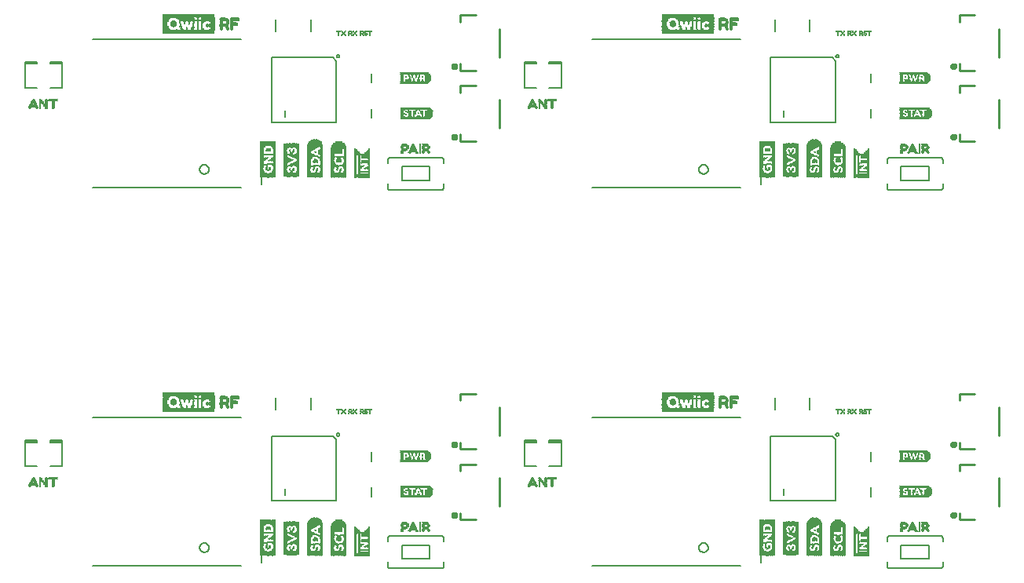
<source format=gto>
G75*
%MOIN*%
%OFA0B0*%
%FSLAX25Y25*%
%IPPOS*%
%LPD*%
%AMOC8*
5,1,8,0,0,1.08239X$1,22.5*
%
%ADD10C,0.00500*%
%ADD11C,0.01000*%
%ADD12C,0.01575*%
%ADD13C,0.00800*%
%ADD14R,0.00157X0.13858*%
%ADD15R,0.00157X0.14331*%
%ADD16R,0.00157X0.14646*%
%ADD17R,0.00157X0.14961*%
%ADD18R,0.00157X0.15118*%
%ADD19R,0.00157X0.15276*%
%ADD20R,0.00157X0.15433*%
%ADD21R,0.00157X0.02835*%
%ADD22R,0.00157X0.11969*%
%ADD23R,0.00157X0.02520*%
%ADD24R,0.00157X0.01102*%
%ADD25R,0.00157X0.03150*%
%ADD26R,0.00157X0.04567*%
%ADD27R,0.00157X0.02205*%
%ADD28R,0.00157X0.00787*%
%ADD29R,0.00157X0.02677*%
%ADD30R,0.00157X0.04409*%
%ADD31R,0.00157X0.02047*%
%ADD32R,0.00157X0.00630*%
%ADD33R,0.00157X0.01890*%
%ADD34R,0.00157X0.01732*%
%ADD35R,0.00157X0.01575*%
%ADD36R,0.00157X0.00945*%
%ADD37R,0.00157X0.02362*%
%ADD38R,0.00157X0.01260*%
%ADD39R,0.00157X0.01417*%
%ADD40R,0.00157X0.04252*%
%ADD41R,0.00157X0.00315*%
%ADD42R,0.00157X0.04094*%
%ADD43R,0.00157X0.00472*%
%ADD44R,0.00157X0.03937*%
%ADD45R,0.00157X0.03307*%
%ADD46R,0.00157X0.03780*%
%ADD47R,0.00157X0.03465*%
%ADD48R,0.00157X0.02992*%
%ADD49R,0.00157X0.12913*%
%ADD50R,0.00157X0.13386*%
%ADD51R,0.00157X0.13701*%
%ADD52R,0.00157X0.14016*%
%ADD53R,0.00157X0.14173*%
%ADD54R,0.00157X0.14488*%
%ADD55R,0.00157X0.07087*%
%ADD56R,0.00157X0.04882*%
%ADD57R,0.00157X0.05039*%
%ADD58R,0.00157X0.05197*%
%ADD59R,0.00157X0.03622*%
%ADD60R,0.00157X0.11024*%
%ADD61R,0.00157X0.00157*%
%ADD62R,0.11339X0.00118*%
%ADD63R,0.11693X0.00118*%
%ADD64R,0.11929X0.00079*%
%ADD65R,0.12165X0.00157*%
%ADD66R,0.12283X0.00118*%
%ADD67R,0.12402X0.00118*%
%ADD68R,0.12520X0.00079*%
%ADD69R,0.04252X0.00118*%
%ADD70R,0.03071X0.00118*%
%ADD71R,0.05079X0.00118*%
%ADD72R,0.01417X0.00157*%
%ADD73R,0.00945X0.00157*%
%ADD74R,0.01181X0.00157*%
%ADD75R,0.00472X0.00157*%
%ADD76R,0.02835X0.00157*%
%ADD77R,0.01417X0.00118*%
%ADD78R,0.00591X0.00118*%
%ADD79R,0.00945X0.00118*%
%ADD80R,0.00354X0.00118*%
%ADD81R,0.02598X0.00118*%
%ADD82R,0.00472X0.00118*%
%ADD83R,0.00827X0.00118*%
%ADD84R,0.02480X0.00118*%
%ADD85R,0.00236X0.00157*%
%ADD86R,0.00709X0.00157*%
%ADD87R,0.00354X0.00157*%
%ADD88R,0.02480X0.00157*%
%ADD89R,0.00709X0.00118*%
%ADD90R,0.00236X0.00118*%
%ADD91R,0.00591X0.00157*%
%ADD92R,0.00118X0.00157*%
%ADD93R,0.02598X0.00157*%
%ADD94R,0.02717X0.00118*%
%ADD95R,0.02835X0.00118*%
%ADD96R,0.00827X0.00157*%
%ADD97R,0.01299X0.00118*%
%ADD98R,0.01654X0.00118*%
%ADD99R,0.02362X0.00118*%
%ADD100R,0.01063X0.00118*%
%ADD101R,0.01063X0.00157*%
%ADD102R,0.02244X0.00118*%
%ADD103R,0.01181X0.00118*%
%ADD104R,0.02126X0.00118*%
%ADD105R,0.02126X0.00157*%
%ADD106R,0.01535X0.00118*%
%ADD107R,0.12520X0.00118*%
%ADD108R,0.12165X0.00118*%
%ADD109R,0.11929X0.00118*%
%ADD110R,0.12047X0.00118*%
%ADD111R,0.12638X0.00079*%
%ADD112R,0.12874X0.00157*%
%ADD113R,0.12992X0.00118*%
%ADD114R,0.13110X0.00118*%
%ADD115R,0.13228X0.00079*%
%ADD116R,0.10630X0.00118*%
%ADD117R,0.01772X0.00157*%
%ADD118R,0.02008X0.00118*%
%ADD119R,0.02362X0.00157*%
%ADD120R,0.03425X0.00118*%
%ADD121R,0.03543X0.00118*%
%ADD122R,0.01535X0.00157*%
%ADD123R,0.01299X0.00157*%
%ADD124R,0.03543X0.00157*%
%ADD125R,0.01772X0.00118*%
%ADD126R,0.02717X0.00157*%
%ADD127R,0.03425X0.00157*%
%ADD128R,0.03307X0.00118*%
%ADD129R,0.03189X0.00118*%
%ADD130R,0.01654X0.00157*%
%ADD131R,0.03189X0.00157*%
%ADD132R,0.01890X0.00118*%
%ADD133R,0.13228X0.00118*%
%ADD134R,0.12874X0.00118*%
%ADD135R,0.12638X0.00118*%
%ADD136R,0.22244X0.00197*%
%ADD137R,0.13583X0.00197*%
%ADD138R,0.01181X0.00197*%
%ADD139R,0.06102X0.00197*%
%ADD140R,0.04134X0.00197*%
%ADD141R,0.08268X0.00197*%
%ADD142R,0.00787X0.00197*%
%ADD143R,0.05906X0.00197*%
%ADD144R,0.03543X0.00197*%
%ADD145R,0.07677X0.00197*%
%ADD146R,0.00591X0.00197*%
%ADD147R,0.03150X0.00197*%
%ADD148R,0.07283X0.00197*%
%ADD149R,0.02953X0.00197*%
%ADD150R,0.07087X0.00197*%
%ADD151R,0.02756X0.00197*%
%ADD152R,0.06890X0.00197*%
%ADD153R,0.02559X0.00197*%
%ADD154R,0.15551X0.00197*%
%ADD155R,0.02362X0.00197*%
%ADD156R,0.01378X0.00197*%
%ADD157R,0.15354X0.00197*%
%ADD158R,0.01772X0.00197*%
%ADD159R,0.00984X0.00197*%
%ADD160R,0.02165X0.00197*%
%ADD161R,0.00394X0.00197*%
%ADD162R,0.01969X0.00197*%
%ADD163R,0.00197X0.00197*%
%ADD164R,0.02165X0.00236*%
%ADD165R,0.02559X0.00236*%
%ADD166R,0.00787X0.00236*%
%ADD167R,0.00197X0.00236*%
%ADD168R,0.00591X0.00236*%
%ADD169R,0.01181X0.00236*%
%ADD170R,0.03937X0.00197*%
%ADD171R,0.02362X0.00236*%
%ADD172R,0.00984X0.00236*%
%ADD173R,0.01575X0.00197*%
%ADD174R,0.03346X0.00236*%
%ADD175R,0.00394X0.00236*%
%ADD176R,0.01378X0.00236*%
%ADD177R,0.01575X0.00236*%
%ADD178R,0.03740X0.00197*%
%ADD179R,0.22244X0.00236*%
%ADD180R,0.22244X0.00157*%
%ADD181R,0.00157X0.12756*%
%ADD182R,0.00157X0.12598*%
%ADD183R,0.00157X0.12441*%
%ADD184R,0.00157X0.12283*%
%ADD185R,0.00157X0.11181*%
%ADD186R,0.00157X0.10866*%
%ADD187R,0.00157X0.10709*%
%ADD188R,0.00157X0.12126*%
%ADD189R,0.03346X0.00197*%
%ADD190R,0.03740X0.00236*%
%ADD191R,0.00315X0.00157*%
%ADD192R,0.03465X0.00157*%
%ADD193R,0.00787X0.00157*%
%ADD194R,0.03937X0.00157*%
%ADD195R,0.01102X0.00157*%
%ADD196R,0.04094X0.00157*%
%ADD197R,0.01260X0.00157*%
%ADD198R,0.03780X0.00157*%
%ADD199R,0.01575X0.00157*%
%ADD200R,0.01732X0.00157*%
%ADD201R,0.01890X0.00157*%
%ADD202R,0.02047X0.00157*%
%ADD203R,0.02205X0.00157*%
%ADD204R,0.03150X0.00157*%
%ADD205R,0.03307X0.00157*%
%ADD206R,0.03622X0.00157*%
%ADD207R,0.00630X0.00157*%
%ADD208R,0.02677X0.00157*%
%ADD209R,0.02992X0.00157*%
%ADD210R,0.02520X0.00157*%
%ADD211R,0.00157X0.00079*%
%ADD212R,0.01890X0.00079*%
%ADD213R,0.00394X0.00079*%
%ADD214R,0.00315X0.00079*%
%ADD215R,0.01969X0.00079*%
%ADD216R,0.00551X0.00079*%
%ADD217R,0.00472X0.00079*%
%ADD218R,0.00630X0.00079*%
%ADD219R,0.01732X0.00079*%
%ADD220R,0.01260X0.00079*%
%ADD221R,0.01102X0.00079*%
%ADD222R,0.00945X0.00079*%
%ADD223R,0.00787X0.00079*%
%ADD224R,0.00709X0.00079*%
%ADD225R,0.00866X0.00079*%
%ADD226R,0.01024X0.00079*%
%ADD227R,0.01181X0.00079*%
%ADD228R,0.00236X0.00079*%
%ADD229R,0.01339X0.00079*%
%ADD230R,0.01417X0.00079*%
%ADD231R,0.01496X0.00079*%
D10*
X0113504Y0074504D02*
X0176496Y0074504D01*
X0185000Y0076000D02*
X0185000Y0081000D01*
X0158779Y0082378D02*
X0158781Y0082466D01*
X0158787Y0082554D01*
X0158797Y0082642D01*
X0158811Y0082730D01*
X0158828Y0082816D01*
X0158850Y0082902D01*
X0158875Y0082986D01*
X0158905Y0083070D01*
X0158937Y0083152D01*
X0158974Y0083232D01*
X0159014Y0083311D01*
X0159058Y0083388D01*
X0159105Y0083463D01*
X0159155Y0083535D01*
X0159209Y0083606D01*
X0159265Y0083673D01*
X0159325Y0083739D01*
X0159387Y0083801D01*
X0159453Y0083861D01*
X0159520Y0083917D01*
X0159591Y0083971D01*
X0159663Y0084021D01*
X0159738Y0084068D01*
X0159815Y0084112D01*
X0159894Y0084152D01*
X0159974Y0084189D01*
X0160056Y0084221D01*
X0160140Y0084251D01*
X0160224Y0084276D01*
X0160310Y0084298D01*
X0160396Y0084315D01*
X0160484Y0084329D01*
X0160572Y0084339D01*
X0160660Y0084345D01*
X0160748Y0084347D01*
X0160836Y0084345D01*
X0160924Y0084339D01*
X0161012Y0084329D01*
X0161100Y0084315D01*
X0161186Y0084298D01*
X0161272Y0084276D01*
X0161356Y0084251D01*
X0161440Y0084221D01*
X0161522Y0084189D01*
X0161602Y0084152D01*
X0161681Y0084112D01*
X0161758Y0084068D01*
X0161833Y0084021D01*
X0161905Y0083971D01*
X0161976Y0083917D01*
X0162043Y0083861D01*
X0162109Y0083801D01*
X0162171Y0083739D01*
X0162231Y0083673D01*
X0162287Y0083606D01*
X0162341Y0083535D01*
X0162391Y0083463D01*
X0162438Y0083388D01*
X0162482Y0083311D01*
X0162522Y0083232D01*
X0162559Y0083152D01*
X0162591Y0083070D01*
X0162621Y0082986D01*
X0162646Y0082902D01*
X0162668Y0082816D01*
X0162685Y0082730D01*
X0162699Y0082642D01*
X0162709Y0082554D01*
X0162715Y0082466D01*
X0162717Y0082378D01*
X0162715Y0082290D01*
X0162709Y0082202D01*
X0162699Y0082114D01*
X0162685Y0082026D01*
X0162668Y0081940D01*
X0162646Y0081854D01*
X0162621Y0081770D01*
X0162591Y0081686D01*
X0162559Y0081604D01*
X0162522Y0081524D01*
X0162482Y0081445D01*
X0162438Y0081368D01*
X0162391Y0081293D01*
X0162341Y0081221D01*
X0162287Y0081150D01*
X0162231Y0081083D01*
X0162171Y0081017D01*
X0162109Y0080955D01*
X0162043Y0080895D01*
X0161976Y0080839D01*
X0161905Y0080785D01*
X0161833Y0080735D01*
X0161758Y0080688D01*
X0161681Y0080644D01*
X0161602Y0080604D01*
X0161522Y0080567D01*
X0161440Y0080535D01*
X0161356Y0080505D01*
X0161272Y0080480D01*
X0161186Y0080458D01*
X0161100Y0080441D01*
X0161012Y0080427D01*
X0160924Y0080417D01*
X0160836Y0080411D01*
X0160748Y0080409D01*
X0160660Y0080411D01*
X0160572Y0080417D01*
X0160484Y0080427D01*
X0160396Y0080441D01*
X0160310Y0080458D01*
X0160224Y0080480D01*
X0160140Y0080505D01*
X0160056Y0080535D01*
X0159974Y0080567D01*
X0159894Y0080604D01*
X0159815Y0080644D01*
X0159738Y0080688D01*
X0159663Y0080735D01*
X0159591Y0080785D01*
X0159520Y0080839D01*
X0159453Y0080895D01*
X0159387Y0080955D01*
X0159325Y0081017D01*
X0159265Y0081083D01*
X0159209Y0081150D01*
X0159155Y0081221D01*
X0159105Y0081293D01*
X0159058Y0081368D01*
X0159014Y0081445D01*
X0158974Y0081524D01*
X0158937Y0081604D01*
X0158905Y0081686D01*
X0158875Y0081770D01*
X0158850Y0081854D01*
X0158828Y0081940D01*
X0158811Y0082026D01*
X0158797Y0082114D01*
X0158787Y0082202D01*
X0158781Y0082290D01*
X0158779Y0082378D01*
X0100374Y0116882D02*
X0095256Y0116882D01*
X0100374Y0116882D02*
X0100374Y0127118D01*
X0100374Y0127906D01*
X0095256Y0127906D01*
X0095256Y0127118D01*
X0100374Y0127118D01*
X0100374Y0127512D02*
X0095256Y0127512D01*
X0089744Y0127512D02*
X0084626Y0127512D01*
X0084626Y0127906D02*
X0084626Y0127118D01*
X0084626Y0116882D01*
X0089744Y0116882D01*
X0089744Y0127118D02*
X0084626Y0127118D01*
X0084626Y0127906D02*
X0089744Y0127906D01*
X0089744Y0127118D01*
X0113504Y0137496D02*
X0176496Y0137496D01*
X0231750Y0122875D02*
X0231750Y0119125D01*
X0231750Y0107875D02*
X0231750Y0104125D01*
X0296547Y0116882D02*
X0301665Y0116882D01*
X0296547Y0116882D02*
X0296547Y0127118D01*
X0296547Y0127906D01*
X0301665Y0127906D01*
X0301665Y0127118D01*
X0296547Y0127118D01*
X0296547Y0127512D02*
X0301665Y0127512D01*
X0307177Y0127512D02*
X0312295Y0127512D01*
X0312295Y0127906D02*
X0312295Y0127118D01*
X0307177Y0127118D01*
X0307177Y0127906D01*
X0312295Y0127906D01*
X0312295Y0127118D02*
X0312295Y0116882D01*
X0307177Y0116882D01*
X0325425Y0137496D02*
X0388417Y0137496D01*
X0443671Y0122875D02*
X0443671Y0119125D01*
X0443671Y0107875D02*
X0443671Y0104125D01*
X0396921Y0081000D02*
X0396921Y0076000D01*
X0388417Y0074504D02*
X0325425Y0074504D01*
X0370700Y0082378D02*
X0370702Y0082466D01*
X0370708Y0082554D01*
X0370718Y0082642D01*
X0370732Y0082730D01*
X0370749Y0082816D01*
X0370771Y0082902D01*
X0370796Y0082986D01*
X0370826Y0083070D01*
X0370858Y0083152D01*
X0370895Y0083232D01*
X0370935Y0083311D01*
X0370979Y0083388D01*
X0371026Y0083463D01*
X0371076Y0083535D01*
X0371130Y0083606D01*
X0371186Y0083673D01*
X0371246Y0083739D01*
X0371308Y0083801D01*
X0371374Y0083861D01*
X0371441Y0083917D01*
X0371512Y0083971D01*
X0371584Y0084021D01*
X0371659Y0084068D01*
X0371736Y0084112D01*
X0371815Y0084152D01*
X0371895Y0084189D01*
X0371977Y0084221D01*
X0372061Y0084251D01*
X0372145Y0084276D01*
X0372231Y0084298D01*
X0372317Y0084315D01*
X0372405Y0084329D01*
X0372493Y0084339D01*
X0372581Y0084345D01*
X0372669Y0084347D01*
X0372757Y0084345D01*
X0372845Y0084339D01*
X0372933Y0084329D01*
X0373021Y0084315D01*
X0373107Y0084298D01*
X0373193Y0084276D01*
X0373277Y0084251D01*
X0373361Y0084221D01*
X0373443Y0084189D01*
X0373523Y0084152D01*
X0373602Y0084112D01*
X0373679Y0084068D01*
X0373754Y0084021D01*
X0373826Y0083971D01*
X0373897Y0083917D01*
X0373964Y0083861D01*
X0374030Y0083801D01*
X0374092Y0083739D01*
X0374152Y0083673D01*
X0374208Y0083606D01*
X0374262Y0083535D01*
X0374312Y0083463D01*
X0374359Y0083388D01*
X0374403Y0083311D01*
X0374443Y0083232D01*
X0374480Y0083152D01*
X0374512Y0083070D01*
X0374542Y0082986D01*
X0374567Y0082902D01*
X0374589Y0082816D01*
X0374606Y0082730D01*
X0374620Y0082642D01*
X0374630Y0082554D01*
X0374636Y0082466D01*
X0374638Y0082378D01*
X0374636Y0082290D01*
X0374630Y0082202D01*
X0374620Y0082114D01*
X0374606Y0082026D01*
X0374589Y0081940D01*
X0374567Y0081854D01*
X0374542Y0081770D01*
X0374512Y0081686D01*
X0374480Y0081604D01*
X0374443Y0081524D01*
X0374403Y0081445D01*
X0374359Y0081368D01*
X0374312Y0081293D01*
X0374262Y0081221D01*
X0374208Y0081150D01*
X0374152Y0081083D01*
X0374092Y0081017D01*
X0374030Y0080955D01*
X0373964Y0080895D01*
X0373897Y0080839D01*
X0373826Y0080785D01*
X0373754Y0080735D01*
X0373679Y0080688D01*
X0373602Y0080644D01*
X0373523Y0080604D01*
X0373443Y0080567D01*
X0373361Y0080535D01*
X0373277Y0080505D01*
X0373193Y0080480D01*
X0373107Y0080458D01*
X0373021Y0080441D01*
X0372933Y0080427D01*
X0372845Y0080417D01*
X0372757Y0080411D01*
X0372669Y0080409D01*
X0372581Y0080411D01*
X0372493Y0080417D01*
X0372405Y0080427D01*
X0372317Y0080441D01*
X0372231Y0080458D01*
X0372145Y0080480D01*
X0372061Y0080505D01*
X0371977Y0080535D01*
X0371895Y0080567D01*
X0371815Y0080604D01*
X0371736Y0080644D01*
X0371659Y0080688D01*
X0371584Y0080735D01*
X0371512Y0080785D01*
X0371441Y0080839D01*
X0371374Y0080895D01*
X0371308Y0080955D01*
X0371246Y0081017D01*
X0371186Y0081083D01*
X0371130Y0081150D01*
X0371076Y0081221D01*
X0371026Y0081293D01*
X0370979Y0081368D01*
X0370935Y0081445D01*
X0370895Y0081524D01*
X0370858Y0081604D01*
X0370826Y0081686D01*
X0370796Y0081770D01*
X0370771Y0081854D01*
X0370749Y0081940D01*
X0370732Y0082026D01*
X0370718Y0082114D01*
X0370708Y0082202D01*
X0370702Y0082290D01*
X0370700Y0082378D01*
X0388417Y0235205D02*
X0325425Y0235205D01*
X0370700Y0243079D02*
X0370702Y0243167D01*
X0370708Y0243255D01*
X0370718Y0243343D01*
X0370732Y0243431D01*
X0370749Y0243517D01*
X0370771Y0243603D01*
X0370796Y0243687D01*
X0370826Y0243771D01*
X0370858Y0243853D01*
X0370895Y0243933D01*
X0370935Y0244012D01*
X0370979Y0244089D01*
X0371026Y0244164D01*
X0371076Y0244236D01*
X0371130Y0244307D01*
X0371186Y0244374D01*
X0371246Y0244440D01*
X0371308Y0244502D01*
X0371374Y0244562D01*
X0371441Y0244618D01*
X0371512Y0244672D01*
X0371584Y0244722D01*
X0371659Y0244769D01*
X0371736Y0244813D01*
X0371815Y0244853D01*
X0371895Y0244890D01*
X0371977Y0244922D01*
X0372061Y0244952D01*
X0372145Y0244977D01*
X0372231Y0244999D01*
X0372317Y0245016D01*
X0372405Y0245030D01*
X0372493Y0245040D01*
X0372581Y0245046D01*
X0372669Y0245048D01*
X0372757Y0245046D01*
X0372845Y0245040D01*
X0372933Y0245030D01*
X0373021Y0245016D01*
X0373107Y0244999D01*
X0373193Y0244977D01*
X0373277Y0244952D01*
X0373361Y0244922D01*
X0373443Y0244890D01*
X0373523Y0244853D01*
X0373602Y0244813D01*
X0373679Y0244769D01*
X0373754Y0244722D01*
X0373826Y0244672D01*
X0373897Y0244618D01*
X0373964Y0244562D01*
X0374030Y0244502D01*
X0374092Y0244440D01*
X0374152Y0244374D01*
X0374208Y0244307D01*
X0374262Y0244236D01*
X0374312Y0244164D01*
X0374359Y0244089D01*
X0374403Y0244012D01*
X0374443Y0243933D01*
X0374480Y0243853D01*
X0374512Y0243771D01*
X0374542Y0243687D01*
X0374567Y0243603D01*
X0374589Y0243517D01*
X0374606Y0243431D01*
X0374620Y0243343D01*
X0374630Y0243255D01*
X0374636Y0243167D01*
X0374638Y0243079D01*
X0374636Y0242991D01*
X0374630Y0242903D01*
X0374620Y0242815D01*
X0374606Y0242727D01*
X0374589Y0242641D01*
X0374567Y0242555D01*
X0374542Y0242471D01*
X0374512Y0242387D01*
X0374480Y0242305D01*
X0374443Y0242225D01*
X0374403Y0242146D01*
X0374359Y0242069D01*
X0374312Y0241994D01*
X0374262Y0241922D01*
X0374208Y0241851D01*
X0374152Y0241784D01*
X0374092Y0241718D01*
X0374030Y0241656D01*
X0373964Y0241596D01*
X0373897Y0241540D01*
X0373826Y0241486D01*
X0373754Y0241436D01*
X0373679Y0241389D01*
X0373602Y0241345D01*
X0373523Y0241305D01*
X0373443Y0241268D01*
X0373361Y0241236D01*
X0373277Y0241206D01*
X0373193Y0241181D01*
X0373107Y0241159D01*
X0373021Y0241142D01*
X0372933Y0241128D01*
X0372845Y0241118D01*
X0372757Y0241112D01*
X0372669Y0241110D01*
X0372581Y0241112D01*
X0372493Y0241118D01*
X0372405Y0241128D01*
X0372317Y0241142D01*
X0372231Y0241159D01*
X0372145Y0241181D01*
X0372061Y0241206D01*
X0371977Y0241236D01*
X0371895Y0241268D01*
X0371815Y0241305D01*
X0371736Y0241345D01*
X0371659Y0241389D01*
X0371584Y0241436D01*
X0371512Y0241486D01*
X0371441Y0241540D01*
X0371374Y0241596D01*
X0371308Y0241656D01*
X0371246Y0241718D01*
X0371186Y0241784D01*
X0371130Y0241851D01*
X0371076Y0241922D01*
X0371026Y0241994D01*
X0370979Y0242069D01*
X0370935Y0242146D01*
X0370895Y0242225D01*
X0370858Y0242305D01*
X0370826Y0242387D01*
X0370796Y0242471D01*
X0370771Y0242555D01*
X0370749Y0242641D01*
X0370732Y0242727D01*
X0370718Y0242815D01*
X0370708Y0242903D01*
X0370702Y0242991D01*
X0370700Y0243079D01*
X0396921Y0241701D02*
X0396921Y0236701D01*
X0443671Y0264826D02*
X0443671Y0268576D01*
X0443671Y0279826D02*
X0443671Y0283576D01*
X0388417Y0298197D02*
X0325425Y0298197D01*
X0312295Y0288606D02*
X0312295Y0287819D01*
X0307177Y0287819D01*
X0307177Y0288606D01*
X0312295Y0288606D01*
X0312295Y0288213D02*
X0307177Y0288213D01*
X0312295Y0287819D02*
X0312295Y0277583D01*
X0307177Y0277583D01*
X0301665Y0277583D02*
X0296547Y0277583D01*
X0296547Y0287819D01*
X0296547Y0288606D01*
X0301665Y0288606D01*
X0301665Y0287819D01*
X0296547Y0287819D01*
X0296547Y0288213D02*
X0301665Y0288213D01*
X0231750Y0283576D02*
X0231750Y0279826D01*
X0231750Y0268576D02*
X0231750Y0264826D01*
X0185000Y0241701D02*
X0185000Y0236701D01*
X0176496Y0235205D02*
X0113504Y0235205D01*
X0158779Y0243079D02*
X0158781Y0243167D01*
X0158787Y0243255D01*
X0158797Y0243343D01*
X0158811Y0243431D01*
X0158828Y0243517D01*
X0158850Y0243603D01*
X0158875Y0243687D01*
X0158905Y0243771D01*
X0158937Y0243853D01*
X0158974Y0243933D01*
X0159014Y0244012D01*
X0159058Y0244089D01*
X0159105Y0244164D01*
X0159155Y0244236D01*
X0159209Y0244307D01*
X0159265Y0244374D01*
X0159325Y0244440D01*
X0159387Y0244502D01*
X0159453Y0244562D01*
X0159520Y0244618D01*
X0159591Y0244672D01*
X0159663Y0244722D01*
X0159738Y0244769D01*
X0159815Y0244813D01*
X0159894Y0244853D01*
X0159974Y0244890D01*
X0160056Y0244922D01*
X0160140Y0244952D01*
X0160224Y0244977D01*
X0160310Y0244999D01*
X0160396Y0245016D01*
X0160484Y0245030D01*
X0160572Y0245040D01*
X0160660Y0245046D01*
X0160748Y0245048D01*
X0160836Y0245046D01*
X0160924Y0245040D01*
X0161012Y0245030D01*
X0161100Y0245016D01*
X0161186Y0244999D01*
X0161272Y0244977D01*
X0161356Y0244952D01*
X0161440Y0244922D01*
X0161522Y0244890D01*
X0161602Y0244853D01*
X0161681Y0244813D01*
X0161758Y0244769D01*
X0161833Y0244722D01*
X0161905Y0244672D01*
X0161976Y0244618D01*
X0162043Y0244562D01*
X0162109Y0244502D01*
X0162171Y0244440D01*
X0162231Y0244374D01*
X0162287Y0244307D01*
X0162341Y0244236D01*
X0162391Y0244164D01*
X0162438Y0244089D01*
X0162482Y0244012D01*
X0162522Y0243933D01*
X0162559Y0243853D01*
X0162591Y0243771D01*
X0162621Y0243687D01*
X0162646Y0243603D01*
X0162668Y0243517D01*
X0162685Y0243431D01*
X0162699Y0243343D01*
X0162709Y0243255D01*
X0162715Y0243167D01*
X0162717Y0243079D01*
X0162715Y0242991D01*
X0162709Y0242903D01*
X0162699Y0242815D01*
X0162685Y0242727D01*
X0162668Y0242641D01*
X0162646Y0242555D01*
X0162621Y0242471D01*
X0162591Y0242387D01*
X0162559Y0242305D01*
X0162522Y0242225D01*
X0162482Y0242146D01*
X0162438Y0242069D01*
X0162391Y0241994D01*
X0162341Y0241922D01*
X0162287Y0241851D01*
X0162231Y0241784D01*
X0162171Y0241718D01*
X0162109Y0241656D01*
X0162043Y0241596D01*
X0161976Y0241540D01*
X0161905Y0241486D01*
X0161833Y0241436D01*
X0161758Y0241389D01*
X0161681Y0241345D01*
X0161602Y0241305D01*
X0161522Y0241268D01*
X0161440Y0241236D01*
X0161356Y0241206D01*
X0161272Y0241181D01*
X0161186Y0241159D01*
X0161100Y0241142D01*
X0161012Y0241128D01*
X0160924Y0241118D01*
X0160836Y0241112D01*
X0160748Y0241110D01*
X0160660Y0241112D01*
X0160572Y0241118D01*
X0160484Y0241128D01*
X0160396Y0241142D01*
X0160310Y0241159D01*
X0160224Y0241181D01*
X0160140Y0241206D01*
X0160056Y0241236D01*
X0159974Y0241268D01*
X0159894Y0241305D01*
X0159815Y0241345D01*
X0159738Y0241389D01*
X0159663Y0241436D01*
X0159591Y0241486D01*
X0159520Y0241540D01*
X0159453Y0241596D01*
X0159387Y0241656D01*
X0159325Y0241718D01*
X0159265Y0241784D01*
X0159209Y0241851D01*
X0159155Y0241922D01*
X0159105Y0241994D01*
X0159058Y0242069D01*
X0159014Y0242146D01*
X0158974Y0242225D01*
X0158937Y0242305D01*
X0158905Y0242387D01*
X0158875Y0242471D01*
X0158850Y0242555D01*
X0158828Y0242641D01*
X0158811Y0242727D01*
X0158797Y0242815D01*
X0158787Y0242903D01*
X0158781Y0242991D01*
X0158779Y0243079D01*
X0100374Y0277583D02*
X0100374Y0287819D01*
X0100374Y0288606D01*
X0095256Y0288606D01*
X0095256Y0287819D01*
X0100374Y0287819D01*
X0100374Y0288213D02*
X0095256Y0288213D01*
X0089744Y0288213D02*
X0084626Y0288213D01*
X0084626Y0288606D02*
X0084626Y0287819D01*
X0084626Y0277583D01*
X0089744Y0277583D01*
X0095256Y0277583D02*
X0100374Y0277583D01*
X0089744Y0287819D02*
X0089744Y0288606D01*
X0084626Y0288606D01*
X0084626Y0287819D02*
X0089744Y0287819D01*
X0113504Y0298197D02*
X0176496Y0298197D01*
D11*
X0269378Y0305559D02*
X0269378Y0308512D01*
X0275874Y0308512D01*
X0286110Y0302606D02*
X0286110Y0290795D01*
X0275874Y0284890D02*
X0269378Y0284890D01*
X0269378Y0287843D01*
X0269378Y0278512D02*
X0275874Y0278512D01*
X0269378Y0278512D02*
X0269378Y0275559D01*
X0286110Y0272606D02*
X0286110Y0260795D01*
X0275874Y0254890D02*
X0269378Y0254890D01*
X0269378Y0257843D01*
X0269378Y0147811D02*
X0275874Y0147811D01*
X0269378Y0147811D02*
X0269378Y0144858D01*
X0286110Y0141906D02*
X0286110Y0130094D01*
X0275874Y0124189D02*
X0269378Y0124189D01*
X0269378Y0127142D01*
X0269378Y0117811D02*
X0275874Y0117811D01*
X0269378Y0117811D02*
X0269378Y0114858D01*
X0286110Y0111906D02*
X0286110Y0100094D01*
X0275874Y0094189D02*
X0269378Y0094189D01*
X0269378Y0097142D01*
X0481299Y0097142D02*
X0481299Y0094189D01*
X0487795Y0094189D01*
X0498032Y0100094D02*
X0498032Y0111906D01*
X0487795Y0117811D02*
X0481299Y0117811D01*
X0481299Y0114858D01*
X0481299Y0124189D02*
X0481299Y0127142D01*
X0481299Y0124189D02*
X0487795Y0124189D01*
X0498032Y0130094D02*
X0498032Y0141906D01*
X0487795Y0147811D02*
X0481299Y0147811D01*
X0481299Y0144858D01*
X0481299Y0254890D02*
X0481299Y0257843D01*
X0481299Y0254890D02*
X0487795Y0254890D01*
X0498032Y0260795D02*
X0498032Y0272606D01*
X0487795Y0278512D02*
X0481299Y0278512D01*
X0481299Y0275559D01*
X0481299Y0284890D02*
X0481299Y0287843D01*
X0481299Y0284890D02*
X0487795Y0284890D01*
X0498032Y0290795D02*
X0498032Y0302606D01*
X0487795Y0308512D02*
X0481299Y0308512D01*
X0481299Y0305559D01*
D12*
X0478183Y0286858D02*
X0478185Y0286905D01*
X0478191Y0286951D01*
X0478200Y0286997D01*
X0478214Y0287041D01*
X0478231Y0287085D01*
X0478252Y0287126D01*
X0478276Y0287166D01*
X0478303Y0287204D01*
X0478334Y0287239D01*
X0478367Y0287272D01*
X0478403Y0287302D01*
X0478442Y0287328D01*
X0478482Y0287352D01*
X0478524Y0287371D01*
X0478568Y0287388D01*
X0478613Y0287400D01*
X0478659Y0287409D01*
X0478705Y0287414D01*
X0478752Y0287415D01*
X0478798Y0287412D01*
X0478844Y0287405D01*
X0478890Y0287394D01*
X0478934Y0287380D01*
X0478977Y0287362D01*
X0479018Y0287340D01*
X0479058Y0287315D01*
X0479095Y0287287D01*
X0479130Y0287256D01*
X0479162Y0287222D01*
X0479191Y0287185D01*
X0479216Y0287147D01*
X0479239Y0287106D01*
X0479258Y0287063D01*
X0479273Y0287019D01*
X0479285Y0286974D01*
X0479293Y0286928D01*
X0479297Y0286881D01*
X0479297Y0286835D01*
X0479293Y0286788D01*
X0479285Y0286742D01*
X0479273Y0286697D01*
X0479258Y0286653D01*
X0479239Y0286610D01*
X0479216Y0286569D01*
X0479191Y0286531D01*
X0479162Y0286494D01*
X0479130Y0286460D01*
X0479095Y0286429D01*
X0479058Y0286401D01*
X0479019Y0286376D01*
X0478977Y0286354D01*
X0478934Y0286336D01*
X0478890Y0286322D01*
X0478844Y0286311D01*
X0478798Y0286304D01*
X0478752Y0286301D01*
X0478705Y0286302D01*
X0478659Y0286307D01*
X0478613Y0286316D01*
X0478568Y0286328D01*
X0478524Y0286345D01*
X0478482Y0286364D01*
X0478442Y0286388D01*
X0478403Y0286414D01*
X0478367Y0286444D01*
X0478334Y0286477D01*
X0478303Y0286512D01*
X0478276Y0286550D01*
X0478252Y0286590D01*
X0478231Y0286631D01*
X0478214Y0286675D01*
X0478200Y0286719D01*
X0478191Y0286765D01*
X0478185Y0286811D01*
X0478183Y0286858D01*
X0478183Y0256858D02*
X0478185Y0256905D01*
X0478191Y0256951D01*
X0478200Y0256997D01*
X0478214Y0257041D01*
X0478231Y0257085D01*
X0478252Y0257126D01*
X0478276Y0257166D01*
X0478303Y0257204D01*
X0478334Y0257239D01*
X0478367Y0257272D01*
X0478403Y0257302D01*
X0478442Y0257328D01*
X0478482Y0257352D01*
X0478524Y0257371D01*
X0478568Y0257388D01*
X0478613Y0257400D01*
X0478659Y0257409D01*
X0478705Y0257414D01*
X0478752Y0257415D01*
X0478798Y0257412D01*
X0478844Y0257405D01*
X0478890Y0257394D01*
X0478934Y0257380D01*
X0478977Y0257362D01*
X0479018Y0257340D01*
X0479058Y0257315D01*
X0479095Y0257287D01*
X0479130Y0257256D01*
X0479162Y0257222D01*
X0479191Y0257185D01*
X0479216Y0257147D01*
X0479239Y0257106D01*
X0479258Y0257063D01*
X0479273Y0257019D01*
X0479285Y0256974D01*
X0479293Y0256928D01*
X0479297Y0256881D01*
X0479297Y0256835D01*
X0479293Y0256788D01*
X0479285Y0256742D01*
X0479273Y0256697D01*
X0479258Y0256653D01*
X0479239Y0256610D01*
X0479216Y0256569D01*
X0479191Y0256531D01*
X0479162Y0256494D01*
X0479130Y0256460D01*
X0479095Y0256429D01*
X0479058Y0256401D01*
X0479019Y0256376D01*
X0478977Y0256354D01*
X0478934Y0256336D01*
X0478890Y0256322D01*
X0478844Y0256311D01*
X0478798Y0256304D01*
X0478752Y0256301D01*
X0478705Y0256302D01*
X0478659Y0256307D01*
X0478613Y0256316D01*
X0478568Y0256328D01*
X0478524Y0256345D01*
X0478482Y0256364D01*
X0478442Y0256388D01*
X0478403Y0256414D01*
X0478367Y0256444D01*
X0478334Y0256477D01*
X0478303Y0256512D01*
X0478276Y0256550D01*
X0478252Y0256590D01*
X0478231Y0256631D01*
X0478214Y0256675D01*
X0478200Y0256719D01*
X0478191Y0256765D01*
X0478185Y0256811D01*
X0478183Y0256858D01*
X0478183Y0126157D02*
X0478185Y0126204D01*
X0478191Y0126250D01*
X0478200Y0126296D01*
X0478214Y0126340D01*
X0478231Y0126384D01*
X0478252Y0126425D01*
X0478276Y0126465D01*
X0478303Y0126503D01*
X0478334Y0126538D01*
X0478367Y0126571D01*
X0478403Y0126601D01*
X0478442Y0126627D01*
X0478482Y0126651D01*
X0478524Y0126670D01*
X0478568Y0126687D01*
X0478613Y0126699D01*
X0478659Y0126708D01*
X0478705Y0126713D01*
X0478752Y0126714D01*
X0478798Y0126711D01*
X0478844Y0126704D01*
X0478890Y0126693D01*
X0478934Y0126679D01*
X0478977Y0126661D01*
X0479018Y0126639D01*
X0479058Y0126614D01*
X0479095Y0126586D01*
X0479130Y0126555D01*
X0479162Y0126521D01*
X0479191Y0126484D01*
X0479216Y0126446D01*
X0479239Y0126405D01*
X0479258Y0126362D01*
X0479273Y0126318D01*
X0479285Y0126273D01*
X0479293Y0126227D01*
X0479297Y0126180D01*
X0479297Y0126134D01*
X0479293Y0126087D01*
X0479285Y0126041D01*
X0479273Y0125996D01*
X0479258Y0125952D01*
X0479239Y0125909D01*
X0479216Y0125868D01*
X0479191Y0125830D01*
X0479162Y0125793D01*
X0479130Y0125759D01*
X0479095Y0125728D01*
X0479058Y0125700D01*
X0479019Y0125675D01*
X0478977Y0125653D01*
X0478934Y0125635D01*
X0478890Y0125621D01*
X0478844Y0125610D01*
X0478798Y0125603D01*
X0478752Y0125600D01*
X0478705Y0125601D01*
X0478659Y0125606D01*
X0478613Y0125615D01*
X0478568Y0125627D01*
X0478524Y0125644D01*
X0478482Y0125663D01*
X0478442Y0125687D01*
X0478403Y0125713D01*
X0478367Y0125743D01*
X0478334Y0125776D01*
X0478303Y0125811D01*
X0478276Y0125849D01*
X0478252Y0125889D01*
X0478231Y0125930D01*
X0478214Y0125974D01*
X0478200Y0126018D01*
X0478191Y0126064D01*
X0478185Y0126110D01*
X0478183Y0126157D01*
X0478183Y0096157D02*
X0478185Y0096204D01*
X0478191Y0096250D01*
X0478200Y0096296D01*
X0478214Y0096340D01*
X0478231Y0096384D01*
X0478252Y0096425D01*
X0478276Y0096465D01*
X0478303Y0096503D01*
X0478334Y0096538D01*
X0478367Y0096571D01*
X0478403Y0096601D01*
X0478442Y0096627D01*
X0478482Y0096651D01*
X0478524Y0096670D01*
X0478568Y0096687D01*
X0478613Y0096699D01*
X0478659Y0096708D01*
X0478705Y0096713D01*
X0478752Y0096714D01*
X0478798Y0096711D01*
X0478844Y0096704D01*
X0478890Y0096693D01*
X0478934Y0096679D01*
X0478977Y0096661D01*
X0479018Y0096639D01*
X0479058Y0096614D01*
X0479095Y0096586D01*
X0479130Y0096555D01*
X0479162Y0096521D01*
X0479191Y0096484D01*
X0479216Y0096446D01*
X0479239Y0096405D01*
X0479258Y0096362D01*
X0479273Y0096318D01*
X0479285Y0096273D01*
X0479293Y0096227D01*
X0479297Y0096180D01*
X0479297Y0096134D01*
X0479293Y0096087D01*
X0479285Y0096041D01*
X0479273Y0095996D01*
X0479258Y0095952D01*
X0479239Y0095909D01*
X0479216Y0095868D01*
X0479191Y0095830D01*
X0479162Y0095793D01*
X0479130Y0095759D01*
X0479095Y0095728D01*
X0479058Y0095700D01*
X0479019Y0095675D01*
X0478977Y0095653D01*
X0478934Y0095635D01*
X0478890Y0095621D01*
X0478844Y0095610D01*
X0478798Y0095603D01*
X0478752Y0095600D01*
X0478705Y0095601D01*
X0478659Y0095606D01*
X0478613Y0095615D01*
X0478568Y0095627D01*
X0478524Y0095644D01*
X0478482Y0095663D01*
X0478442Y0095687D01*
X0478403Y0095713D01*
X0478367Y0095743D01*
X0478334Y0095776D01*
X0478303Y0095811D01*
X0478276Y0095849D01*
X0478252Y0095889D01*
X0478231Y0095930D01*
X0478214Y0095974D01*
X0478200Y0096018D01*
X0478191Y0096064D01*
X0478185Y0096110D01*
X0478183Y0096157D01*
X0266262Y0096157D02*
X0266264Y0096204D01*
X0266270Y0096250D01*
X0266279Y0096296D01*
X0266293Y0096340D01*
X0266310Y0096384D01*
X0266331Y0096425D01*
X0266355Y0096465D01*
X0266382Y0096503D01*
X0266413Y0096538D01*
X0266446Y0096571D01*
X0266482Y0096601D01*
X0266521Y0096627D01*
X0266561Y0096651D01*
X0266603Y0096670D01*
X0266647Y0096687D01*
X0266692Y0096699D01*
X0266738Y0096708D01*
X0266784Y0096713D01*
X0266831Y0096714D01*
X0266877Y0096711D01*
X0266923Y0096704D01*
X0266969Y0096693D01*
X0267013Y0096679D01*
X0267056Y0096661D01*
X0267097Y0096639D01*
X0267137Y0096614D01*
X0267174Y0096586D01*
X0267209Y0096555D01*
X0267241Y0096521D01*
X0267270Y0096484D01*
X0267295Y0096446D01*
X0267318Y0096405D01*
X0267337Y0096362D01*
X0267352Y0096318D01*
X0267364Y0096273D01*
X0267372Y0096227D01*
X0267376Y0096180D01*
X0267376Y0096134D01*
X0267372Y0096087D01*
X0267364Y0096041D01*
X0267352Y0095996D01*
X0267337Y0095952D01*
X0267318Y0095909D01*
X0267295Y0095868D01*
X0267270Y0095830D01*
X0267241Y0095793D01*
X0267209Y0095759D01*
X0267174Y0095728D01*
X0267137Y0095700D01*
X0267098Y0095675D01*
X0267056Y0095653D01*
X0267013Y0095635D01*
X0266969Y0095621D01*
X0266923Y0095610D01*
X0266877Y0095603D01*
X0266831Y0095600D01*
X0266784Y0095601D01*
X0266738Y0095606D01*
X0266692Y0095615D01*
X0266647Y0095627D01*
X0266603Y0095644D01*
X0266561Y0095663D01*
X0266521Y0095687D01*
X0266482Y0095713D01*
X0266446Y0095743D01*
X0266413Y0095776D01*
X0266382Y0095811D01*
X0266355Y0095849D01*
X0266331Y0095889D01*
X0266310Y0095930D01*
X0266293Y0095974D01*
X0266279Y0096018D01*
X0266270Y0096064D01*
X0266264Y0096110D01*
X0266262Y0096157D01*
X0266262Y0126157D02*
X0266264Y0126204D01*
X0266270Y0126250D01*
X0266279Y0126296D01*
X0266293Y0126340D01*
X0266310Y0126384D01*
X0266331Y0126425D01*
X0266355Y0126465D01*
X0266382Y0126503D01*
X0266413Y0126538D01*
X0266446Y0126571D01*
X0266482Y0126601D01*
X0266521Y0126627D01*
X0266561Y0126651D01*
X0266603Y0126670D01*
X0266647Y0126687D01*
X0266692Y0126699D01*
X0266738Y0126708D01*
X0266784Y0126713D01*
X0266831Y0126714D01*
X0266877Y0126711D01*
X0266923Y0126704D01*
X0266969Y0126693D01*
X0267013Y0126679D01*
X0267056Y0126661D01*
X0267097Y0126639D01*
X0267137Y0126614D01*
X0267174Y0126586D01*
X0267209Y0126555D01*
X0267241Y0126521D01*
X0267270Y0126484D01*
X0267295Y0126446D01*
X0267318Y0126405D01*
X0267337Y0126362D01*
X0267352Y0126318D01*
X0267364Y0126273D01*
X0267372Y0126227D01*
X0267376Y0126180D01*
X0267376Y0126134D01*
X0267372Y0126087D01*
X0267364Y0126041D01*
X0267352Y0125996D01*
X0267337Y0125952D01*
X0267318Y0125909D01*
X0267295Y0125868D01*
X0267270Y0125830D01*
X0267241Y0125793D01*
X0267209Y0125759D01*
X0267174Y0125728D01*
X0267137Y0125700D01*
X0267098Y0125675D01*
X0267056Y0125653D01*
X0267013Y0125635D01*
X0266969Y0125621D01*
X0266923Y0125610D01*
X0266877Y0125603D01*
X0266831Y0125600D01*
X0266784Y0125601D01*
X0266738Y0125606D01*
X0266692Y0125615D01*
X0266647Y0125627D01*
X0266603Y0125644D01*
X0266561Y0125663D01*
X0266521Y0125687D01*
X0266482Y0125713D01*
X0266446Y0125743D01*
X0266413Y0125776D01*
X0266382Y0125811D01*
X0266355Y0125849D01*
X0266331Y0125889D01*
X0266310Y0125930D01*
X0266293Y0125974D01*
X0266279Y0126018D01*
X0266270Y0126064D01*
X0266264Y0126110D01*
X0266262Y0126157D01*
X0266262Y0256858D02*
X0266264Y0256905D01*
X0266270Y0256951D01*
X0266279Y0256997D01*
X0266293Y0257041D01*
X0266310Y0257085D01*
X0266331Y0257126D01*
X0266355Y0257166D01*
X0266382Y0257204D01*
X0266413Y0257239D01*
X0266446Y0257272D01*
X0266482Y0257302D01*
X0266521Y0257328D01*
X0266561Y0257352D01*
X0266603Y0257371D01*
X0266647Y0257388D01*
X0266692Y0257400D01*
X0266738Y0257409D01*
X0266784Y0257414D01*
X0266831Y0257415D01*
X0266877Y0257412D01*
X0266923Y0257405D01*
X0266969Y0257394D01*
X0267013Y0257380D01*
X0267056Y0257362D01*
X0267097Y0257340D01*
X0267137Y0257315D01*
X0267174Y0257287D01*
X0267209Y0257256D01*
X0267241Y0257222D01*
X0267270Y0257185D01*
X0267295Y0257147D01*
X0267318Y0257106D01*
X0267337Y0257063D01*
X0267352Y0257019D01*
X0267364Y0256974D01*
X0267372Y0256928D01*
X0267376Y0256881D01*
X0267376Y0256835D01*
X0267372Y0256788D01*
X0267364Y0256742D01*
X0267352Y0256697D01*
X0267337Y0256653D01*
X0267318Y0256610D01*
X0267295Y0256569D01*
X0267270Y0256531D01*
X0267241Y0256494D01*
X0267209Y0256460D01*
X0267174Y0256429D01*
X0267137Y0256401D01*
X0267098Y0256376D01*
X0267056Y0256354D01*
X0267013Y0256336D01*
X0266969Y0256322D01*
X0266923Y0256311D01*
X0266877Y0256304D01*
X0266831Y0256301D01*
X0266784Y0256302D01*
X0266738Y0256307D01*
X0266692Y0256316D01*
X0266647Y0256328D01*
X0266603Y0256345D01*
X0266561Y0256364D01*
X0266521Y0256388D01*
X0266482Y0256414D01*
X0266446Y0256444D01*
X0266413Y0256477D01*
X0266382Y0256512D01*
X0266355Y0256550D01*
X0266331Y0256590D01*
X0266310Y0256631D01*
X0266293Y0256675D01*
X0266279Y0256719D01*
X0266270Y0256765D01*
X0266264Y0256811D01*
X0266262Y0256858D01*
X0266262Y0286858D02*
X0266264Y0286905D01*
X0266270Y0286951D01*
X0266279Y0286997D01*
X0266293Y0287041D01*
X0266310Y0287085D01*
X0266331Y0287126D01*
X0266355Y0287166D01*
X0266382Y0287204D01*
X0266413Y0287239D01*
X0266446Y0287272D01*
X0266482Y0287302D01*
X0266521Y0287328D01*
X0266561Y0287352D01*
X0266603Y0287371D01*
X0266647Y0287388D01*
X0266692Y0287400D01*
X0266738Y0287409D01*
X0266784Y0287414D01*
X0266831Y0287415D01*
X0266877Y0287412D01*
X0266923Y0287405D01*
X0266969Y0287394D01*
X0267013Y0287380D01*
X0267056Y0287362D01*
X0267097Y0287340D01*
X0267137Y0287315D01*
X0267174Y0287287D01*
X0267209Y0287256D01*
X0267241Y0287222D01*
X0267270Y0287185D01*
X0267295Y0287147D01*
X0267318Y0287106D01*
X0267337Y0287063D01*
X0267352Y0287019D01*
X0267364Y0286974D01*
X0267372Y0286928D01*
X0267376Y0286881D01*
X0267376Y0286835D01*
X0267372Y0286788D01*
X0267364Y0286742D01*
X0267352Y0286697D01*
X0267337Y0286653D01*
X0267318Y0286610D01*
X0267295Y0286569D01*
X0267270Y0286531D01*
X0267241Y0286494D01*
X0267209Y0286460D01*
X0267174Y0286429D01*
X0267137Y0286401D01*
X0267098Y0286376D01*
X0267056Y0286354D01*
X0267013Y0286336D01*
X0266969Y0286322D01*
X0266923Y0286311D01*
X0266877Y0286304D01*
X0266831Y0286301D01*
X0266784Y0286302D01*
X0266738Y0286307D01*
X0266692Y0286316D01*
X0266647Y0286328D01*
X0266603Y0286345D01*
X0266561Y0286364D01*
X0266521Y0286388D01*
X0266482Y0286414D01*
X0266446Y0286444D01*
X0266413Y0286477D01*
X0266382Y0286512D01*
X0266355Y0286550D01*
X0266331Y0286590D01*
X0266310Y0286631D01*
X0266293Y0286675D01*
X0266279Y0286719D01*
X0266270Y0286765D01*
X0266264Y0286811D01*
X0266262Y0286858D01*
D13*
X0261327Y0248091D02*
X0239673Y0248091D01*
X0239673Y0248090D02*
X0239611Y0248088D01*
X0239550Y0248082D01*
X0239489Y0248073D01*
X0239428Y0248059D01*
X0239369Y0248042D01*
X0239311Y0248021D01*
X0239254Y0247996D01*
X0239199Y0247968D01*
X0239146Y0247937D01*
X0239095Y0247902D01*
X0239046Y0247864D01*
X0238999Y0247823D01*
X0238956Y0247780D01*
X0238915Y0247733D01*
X0238877Y0247684D01*
X0238842Y0247633D01*
X0238811Y0247580D01*
X0238783Y0247525D01*
X0238758Y0247468D01*
X0238737Y0247410D01*
X0238720Y0247351D01*
X0238706Y0247290D01*
X0238697Y0247229D01*
X0238691Y0247168D01*
X0238689Y0247106D01*
X0238689Y0245532D01*
X0244594Y0244154D02*
X0244594Y0238248D01*
X0256406Y0238248D01*
X0256406Y0244154D01*
X0244594Y0244154D01*
X0238689Y0236870D02*
X0238689Y0235295D01*
X0238691Y0235233D01*
X0238697Y0235172D01*
X0238706Y0235111D01*
X0238720Y0235050D01*
X0238737Y0234991D01*
X0238758Y0234933D01*
X0238783Y0234876D01*
X0238811Y0234821D01*
X0238842Y0234768D01*
X0238877Y0234717D01*
X0238915Y0234668D01*
X0238956Y0234621D01*
X0238999Y0234578D01*
X0239046Y0234537D01*
X0239095Y0234499D01*
X0239146Y0234464D01*
X0239199Y0234433D01*
X0239254Y0234405D01*
X0239311Y0234380D01*
X0239369Y0234359D01*
X0239428Y0234342D01*
X0239489Y0234328D01*
X0239550Y0234319D01*
X0239611Y0234313D01*
X0239673Y0234311D01*
X0261327Y0234311D01*
X0261389Y0234313D01*
X0261450Y0234319D01*
X0261511Y0234328D01*
X0261572Y0234342D01*
X0261631Y0234359D01*
X0261689Y0234380D01*
X0261746Y0234405D01*
X0261801Y0234433D01*
X0261854Y0234464D01*
X0261905Y0234499D01*
X0261954Y0234537D01*
X0262001Y0234578D01*
X0262044Y0234621D01*
X0262085Y0234668D01*
X0262123Y0234717D01*
X0262158Y0234768D01*
X0262189Y0234821D01*
X0262217Y0234876D01*
X0262242Y0234933D01*
X0262263Y0234991D01*
X0262280Y0235050D01*
X0262294Y0235111D01*
X0262303Y0235172D01*
X0262309Y0235233D01*
X0262311Y0235295D01*
X0262311Y0236870D01*
X0262311Y0245532D02*
X0262311Y0247106D01*
X0262309Y0247168D01*
X0262303Y0247229D01*
X0262294Y0247290D01*
X0262280Y0247351D01*
X0262263Y0247410D01*
X0262242Y0247468D01*
X0262217Y0247525D01*
X0262189Y0247580D01*
X0262158Y0247633D01*
X0262123Y0247684D01*
X0262085Y0247733D01*
X0262044Y0247780D01*
X0262001Y0247823D01*
X0261954Y0247864D01*
X0261905Y0247902D01*
X0261854Y0247937D01*
X0261801Y0247968D01*
X0261746Y0247996D01*
X0261689Y0248021D01*
X0261631Y0248042D01*
X0261572Y0248059D01*
X0261511Y0248073D01*
X0261450Y0248082D01*
X0261389Y0248088D01*
X0261327Y0248090D01*
X0216799Y0262902D02*
X0216799Y0289102D01*
X0215402Y0290500D01*
X0189201Y0290500D01*
X0189201Y0262902D01*
X0216799Y0262902D01*
X0194900Y0265401D02*
X0194900Y0268101D01*
X0216900Y0291101D02*
X0216902Y0291150D01*
X0216908Y0291198D01*
X0216918Y0291246D01*
X0216932Y0291293D01*
X0216949Y0291339D01*
X0216970Y0291383D01*
X0216995Y0291425D01*
X0217023Y0291465D01*
X0217055Y0291503D01*
X0217089Y0291538D01*
X0217126Y0291570D01*
X0217165Y0291599D01*
X0217207Y0291625D01*
X0217251Y0291647D01*
X0217296Y0291665D01*
X0217343Y0291680D01*
X0217390Y0291691D01*
X0217439Y0291698D01*
X0217488Y0291701D01*
X0217537Y0291700D01*
X0217585Y0291695D01*
X0217634Y0291686D01*
X0217681Y0291673D01*
X0217727Y0291656D01*
X0217771Y0291636D01*
X0217814Y0291612D01*
X0217855Y0291585D01*
X0217893Y0291554D01*
X0217929Y0291521D01*
X0217961Y0291485D01*
X0217991Y0291446D01*
X0218018Y0291405D01*
X0218041Y0291361D01*
X0218060Y0291316D01*
X0218076Y0291270D01*
X0218088Y0291223D01*
X0218096Y0291174D01*
X0218100Y0291125D01*
X0218100Y0291077D01*
X0218096Y0291028D01*
X0218088Y0290979D01*
X0218076Y0290932D01*
X0218060Y0290886D01*
X0218041Y0290841D01*
X0218018Y0290797D01*
X0217991Y0290756D01*
X0217961Y0290717D01*
X0217929Y0290681D01*
X0217893Y0290648D01*
X0217855Y0290617D01*
X0217814Y0290590D01*
X0217771Y0290566D01*
X0217727Y0290546D01*
X0217681Y0290529D01*
X0217634Y0290516D01*
X0217585Y0290507D01*
X0217537Y0290502D01*
X0217488Y0290501D01*
X0217439Y0290504D01*
X0217390Y0290511D01*
X0217343Y0290522D01*
X0217296Y0290537D01*
X0217251Y0290555D01*
X0217207Y0290577D01*
X0217165Y0290603D01*
X0217126Y0290632D01*
X0217089Y0290664D01*
X0217055Y0290699D01*
X0217023Y0290737D01*
X0216995Y0290777D01*
X0216970Y0290819D01*
X0216949Y0290863D01*
X0216932Y0290909D01*
X0216918Y0290956D01*
X0216908Y0291004D01*
X0216902Y0291052D01*
X0216900Y0291101D01*
X0205897Y0301602D02*
X0205897Y0306720D01*
X0191133Y0306720D02*
X0191133Y0301602D01*
X0191133Y0146019D02*
X0191133Y0140901D01*
X0189201Y0129799D02*
X0215402Y0129799D01*
X0216799Y0128402D01*
X0216799Y0102201D01*
X0189201Y0102201D01*
X0189201Y0129799D01*
X0205897Y0140901D02*
X0205897Y0146019D01*
X0216900Y0130400D02*
X0216902Y0130449D01*
X0216908Y0130497D01*
X0216918Y0130545D01*
X0216932Y0130592D01*
X0216949Y0130638D01*
X0216970Y0130682D01*
X0216995Y0130724D01*
X0217023Y0130764D01*
X0217055Y0130802D01*
X0217089Y0130837D01*
X0217126Y0130869D01*
X0217165Y0130898D01*
X0217207Y0130924D01*
X0217251Y0130946D01*
X0217296Y0130964D01*
X0217343Y0130979D01*
X0217390Y0130990D01*
X0217439Y0130997D01*
X0217488Y0131000D01*
X0217537Y0130999D01*
X0217585Y0130994D01*
X0217634Y0130985D01*
X0217681Y0130972D01*
X0217727Y0130955D01*
X0217771Y0130935D01*
X0217814Y0130911D01*
X0217855Y0130884D01*
X0217893Y0130853D01*
X0217929Y0130820D01*
X0217961Y0130784D01*
X0217991Y0130745D01*
X0218018Y0130704D01*
X0218041Y0130660D01*
X0218060Y0130615D01*
X0218076Y0130569D01*
X0218088Y0130522D01*
X0218096Y0130473D01*
X0218100Y0130424D01*
X0218100Y0130376D01*
X0218096Y0130327D01*
X0218088Y0130278D01*
X0218076Y0130231D01*
X0218060Y0130185D01*
X0218041Y0130140D01*
X0218018Y0130096D01*
X0217991Y0130055D01*
X0217961Y0130016D01*
X0217929Y0129980D01*
X0217893Y0129947D01*
X0217855Y0129916D01*
X0217814Y0129889D01*
X0217771Y0129865D01*
X0217727Y0129845D01*
X0217681Y0129828D01*
X0217634Y0129815D01*
X0217585Y0129806D01*
X0217537Y0129801D01*
X0217488Y0129800D01*
X0217439Y0129803D01*
X0217390Y0129810D01*
X0217343Y0129821D01*
X0217296Y0129836D01*
X0217251Y0129854D01*
X0217207Y0129876D01*
X0217165Y0129902D01*
X0217126Y0129931D01*
X0217089Y0129963D01*
X0217055Y0129998D01*
X0217023Y0130036D01*
X0216995Y0130076D01*
X0216970Y0130118D01*
X0216949Y0130162D01*
X0216932Y0130208D01*
X0216918Y0130255D01*
X0216908Y0130303D01*
X0216902Y0130351D01*
X0216900Y0130400D01*
X0194900Y0107400D02*
X0194900Y0104700D01*
X0238689Y0086406D02*
X0238689Y0084831D01*
X0238689Y0086406D02*
X0238691Y0086468D01*
X0238697Y0086529D01*
X0238706Y0086590D01*
X0238720Y0086651D01*
X0238737Y0086710D01*
X0238758Y0086768D01*
X0238783Y0086825D01*
X0238811Y0086880D01*
X0238842Y0086933D01*
X0238877Y0086984D01*
X0238915Y0087033D01*
X0238956Y0087080D01*
X0238999Y0087123D01*
X0239046Y0087164D01*
X0239095Y0087202D01*
X0239146Y0087237D01*
X0239199Y0087268D01*
X0239254Y0087296D01*
X0239311Y0087321D01*
X0239369Y0087342D01*
X0239428Y0087359D01*
X0239489Y0087373D01*
X0239550Y0087382D01*
X0239611Y0087388D01*
X0239673Y0087390D01*
X0261327Y0087390D01*
X0261389Y0087388D01*
X0261450Y0087382D01*
X0261511Y0087373D01*
X0261572Y0087359D01*
X0261631Y0087342D01*
X0261689Y0087321D01*
X0261746Y0087296D01*
X0261801Y0087268D01*
X0261854Y0087237D01*
X0261905Y0087202D01*
X0261954Y0087164D01*
X0262001Y0087123D01*
X0262044Y0087080D01*
X0262085Y0087033D01*
X0262123Y0086984D01*
X0262158Y0086933D01*
X0262189Y0086880D01*
X0262217Y0086825D01*
X0262242Y0086768D01*
X0262263Y0086710D01*
X0262280Y0086651D01*
X0262294Y0086590D01*
X0262303Y0086529D01*
X0262309Y0086468D01*
X0262311Y0086406D01*
X0262311Y0084831D01*
X0256406Y0083453D02*
X0256406Y0077547D01*
X0244594Y0077547D01*
X0244594Y0083453D01*
X0256406Y0083453D01*
X0262311Y0076169D02*
X0262311Y0074594D01*
X0262309Y0074532D01*
X0262303Y0074471D01*
X0262294Y0074410D01*
X0262280Y0074349D01*
X0262263Y0074290D01*
X0262242Y0074232D01*
X0262217Y0074175D01*
X0262189Y0074120D01*
X0262158Y0074067D01*
X0262123Y0074016D01*
X0262085Y0073967D01*
X0262044Y0073920D01*
X0262001Y0073877D01*
X0261954Y0073836D01*
X0261905Y0073798D01*
X0261854Y0073763D01*
X0261801Y0073732D01*
X0261746Y0073704D01*
X0261689Y0073679D01*
X0261631Y0073658D01*
X0261572Y0073641D01*
X0261511Y0073627D01*
X0261450Y0073618D01*
X0261389Y0073612D01*
X0261327Y0073610D01*
X0239673Y0073610D01*
X0239611Y0073612D01*
X0239550Y0073618D01*
X0239489Y0073627D01*
X0239428Y0073641D01*
X0239369Y0073658D01*
X0239311Y0073679D01*
X0239254Y0073704D01*
X0239199Y0073732D01*
X0239146Y0073763D01*
X0239095Y0073798D01*
X0239046Y0073836D01*
X0238999Y0073877D01*
X0238956Y0073920D01*
X0238915Y0073967D01*
X0238877Y0074016D01*
X0238842Y0074067D01*
X0238811Y0074120D01*
X0238783Y0074175D01*
X0238758Y0074232D01*
X0238737Y0074290D01*
X0238720Y0074349D01*
X0238706Y0074410D01*
X0238697Y0074471D01*
X0238691Y0074532D01*
X0238689Y0074594D01*
X0238689Y0076169D01*
X0401122Y0102201D02*
X0401122Y0129799D01*
X0427323Y0129799D01*
X0428721Y0128402D01*
X0428721Y0102201D01*
X0401122Y0102201D01*
X0406821Y0104700D02*
X0406821Y0107400D01*
X0428821Y0130400D02*
X0428823Y0130449D01*
X0428829Y0130497D01*
X0428839Y0130545D01*
X0428853Y0130592D01*
X0428870Y0130638D01*
X0428891Y0130682D01*
X0428916Y0130724D01*
X0428944Y0130764D01*
X0428976Y0130802D01*
X0429010Y0130837D01*
X0429047Y0130869D01*
X0429086Y0130898D01*
X0429128Y0130924D01*
X0429172Y0130946D01*
X0429217Y0130964D01*
X0429264Y0130979D01*
X0429311Y0130990D01*
X0429360Y0130997D01*
X0429409Y0131000D01*
X0429458Y0130999D01*
X0429506Y0130994D01*
X0429555Y0130985D01*
X0429602Y0130972D01*
X0429648Y0130955D01*
X0429692Y0130935D01*
X0429735Y0130911D01*
X0429776Y0130884D01*
X0429814Y0130853D01*
X0429850Y0130820D01*
X0429882Y0130784D01*
X0429912Y0130745D01*
X0429939Y0130704D01*
X0429962Y0130660D01*
X0429981Y0130615D01*
X0429997Y0130569D01*
X0430009Y0130522D01*
X0430017Y0130473D01*
X0430021Y0130424D01*
X0430021Y0130376D01*
X0430017Y0130327D01*
X0430009Y0130278D01*
X0429997Y0130231D01*
X0429981Y0130185D01*
X0429962Y0130140D01*
X0429939Y0130096D01*
X0429912Y0130055D01*
X0429882Y0130016D01*
X0429850Y0129980D01*
X0429814Y0129947D01*
X0429776Y0129916D01*
X0429735Y0129889D01*
X0429692Y0129865D01*
X0429648Y0129845D01*
X0429602Y0129828D01*
X0429555Y0129815D01*
X0429506Y0129806D01*
X0429458Y0129801D01*
X0429409Y0129800D01*
X0429360Y0129803D01*
X0429311Y0129810D01*
X0429264Y0129821D01*
X0429217Y0129836D01*
X0429172Y0129854D01*
X0429128Y0129876D01*
X0429086Y0129902D01*
X0429047Y0129931D01*
X0429010Y0129963D01*
X0428976Y0129998D01*
X0428944Y0130036D01*
X0428916Y0130076D01*
X0428891Y0130118D01*
X0428870Y0130162D01*
X0428853Y0130208D01*
X0428839Y0130255D01*
X0428829Y0130303D01*
X0428823Y0130351D01*
X0428821Y0130400D01*
X0417818Y0140901D02*
X0417818Y0146019D01*
X0403055Y0146019D02*
X0403055Y0140901D01*
X0451595Y0087390D02*
X0473248Y0087390D01*
X0473310Y0087388D01*
X0473371Y0087382D01*
X0473432Y0087373D01*
X0473493Y0087359D01*
X0473552Y0087342D01*
X0473610Y0087321D01*
X0473667Y0087296D01*
X0473722Y0087268D01*
X0473775Y0087237D01*
X0473826Y0087202D01*
X0473875Y0087164D01*
X0473922Y0087123D01*
X0473965Y0087080D01*
X0474006Y0087033D01*
X0474044Y0086984D01*
X0474079Y0086933D01*
X0474110Y0086880D01*
X0474138Y0086825D01*
X0474163Y0086768D01*
X0474184Y0086710D01*
X0474201Y0086651D01*
X0474215Y0086590D01*
X0474224Y0086529D01*
X0474230Y0086468D01*
X0474232Y0086406D01*
X0474232Y0084831D01*
X0468327Y0083453D02*
X0468327Y0077547D01*
X0456516Y0077547D01*
X0456516Y0083453D01*
X0468327Y0083453D01*
X0474232Y0076169D02*
X0474232Y0074594D01*
X0474230Y0074532D01*
X0474224Y0074471D01*
X0474215Y0074410D01*
X0474201Y0074349D01*
X0474184Y0074290D01*
X0474163Y0074232D01*
X0474138Y0074175D01*
X0474110Y0074120D01*
X0474079Y0074067D01*
X0474044Y0074016D01*
X0474006Y0073967D01*
X0473965Y0073920D01*
X0473922Y0073877D01*
X0473875Y0073836D01*
X0473826Y0073798D01*
X0473775Y0073763D01*
X0473722Y0073732D01*
X0473667Y0073704D01*
X0473610Y0073679D01*
X0473552Y0073658D01*
X0473493Y0073641D01*
X0473432Y0073627D01*
X0473371Y0073618D01*
X0473310Y0073612D01*
X0473248Y0073610D01*
X0451595Y0073610D01*
X0451533Y0073612D01*
X0451472Y0073618D01*
X0451411Y0073627D01*
X0451350Y0073641D01*
X0451291Y0073658D01*
X0451233Y0073679D01*
X0451176Y0073704D01*
X0451121Y0073732D01*
X0451068Y0073763D01*
X0451017Y0073798D01*
X0450968Y0073836D01*
X0450921Y0073877D01*
X0450878Y0073920D01*
X0450837Y0073967D01*
X0450799Y0074016D01*
X0450764Y0074067D01*
X0450733Y0074120D01*
X0450705Y0074175D01*
X0450680Y0074232D01*
X0450659Y0074290D01*
X0450642Y0074349D01*
X0450628Y0074410D01*
X0450619Y0074471D01*
X0450613Y0074532D01*
X0450611Y0074594D01*
X0450610Y0074594D02*
X0450610Y0076169D01*
X0450610Y0084831D02*
X0450610Y0086406D01*
X0450611Y0086406D02*
X0450613Y0086468D01*
X0450619Y0086529D01*
X0450628Y0086590D01*
X0450642Y0086651D01*
X0450659Y0086710D01*
X0450680Y0086768D01*
X0450705Y0086825D01*
X0450733Y0086880D01*
X0450764Y0086933D01*
X0450799Y0086984D01*
X0450837Y0087033D01*
X0450878Y0087080D01*
X0450921Y0087123D01*
X0450968Y0087164D01*
X0451017Y0087202D01*
X0451068Y0087237D01*
X0451121Y0087268D01*
X0451176Y0087296D01*
X0451233Y0087321D01*
X0451291Y0087342D01*
X0451350Y0087359D01*
X0451411Y0087373D01*
X0451472Y0087382D01*
X0451533Y0087388D01*
X0451595Y0087390D01*
X0451595Y0234311D02*
X0473248Y0234311D01*
X0473310Y0234313D01*
X0473371Y0234319D01*
X0473432Y0234328D01*
X0473493Y0234342D01*
X0473552Y0234359D01*
X0473610Y0234380D01*
X0473667Y0234405D01*
X0473722Y0234433D01*
X0473775Y0234464D01*
X0473826Y0234499D01*
X0473875Y0234537D01*
X0473922Y0234578D01*
X0473965Y0234621D01*
X0474006Y0234668D01*
X0474044Y0234717D01*
X0474079Y0234768D01*
X0474110Y0234821D01*
X0474138Y0234876D01*
X0474163Y0234933D01*
X0474184Y0234991D01*
X0474201Y0235050D01*
X0474215Y0235111D01*
X0474224Y0235172D01*
X0474230Y0235233D01*
X0474232Y0235295D01*
X0474232Y0236870D01*
X0468327Y0238248D02*
X0468327Y0244154D01*
X0456516Y0244154D01*
X0456516Y0238248D01*
X0468327Y0238248D01*
X0474232Y0245532D02*
X0474232Y0247106D01*
X0474230Y0247168D01*
X0474224Y0247229D01*
X0474215Y0247290D01*
X0474201Y0247351D01*
X0474184Y0247410D01*
X0474163Y0247468D01*
X0474138Y0247525D01*
X0474110Y0247580D01*
X0474079Y0247633D01*
X0474044Y0247684D01*
X0474006Y0247733D01*
X0473965Y0247780D01*
X0473922Y0247823D01*
X0473875Y0247864D01*
X0473826Y0247902D01*
X0473775Y0247937D01*
X0473722Y0247968D01*
X0473667Y0247996D01*
X0473610Y0248021D01*
X0473552Y0248042D01*
X0473493Y0248059D01*
X0473432Y0248073D01*
X0473371Y0248082D01*
X0473310Y0248088D01*
X0473248Y0248090D01*
X0473248Y0248091D02*
X0451595Y0248091D01*
X0451595Y0248090D02*
X0451533Y0248088D01*
X0451472Y0248082D01*
X0451411Y0248073D01*
X0451350Y0248059D01*
X0451291Y0248042D01*
X0451233Y0248021D01*
X0451176Y0247996D01*
X0451121Y0247968D01*
X0451068Y0247937D01*
X0451017Y0247902D01*
X0450968Y0247864D01*
X0450921Y0247823D01*
X0450878Y0247780D01*
X0450837Y0247733D01*
X0450799Y0247684D01*
X0450764Y0247633D01*
X0450733Y0247580D01*
X0450705Y0247525D01*
X0450680Y0247468D01*
X0450659Y0247410D01*
X0450642Y0247351D01*
X0450628Y0247290D01*
X0450619Y0247229D01*
X0450613Y0247168D01*
X0450611Y0247106D01*
X0450610Y0247106D02*
X0450610Y0245532D01*
X0450610Y0236870D02*
X0450610Y0235295D01*
X0450611Y0235295D02*
X0450613Y0235233D01*
X0450619Y0235172D01*
X0450628Y0235111D01*
X0450642Y0235050D01*
X0450659Y0234991D01*
X0450680Y0234933D01*
X0450705Y0234876D01*
X0450733Y0234821D01*
X0450764Y0234768D01*
X0450799Y0234717D01*
X0450837Y0234668D01*
X0450878Y0234621D01*
X0450921Y0234578D01*
X0450968Y0234537D01*
X0451017Y0234499D01*
X0451068Y0234464D01*
X0451121Y0234433D01*
X0451176Y0234405D01*
X0451233Y0234380D01*
X0451291Y0234359D01*
X0451350Y0234342D01*
X0451411Y0234328D01*
X0451472Y0234319D01*
X0451533Y0234313D01*
X0451595Y0234311D01*
X0428721Y0262902D02*
X0428721Y0289102D01*
X0427323Y0290500D01*
X0401122Y0290500D01*
X0401122Y0262902D01*
X0428721Y0262902D01*
X0406821Y0265401D02*
X0406821Y0268101D01*
X0428821Y0291101D02*
X0428823Y0291150D01*
X0428829Y0291198D01*
X0428839Y0291246D01*
X0428853Y0291293D01*
X0428870Y0291339D01*
X0428891Y0291383D01*
X0428916Y0291425D01*
X0428944Y0291465D01*
X0428976Y0291503D01*
X0429010Y0291538D01*
X0429047Y0291570D01*
X0429086Y0291599D01*
X0429128Y0291625D01*
X0429172Y0291647D01*
X0429217Y0291665D01*
X0429264Y0291680D01*
X0429311Y0291691D01*
X0429360Y0291698D01*
X0429409Y0291701D01*
X0429458Y0291700D01*
X0429506Y0291695D01*
X0429555Y0291686D01*
X0429602Y0291673D01*
X0429648Y0291656D01*
X0429692Y0291636D01*
X0429735Y0291612D01*
X0429776Y0291585D01*
X0429814Y0291554D01*
X0429850Y0291521D01*
X0429882Y0291485D01*
X0429912Y0291446D01*
X0429939Y0291405D01*
X0429962Y0291361D01*
X0429981Y0291316D01*
X0429997Y0291270D01*
X0430009Y0291223D01*
X0430017Y0291174D01*
X0430021Y0291125D01*
X0430021Y0291077D01*
X0430017Y0291028D01*
X0430009Y0290979D01*
X0429997Y0290932D01*
X0429981Y0290886D01*
X0429962Y0290841D01*
X0429939Y0290797D01*
X0429912Y0290756D01*
X0429882Y0290717D01*
X0429850Y0290681D01*
X0429814Y0290648D01*
X0429776Y0290617D01*
X0429735Y0290590D01*
X0429692Y0290566D01*
X0429648Y0290546D01*
X0429602Y0290529D01*
X0429555Y0290516D01*
X0429506Y0290507D01*
X0429458Y0290502D01*
X0429409Y0290501D01*
X0429360Y0290504D01*
X0429311Y0290511D01*
X0429264Y0290522D01*
X0429217Y0290537D01*
X0429172Y0290555D01*
X0429128Y0290577D01*
X0429086Y0290603D01*
X0429047Y0290632D01*
X0429010Y0290664D01*
X0428976Y0290699D01*
X0428944Y0290737D01*
X0428916Y0290777D01*
X0428891Y0290819D01*
X0428870Y0290863D01*
X0428853Y0290909D01*
X0428839Y0290956D01*
X0428829Y0291004D01*
X0428823Y0291052D01*
X0428821Y0291101D01*
X0417818Y0301602D02*
X0417818Y0306720D01*
X0403055Y0306720D02*
X0403055Y0301602D01*
D14*
X0416772Y0246520D03*
X0423071Y0246520D03*
X0423071Y0085819D03*
X0416772Y0085819D03*
X0211150Y0085819D03*
X0204850Y0085819D03*
X0204850Y0246520D03*
X0211150Y0246520D03*
D15*
X0210992Y0246756D03*
X0215638Y0246756D03*
X0220362Y0246756D03*
X0205008Y0246756D03*
X0201150Y0246913D03*
X0201150Y0246913D03*
X0200992Y0246913D03*
X0200992Y0246913D03*
X0200835Y0246913D03*
X0200835Y0246913D03*
X0200677Y0246913D03*
X0200677Y0246913D03*
X0200520Y0246913D03*
X0200520Y0246913D03*
X0200362Y0246913D03*
X0200362Y0246913D03*
X0200205Y0246913D03*
X0200205Y0246913D03*
X0195795Y0246913D03*
X0195795Y0246913D03*
X0195638Y0246913D03*
X0195638Y0246913D03*
X0195480Y0246913D03*
X0195480Y0246913D03*
X0195323Y0246913D03*
X0195323Y0246913D03*
X0195165Y0246913D03*
X0195165Y0246913D03*
X0195008Y0246913D03*
X0195008Y0246913D03*
X0194850Y0246913D03*
X0194850Y0246913D03*
X0194850Y0086213D03*
X0194850Y0086213D03*
X0195008Y0086213D03*
X0195008Y0086213D03*
X0195165Y0086213D03*
X0195165Y0086213D03*
X0195323Y0086213D03*
X0195323Y0086213D03*
X0195480Y0086213D03*
X0195480Y0086213D03*
X0195638Y0086213D03*
X0195638Y0086213D03*
X0195795Y0086213D03*
X0195795Y0086213D03*
X0200205Y0086213D03*
X0200205Y0086213D03*
X0200362Y0086213D03*
X0200362Y0086213D03*
X0200520Y0086213D03*
X0200520Y0086213D03*
X0200677Y0086213D03*
X0200677Y0086213D03*
X0200835Y0086213D03*
X0200835Y0086213D03*
X0200992Y0086213D03*
X0200992Y0086213D03*
X0201150Y0086213D03*
X0201150Y0086213D03*
X0205008Y0086055D03*
X0210992Y0086055D03*
X0215638Y0086055D03*
X0220362Y0086055D03*
X0406772Y0086213D03*
X0406772Y0086213D03*
X0406929Y0086213D03*
X0406929Y0086213D03*
X0407087Y0086213D03*
X0407087Y0086213D03*
X0407244Y0086213D03*
X0407244Y0086213D03*
X0407402Y0086213D03*
X0407402Y0086213D03*
X0407559Y0086213D03*
X0407559Y0086213D03*
X0407717Y0086213D03*
X0407717Y0086213D03*
X0412126Y0086213D03*
X0412126Y0086213D03*
X0412284Y0086213D03*
X0412284Y0086213D03*
X0412441Y0086213D03*
X0412441Y0086213D03*
X0412598Y0086213D03*
X0412598Y0086213D03*
X0412756Y0086213D03*
X0412756Y0086213D03*
X0412913Y0086213D03*
X0412913Y0086213D03*
X0413071Y0086213D03*
X0413071Y0086213D03*
X0416929Y0086055D03*
X0422913Y0086055D03*
X0427559Y0086055D03*
X0432284Y0086055D03*
X0432284Y0246756D03*
X0427559Y0246756D03*
X0422913Y0246756D03*
X0416929Y0246756D03*
X0413071Y0246913D03*
X0413071Y0246913D03*
X0412913Y0246913D03*
X0412913Y0246913D03*
X0412756Y0246913D03*
X0412756Y0246913D03*
X0412598Y0246913D03*
X0412598Y0246913D03*
X0412441Y0246913D03*
X0412441Y0246913D03*
X0412284Y0246913D03*
X0412284Y0246913D03*
X0412126Y0246913D03*
X0412126Y0246913D03*
X0407717Y0246913D03*
X0407717Y0246913D03*
X0407559Y0246913D03*
X0407559Y0246913D03*
X0407402Y0246913D03*
X0407402Y0246913D03*
X0407244Y0246913D03*
X0407244Y0246913D03*
X0407087Y0246913D03*
X0407087Y0246913D03*
X0406929Y0246913D03*
X0406929Y0246913D03*
X0406772Y0246913D03*
X0406772Y0246913D03*
D16*
X0417087Y0246913D03*
X0422756Y0246913D03*
X0422756Y0086213D03*
X0417087Y0086213D03*
X0210835Y0086213D03*
X0205165Y0086213D03*
X0205165Y0246913D03*
X0210835Y0246913D03*
D17*
X0210677Y0247071D03*
X0205323Y0247071D03*
X0205323Y0086370D03*
X0210677Y0086370D03*
X0417244Y0086370D03*
X0422598Y0086370D03*
X0422598Y0247071D03*
X0417244Y0247071D03*
D18*
X0417402Y0247150D03*
X0422441Y0247150D03*
X0422441Y0086449D03*
X0417402Y0086449D03*
X0210520Y0086449D03*
X0205480Y0086449D03*
X0205480Y0247150D03*
X0210520Y0247150D03*
D19*
X0210362Y0247228D03*
X0205638Y0247228D03*
X0191150Y0247228D03*
X0191150Y0247228D03*
X0190992Y0247228D03*
X0190992Y0247228D03*
X0190835Y0247228D03*
X0190835Y0247228D03*
X0190677Y0247228D03*
X0190677Y0247228D03*
X0190520Y0247228D03*
X0190520Y0247228D03*
X0190362Y0247228D03*
X0190362Y0247228D03*
X0190205Y0247228D03*
X0190205Y0247228D03*
X0185795Y0247228D03*
X0185795Y0247228D03*
X0185638Y0247228D03*
X0185638Y0247228D03*
X0185480Y0247228D03*
X0185480Y0247228D03*
X0185323Y0247228D03*
X0185323Y0247228D03*
X0185165Y0247228D03*
X0185165Y0247228D03*
X0185008Y0247228D03*
X0185008Y0247228D03*
X0184850Y0247228D03*
X0184850Y0247228D03*
X0184850Y0086528D03*
X0184850Y0086528D03*
X0185008Y0086528D03*
X0185008Y0086528D03*
X0185165Y0086528D03*
X0185165Y0086528D03*
X0185323Y0086528D03*
X0185323Y0086528D03*
X0185480Y0086528D03*
X0185480Y0086528D03*
X0185638Y0086528D03*
X0185638Y0086528D03*
X0185795Y0086528D03*
X0185795Y0086528D03*
X0190205Y0086528D03*
X0190205Y0086528D03*
X0190362Y0086528D03*
X0190362Y0086528D03*
X0190520Y0086528D03*
X0190520Y0086528D03*
X0190677Y0086528D03*
X0190677Y0086528D03*
X0190835Y0086528D03*
X0190835Y0086528D03*
X0190992Y0086528D03*
X0190992Y0086528D03*
X0191150Y0086528D03*
X0191150Y0086528D03*
X0205638Y0086528D03*
X0210362Y0086528D03*
X0396772Y0086528D03*
X0396772Y0086528D03*
X0396929Y0086528D03*
X0396929Y0086528D03*
X0397087Y0086528D03*
X0397087Y0086528D03*
X0397244Y0086528D03*
X0397244Y0086528D03*
X0397402Y0086528D03*
X0397402Y0086528D03*
X0397559Y0086528D03*
X0397559Y0086528D03*
X0397717Y0086528D03*
X0397717Y0086528D03*
X0402126Y0086528D03*
X0402126Y0086528D03*
X0402284Y0086528D03*
X0402284Y0086528D03*
X0402441Y0086528D03*
X0402441Y0086528D03*
X0402598Y0086528D03*
X0402598Y0086528D03*
X0402756Y0086528D03*
X0402756Y0086528D03*
X0402913Y0086528D03*
X0402913Y0086528D03*
X0403071Y0086528D03*
X0403071Y0086528D03*
X0417559Y0086528D03*
X0422284Y0086528D03*
X0422284Y0247228D03*
X0417559Y0247228D03*
X0403071Y0247228D03*
X0403071Y0247228D03*
X0402913Y0247228D03*
X0402913Y0247228D03*
X0402756Y0247228D03*
X0402756Y0247228D03*
X0402598Y0247228D03*
X0402598Y0247228D03*
X0402441Y0247228D03*
X0402441Y0247228D03*
X0402284Y0247228D03*
X0402284Y0247228D03*
X0402126Y0247228D03*
X0402126Y0247228D03*
X0397717Y0247228D03*
X0397717Y0247228D03*
X0397559Y0247228D03*
X0397559Y0247228D03*
X0397402Y0247228D03*
X0397402Y0247228D03*
X0397244Y0247228D03*
X0397244Y0247228D03*
X0397087Y0247228D03*
X0397087Y0247228D03*
X0396929Y0247228D03*
X0396929Y0247228D03*
X0396772Y0247228D03*
X0396772Y0247228D03*
D20*
X0417717Y0247307D03*
X0422126Y0247307D03*
X0422126Y0086606D03*
X0417717Y0086606D03*
X0210205Y0086606D03*
X0205795Y0086606D03*
X0205795Y0247307D03*
X0210205Y0247307D03*
D21*
X0208315Y0241008D03*
X0205953Y0241008D03*
X0198315Y0241165D03*
X0198315Y0241165D03*
X0198157Y0241165D03*
X0198157Y0241165D03*
X0198000Y0241165D03*
X0198000Y0241165D03*
X0197843Y0241165D03*
X0197843Y0241165D03*
X0197685Y0241165D03*
X0197685Y0241165D03*
X0197528Y0241165D03*
X0197528Y0241165D03*
X0195953Y0241165D03*
X0195953Y0241165D03*
X0189890Y0241008D03*
X0189890Y0241008D03*
X0187213Y0244000D03*
X0187213Y0244000D03*
X0189890Y0253449D03*
X0189890Y0253449D03*
X0195953Y0252661D03*
X0195953Y0252661D03*
X0209732Y0253921D03*
X0209890Y0253921D03*
X0219732Y0252976D03*
X0219890Y0252976D03*
X0220047Y0252819D03*
X0225480Y0250087D03*
X0229575Y0249142D03*
X0218630Y0247150D03*
X0218472Y0247150D03*
X0218315Y0247150D03*
X0218157Y0247150D03*
X0218000Y0247150D03*
X0217843Y0247150D03*
X0217685Y0247150D03*
X0217528Y0247150D03*
X0215953Y0241008D03*
X0399134Y0244000D03*
X0399134Y0244000D03*
X0401811Y0241008D03*
X0401811Y0241008D03*
X0407874Y0241165D03*
X0407874Y0241165D03*
X0409449Y0241165D03*
X0409449Y0241165D03*
X0409606Y0241165D03*
X0409606Y0241165D03*
X0409764Y0241165D03*
X0409764Y0241165D03*
X0409921Y0241165D03*
X0409921Y0241165D03*
X0410079Y0241165D03*
X0410079Y0241165D03*
X0410236Y0241165D03*
X0410236Y0241165D03*
X0417874Y0241008D03*
X0420236Y0241008D03*
X0427874Y0241008D03*
X0429449Y0247150D03*
X0429606Y0247150D03*
X0429764Y0247150D03*
X0429921Y0247150D03*
X0430079Y0247150D03*
X0430236Y0247150D03*
X0430394Y0247150D03*
X0430551Y0247150D03*
X0437402Y0250087D03*
X0441496Y0249142D03*
X0431969Y0252819D03*
X0431811Y0252976D03*
X0431654Y0252976D03*
X0421811Y0253921D03*
X0421654Y0253921D03*
X0407874Y0252661D03*
X0407874Y0252661D03*
X0401811Y0253449D03*
X0401811Y0253449D03*
X0401811Y0092748D03*
X0401811Y0092748D03*
X0407874Y0091961D03*
X0407874Y0091961D03*
X0399134Y0083299D03*
X0399134Y0083299D03*
X0401811Y0080307D03*
X0401811Y0080307D03*
X0407874Y0080465D03*
X0407874Y0080465D03*
X0409449Y0080465D03*
X0409449Y0080465D03*
X0409606Y0080465D03*
X0409606Y0080465D03*
X0409764Y0080465D03*
X0409764Y0080465D03*
X0409921Y0080465D03*
X0409921Y0080465D03*
X0410079Y0080465D03*
X0410079Y0080465D03*
X0410236Y0080465D03*
X0410236Y0080465D03*
X0417874Y0080307D03*
X0420236Y0080307D03*
X0427874Y0080307D03*
X0429449Y0086449D03*
X0429606Y0086449D03*
X0429764Y0086449D03*
X0429921Y0086449D03*
X0430079Y0086449D03*
X0430236Y0086449D03*
X0430394Y0086449D03*
X0430551Y0086449D03*
X0437402Y0089386D03*
X0441496Y0088441D03*
X0431969Y0092118D03*
X0431811Y0092276D03*
X0431654Y0092276D03*
X0421811Y0093220D03*
X0421654Y0093220D03*
X0229575Y0088441D03*
X0225480Y0089386D03*
X0220047Y0092118D03*
X0219890Y0092276D03*
X0219732Y0092276D03*
X0218630Y0086449D03*
X0218472Y0086449D03*
X0218315Y0086449D03*
X0218157Y0086449D03*
X0218000Y0086449D03*
X0217843Y0086449D03*
X0217685Y0086449D03*
X0217528Y0086449D03*
X0215953Y0080307D03*
X0208315Y0080307D03*
X0205953Y0080307D03*
X0198315Y0080465D03*
X0198315Y0080465D03*
X0198157Y0080465D03*
X0198157Y0080465D03*
X0198000Y0080465D03*
X0198000Y0080465D03*
X0197843Y0080465D03*
X0197843Y0080465D03*
X0197685Y0080465D03*
X0197685Y0080465D03*
X0197528Y0080465D03*
X0197528Y0080465D03*
X0195953Y0080465D03*
X0195953Y0080465D03*
X0189890Y0080307D03*
X0189890Y0080307D03*
X0187213Y0083299D03*
X0187213Y0083299D03*
X0189890Y0092748D03*
X0189890Y0092748D03*
X0195953Y0091961D03*
X0195953Y0091961D03*
X0209732Y0093220D03*
X0209890Y0093220D03*
D22*
X0205953Y0088496D03*
X0205953Y0249197D03*
X0417874Y0249197D03*
X0417874Y0088496D03*
D23*
X0411811Y0087866D03*
X0411811Y0087866D03*
X0411811Y0084559D03*
X0411811Y0084559D03*
X0411969Y0080307D03*
X0411969Y0080307D03*
X0418032Y0080150D03*
X0401654Y0080150D03*
X0401654Y0080150D03*
X0398346Y0080150D03*
X0398346Y0080150D03*
X0398346Y0092906D03*
X0398346Y0092906D03*
X0401654Y0092906D03*
X0401654Y0092906D03*
X0411969Y0092118D03*
X0411969Y0092118D03*
X0431969Y0084087D03*
X0431969Y0080150D03*
X0441181Y0088283D03*
X0431969Y0240850D03*
X0431969Y0244787D03*
X0441181Y0248984D03*
X0418032Y0240850D03*
X0411969Y0241008D03*
X0411969Y0241008D03*
X0411811Y0245260D03*
X0411811Y0245260D03*
X0411811Y0248567D03*
X0411811Y0248567D03*
X0411969Y0252819D03*
X0411969Y0252819D03*
X0401654Y0253606D03*
X0401654Y0253606D03*
X0398346Y0253606D03*
X0398346Y0253606D03*
X0398346Y0240850D03*
X0398346Y0240850D03*
X0401654Y0240850D03*
X0401654Y0240850D03*
X0229260Y0248984D03*
X0220047Y0244787D03*
X0220047Y0240850D03*
X0206110Y0240850D03*
X0200047Y0241008D03*
X0200047Y0241008D03*
X0199890Y0245260D03*
X0199890Y0245260D03*
X0199890Y0248567D03*
X0199890Y0248567D03*
X0200047Y0252819D03*
X0200047Y0252819D03*
X0189732Y0253606D03*
X0189732Y0253606D03*
X0186425Y0253606D03*
X0186425Y0253606D03*
X0186425Y0240850D03*
X0186425Y0240850D03*
X0189732Y0240850D03*
X0189732Y0240850D03*
X0189732Y0092906D03*
X0189732Y0092906D03*
X0186425Y0092906D03*
X0186425Y0092906D03*
X0200047Y0092118D03*
X0200047Y0092118D03*
X0199890Y0087866D03*
X0199890Y0087866D03*
X0199890Y0084559D03*
X0199890Y0084559D03*
X0200047Y0080307D03*
X0200047Y0080307D03*
X0206110Y0080150D03*
X0189732Y0080150D03*
X0189732Y0080150D03*
X0186425Y0080150D03*
X0186425Y0080150D03*
X0220047Y0080150D03*
X0220047Y0084087D03*
X0229260Y0088283D03*
D24*
X0227055Y0088677D03*
X0227528Y0083323D03*
X0227685Y0083323D03*
X0229890Y0083008D03*
X0219575Y0084008D03*
X0218945Y0082118D03*
X0217685Y0083378D03*
X0217055Y0083693D03*
X0216740Y0083850D03*
X0216583Y0084008D03*
X0217055Y0086055D03*
X0216110Y0087472D03*
X0209890Y0087157D03*
X0206110Y0083535D03*
X0208945Y0082118D03*
X0198945Y0082276D03*
X0198945Y0082276D03*
X0198787Y0082276D03*
X0198787Y0082276D03*
X0197370Y0082118D03*
X0197370Y0082118D03*
X0197213Y0082276D03*
X0197213Y0082276D03*
X0196110Y0083693D03*
X0196110Y0083693D03*
X0197685Y0084165D03*
X0197685Y0084165D03*
X0197685Y0086213D03*
X0197685Y0086213D03*
X0197528Y0086213D03*
X0197528Y0086213D03*
X0196110Y0088732D03*
X0196110Y0088732D03*
X0197370Y0089992D03*
X0197370Y0089992D03*
X0197213Y0090150D03*
X0197213Y0090150D03*
X0198787Y0090150D03*
X0198787Y0090150D03*
X0198945Y0090150D03*
X0198945Y0090150D03*
X0188945Y0090465D03*
X0188945Y0090465D03*
X0187213Y0090465D03*
X0187213Y0090465D03*
X0186898Y0086843D03*
X0186898Y0086843D03*
X0189260Y0086370D03*
X0189260Y0086370D03*
X0187055Y0082748D03*
X0187055Y0082748D03*
X0187685Y0082118D03*
X0187685Y0082118D03*
X0187685Y0242819D03*
X0187685Y0242819D03*
X0187055Y0243449D03*
X0187055Y0243449D03*
X0186898Y0247543D03*
X0186898Y0247543D03*
X0189260Y0247071D03*
X0189260Y0247071D03*
X0188945Y0251165D03*
X0188945Y0251165D03*
X0187213Y0251165D03*
X0187213Y0251165D03*
X0196110Y0249433D03*
X0196110Y0249433D03*
X0197370Y0250693D03*
X0197370Y0250693D03*
X0197213Y0250850D03*
X0197213Y0250850D03*
X0198787Y0250850D03*
X0198787Y0250850D03*
X0198945Y0250850D03*
X0198945Y0250850D03*
X0197685Y0246913D03*
X0197685Y0246913D03*
X0197528Y0246913D03*
X0197528Y0246913D03*
X0197685Y0244866D03*
X0197685Y0244866D03*
X0196110Y0244394D03*
X0196110Y0244394D03*
X0197213Y0242976D03*
X0197213Y0242976D03*
X0197370Y0242819D03*
X0197370Y0242819D03*
X0198787Y0242976D03*
X0198787Y0242976D03*
X0198945Y0242976D03*
X0198945Y0242976D03*
X0206110Y0244236D03*
X0208945Y0242819D03*
X0216583Y0244709D03*
X0216740Y0244551D03*
X0217055Y0244394D03*
X0217685Y0244079D03*
X0218945Y0242819D03*
X0219575Y0244709D03*
X0217055Y0246756D03*
X0216110Y0248173D03*
X0209890Y0247858D03*
X0227055Y0249378D03*
X0227528Y0244024D03*
X0227685Y0244024D03*
X0229890Y0243709D03*
X0398819Y0247543D03*
X0398819Y0247543D03*
X0401181Y0247071D03*
X0401181Y0247071D03*
X0400866Y0251165D03*
X0400866Y0251165D03*
X0399134Y0251165D03*
X0399134Y0251165D03*
X0398976Y0243449D03*
X0398976Y0243449D03*
X0399606Y0242819D03*
X0399606Y0242819D03*
X0408032Y0244394D03*
X0408032Y0244394D03*
X0409606Y0244866D03*
X0409606Y0244866D03*
X0409134Y0242976D03*
X0409134Y0242976D03*
X0409291Y0242819D03*
X0409291Y0242819D03*
X0410709Y0242976D03*
X0410709Y0242976D03*
X0410866Y0242976D03*
X0410866Y0242976D03*
X0409606Y0246913D03*
X0409606Y0246913D03*
X0409449Y0246913D03*
X0409449Y0246913D03*
X0408032Y0249433D03*
X0408032Y0249433D03*
X0409291Y0250693D03*
X0409291Y0250693D03*
X0409134Y0250850D03*
X0409134Y0250850D03*
X0410709Y0250850D03*
X0410709Y0250850D03*
X0410866Y0250850D03*
X0410866Y0250850D03*
X0418032Y0244236D03*
X0420866Y0242819D03*
X0428504Y0244709D03*
X0428661Y0244551D03*
X0428976Y0244394D03*
X0429606Y0244079D03*
X0430866Y0242819D03*
X0431496Y0244709D03*
X0428976Y0246756D03*
X0428032Y0248173D03*
X0421811Y0247858D03*
X0438976Y0249378D03*
X0439449Y0244024D03*
X0439606Y0244024D03*
X0441811Y0243709D03*
X0438976Y0088677D03*
X0439449Y0083323D03*
X0439606Y0083323D03*
X0441811Y0083008D03*
X0431496Y0084008D03*
X0429606Y0083378D03*
X0428976Y0083693D03*
X0428661Y0083850D03*
X0428504Y0084008D03*
X0428976Y0086055D03*
X0428032Y0087472D03*
X0421811Y0087157D03*
X0418032Y0083535D03*
X0420866Y0082118D03*
X0430866Y0082118D03*
X0410866Y0082276D03*
X0410866Y0082276D03*
X0410709Y0082276D03*
X0410709Y0082276D03*
X0409291Y0082118D03*
X0409291Y0082118D03*
X0409134Y0082276D03*
X0409134Y0082276D03*
X0408032Y0083693D03*
X0408032Y0083693D03*
X0409606Y0084165D03*
X0409606Y0084165D03*
X0409606Y0086213D03*
X0409606Y0086213D03*
X0409449Y0086213D03*
X0409449Y0086213D03*
X0408032Y0088732D03*
X0408032Y0088732D03*
X0409291Y0089992D03*
X0409291Y0089992D03*
X0409134Y0090150D03*
X0409134Y0090150D03*
X0410709Y0090150D03*
X0410709Y0090150D03*
X0410866Y0090150D03*
X0410866Y0090150D03*
X0400866Y0090465D03*
X0400866Y0090465D03*
X0399134Y0090465D03*
X0399134Y0090465D03*
X0398819Y0086843D03*
X0398819Y0086843D03*
X0401181Y0086370D03*
X0401181Y0086370D03*
X0398976Y0082748D03*
X0398976Y0082748D03*
X0399606Y0082118D03*
X0399606Y0082118D03*
D25*
X0401969Y0080465D03*
X0401969Y0080465D03*
X0418032Y0087866D03*
X0421339Y0093220D03*
X0441811Y0088598D03*
X0401969Y0241165D03*
X0401969Y0241165D03*
X0418032Y0248567D03*
X0421339Y0253921D03*
X0441811Y0249299D03*
X0229890Y0249299D03*
X0209417Y0253921D03*
X0206110Y0248567D03*
X0190047Y0241165D03*
X0190047Y0241165D03*
X0209417Y0093220D03*
X0206110Y0087866D03*
X0190047Y0080465D03*
X0190047Y0080465D03*
X0229890Y0088598D03*
D26*
X0207213Y0092827D03*
X0206740Y0092669D03*
X0206425Y0092512D03*
X0206110Y0092354D03*
X0206110Y0253055D03*
X0206425Y0253213D03*
X0206740Y0253370D03*
X0207213Y0253528D03*
X0418032Y0253055D03*
X0418346Y0253213D03*
X0418661Y0253370D03*
X0419134Y0253528D03*
X0419134Y0092827D03*
X0418661Y0092669D03*
X0418346Y0092512D03*
X0418032Y0092354D03*
D27*
X0418346Y0088024D03*
X0421811Y0089756D03*
X0419291Y0082984D03*
X0419921Y0079992D03*
X0418189Y0079992D03*
X0411811Y0080150D03*
X0411811Y0080150D03*
X0409291Y0080150D03*
X0409291Y0080150D03*
X0408189Y0080150D03*
X0408189Y0080150D03*
X0411654Y0084559D03*
X0411654Y0084559D03*
X0411654Y0087866D03*
X0411654Y0087866D03*
X0410079Y0088654D03*
X0410079Y0088654D03*
X0409921Y0088654D03*
X0409921Y0088654D03*
X0409921Y0092276D03*
X0409921Y0092276D03*
X0408189Y0092276D03*
X0408189Y0092276D03*
X0411811Y0092276D03*
X0411811Y0092276D03*
X0401339Y0093063D03*
X0401339Y0093063D03*
X0398661Y0093063D03*
X0398661Y0093063D03*
X0398661Y0079992D03*
X0398661Y0079992D03*
X0398504Y0079992D03*
X0398504Y0079992D03*
X0401339Y0079992D03*
X0401339Y0079992D03*
X0428189Y0079992D03*
X0429921Y0079992D03*
X0429291Y0082984D03*
X0437717Y0089386D03*
X0440866Y0088126D03*
X0429921Y0240693D03*
X0428189Y0240693D03*
X0429291Y0243685D03*
X0419921Y0240693D03*
X0418189Y0240693D03*
X0419291Y0243685D03*
X0418346Y0248724D03*
X0421811Y0250457D03*
X0411811Y0252976D03*
X0411811Y0252976D03*
X0409921Y0252976D03*
X0409921Y0252976D03*
X0408189Y0252976D03*
X0408189Y0252976D03*
X0409921Y0249354D03*
X0409921Y0249354D03*
X0410079Y0249354D03*
X0410079Y0249354D03*
X0411654Y0248567D03*
X0411654Y0248567D03*
X0411654Y0245260D03*
X0411654Y0245260D03*
X0411811Y0240850D03*
X0411811Y0240850D03*
X0409291Y0240850D03*
X0409291Y0240850D03*
X0408189Y0240850D03*
X0408189Y0240850D03*
X0401339Y0240693D03*
X0401339Y0240693D03*
X0398661Y0240693D03*
X0398661Y0240693D03*
X0398504Y0240693D03*
X0398504Y0240693D03*
X0398661Y0253764D03*
X0398661Y0253764D03*
X0401339Y0253764D03*
X0401339Y0253764D03*
X0437717Y0250087D03*
X0440866Y0248827D03*
X0228945Y0248827D03*
X0225795Y0250087D03*
X0217370Y0243685D03*
X0218000Y0240693D03*
X0216268Y0240693D03*
X0208000Y0240693D03*
X0206268Y0240693D03*
X0207370Y0243685D03*
X0206425Y0248724D03*
X0209890Y0250457D03*
X0199890Y0252976D03*
X0199890Y0252976D03*
X0198000Y0252976D03*
X0198000Y0252976D03*
X0196268Y0252976D03*
X0196268Y0252976D03*
X0198000Y0249354D03*
X0198000Y0249354D03*
X0198157Y0249354D03*
X0198157Y0249354D03*
X0199732Y0248567D03*
X0199732Y0248567D03*
X0199732Y0245260D03*
X0199732Y0245260D03*
X0199890Y0240850D03*
X0199890Y0240850D03*
X0197370Y0240850D03*
X0197370Y0240850D03*
X0196268Y0240850D03*
X0196268Y0240850D03*
X0189417Y0240693D03*
X0189417Y0240693D03*
X0186740Y0240693D03*
X0186740Y0240693D03*
X0186583Y0240693D03*
X0186583Y0240693D03*
X0186740Y0253764D03*
X0186740Y0253764D03*
X0189417Y0253764D03*
X0189417Y0253764D03*
X0189417Y0093063D03*
X0189417Y0093063D03*
X0186740Y0093063D03*
X0186740Y0093063D03*
X0196268Y0092276D03*
X0196268Y0092276D03*
X0198000Y0092276D03*
X0198000Y0092276D03*
X0199890Y0092276D03*
X0199890Y0092276D03*
X0198157Y0088654D03*
X0198157Y0088654D03*
X0198000Y0088654D03*
X0198000Y0088654D03*
X0199732Y0087866D03*
X0199732Y0087866D03*
X0199732Y0084559D03*
X0199732Y0084559D03*
X0199890Y0080150D03*
X0199890Y0080150D03*
X0197370Y0080150D03*
X0197370Y0080150D03*
X0196268Y0080150D03*
X0196268Y0080150D03*
X0189417Y0079992D03*
X0189417Y0079992D03*
X0186740Y0079992D03*
X0186740Y0079992D03*
X0186583Y0079992D03*
X0186583Y0079992D03*
X0206268Y0079992D03*
X0208000Y0079992D03*
X0207370Y0082984D03*
X0206425Y0088024D03*
X0209890Y0089756D03*
X0217370Y0082984D03*
X0218000Y0079992D03*
X0216268Y0079992D03*
X0225795Y0089386D03*
X0228945Y0088126D03*
D28*
X0227213Y0088677D03*
X0228000Y0083480D03*
X0229417Y0082850D03*
X0229575Y0082850D03*
X0219417Y0084008D03*
X0219260Y0084008D03*
X0217843Y0083535D03*
X0219102Y0086055D03*
X0217213Y0087472D03*
X0209732Y0083693D03*
X0207843Y0083693D03*
X0206898Y0083693D03*
X0206268Y0083693D03*
X0207843Y0088102D03*
X0208000Y0088102D03*
X0199102Y0090150D03*
X0199102Y0090150D03*
X0197055Y0090150D03*
X0197055Y0090150D03*
X0196268Y0088732D03*
X0196268Y0088732D03*
X0197055Y0088417D03*
X0197055Y0088417D03*
X0197213Y0088417D03*
X0197213Y0088417D03*
X0197843Y0086213D03*
X0197843Y0086213D03*
X0198000Y0086213D03*
X0198000Y0086213D03*
X0197370Y0084165D03*
X0197370Y0084165D03*
X0196268Y0083693D03*
X0196268Y0083693D03*
X0197055Y0082276D03*
X0197055Y0082276D03*
X0199102Y0082276D03*
X0199102Y0082276D03*
X0189102Y0082748D03*
X0189102Y0082748D03*
X0187055Y0084323D03*
X0187055Y0084323D03*
X0186268Y0084323D03*
X0186268Y0084323D03*
X0187370Y0087000D03*
X0187370Y0087000D03*
X0188787Y0086213D03*
X0188787Y0086213D03*
X0188945Y0086213D03*
X0188945Y0086213D03*
X0190047Y0088575D03*
X0190047Y0088575D03*
X0197055Y0242976D03*
X0197055Y0242976D03*
X0196268Y0244394D03*
X0196268Y0244394D03*
X0197370Y0244866D03*
X0197370Y0244866D03*
X0197843Y0246913D03*
X0197843Y0246913D03*
X0198000Y0246913D03*
X0198000Y0246913D03*
X0197213Y0249118D03*
X0197213Y0249118D03*
X0197055Y0249118D03*
X0197055Y0249118D03*
X0196268Y0249433D03*
X0196268Y0249433D03*
X0197055Y0250850D03*
X0197055Y0250850D03*
X0199102Y0250850D03*
X0199102Y0250850D03*
X0199102Y0242976D03*
X0199102Y0242976D03*
X0206268Y0244394D03*
X0206898Y0244394D03*
X0207843Y0244394D03*
X0209732Y0244394D03*
X0208000Y0248803D03*
X0207843Y0248803D03*
X0217213Y0248173D03*
X0219102Y0246756D03*
X0219260Y0244709D03*
X0219417Y0244709D03*
X0217843Y0244236D03*
X0228000Y0244181D03*
X0229417Y0243551D03*
X0229575Y0243551D03*
X0227213Y0249378D03*
X0190047Y0249276D03*
X0190047Y0249276D03*
X0188945Y0246913D03*
X0188945Y0246913D03*
X0188787Y0246913D03*
X0188787Y0246913D03*
X0187370Y0247701D03*
X0187370Y0247701D03*
X0187055Y0245024D03*
X0187055Y0245024D03*
X0186268Y0245024D03*
X0186268Y0245024D03*
X0189102Y0243449D03*
X0189102Y0243449D03*
X0398189Y0245024D03*
X0398189Y0245024D03*
X0398976Y0245024D03*
X0398976Y0245024D03*
X0400709Y0246913D03*
X0400709Y0246913D03*
X0400866Y0246913D03*
X0400866Y0246913D03*
X0399291Y0247701D03*
X0399291Y0247701D03*
X0401969Y0249276D03*
X0401969Y0249276D03*
X0401024Y0243449D03*
X0401024Y0243449D03*
X0408189Y0244394D03*
X0408189Y0244394D03*
X0409291Y0244866D03*
X0409291Y0244866D03*
X0408976Y0242976D03*
X0408976Y0242976D03*
X0411024Y0242976D03*
X0411024Y0242976D03*
X0409921Y0246913D03*
X0409921Y0246913D03*
X0409764Y0246913D03*
X0409764Y0246913D03*
X0409134Y0249118D03*
X0409134Y0249118D03*
X0408976Y0249118D03*
X0408976Y0249118D03*
X0408189Y0249433D03*
X0408189Y0249433D03*
X0408976Y0250850D03*
X0408976Y0250850D03*
X0411024Y0250850D03*
X0411024Y0250850D03*
X0418189Y0244394D03*
X0418819Y0244394D03*
X0419764Y0244394D03*
X0421654Y0244394D03*
X0419921Y0248803D03*
X0419764Y0248803D03*
X0429134Y0248173D03*
X0431024Y0246756D03*
X0431181Y0244709D03*
X0431339Y0244709D03*
X0429764Y0244236D03*
X0439921Y0244181D03*
X0441339Y0243551D03*
X0441496Y0243551D03*
X0439134Y0249378D03*
X0439134Y0088677D03*
X0439921Y0083480D03*
X0441339Y0082850D03*
X0441496Y0082850D03*
X0431339Y0084008D03*
X0431181Y0084008D03*
X0429764Y0083535D03*
X0431024Y0086055D03*
X0429134Y0087472D03*
X0421654Y0083693D03*
X0419764Y0083693D03*
X0418819Y0083693D03*
X0418189Y0083693D03*
X0419764Y0088102D03*
X0419921Y0088102D03*
X0411024Y0090150D03*
X0411024Y0090150D03*
X0408976Y0090150D03*
X0408976Y0090150D03*
X0408189Y0088732D03*
X0408189Y0088732D03*
X0408976Y0088417D03*
X0408976Y0088417D03*
X0409134Y0088417D03*
X0409134Y0088417D03*
X0409764Y0086213D03*
X0409764Y0086213D03*
X0409921Y0086213D03*
X0409921Y0086213D03*
X0409291Y0084165D03*
X0409291Y0084165D03*
X0408189Y0083693D03*
X0408189Y0083693D03*
X0408976Y0082276D03*
X0408976Y0082276D03*
X0411024Y0082276D03*
X0411024Y0082276D03*
X0401024Y0082748D03*
X0401024Y0082748D03*
X0398976Y0084323D03*
X0398976Y0084323D03*
X0398189Y0084323D03*
X0398189Y0084323D03*
X0399291Y0087000D03*
X0399291Y0087000D03*
X0400709Y0086213D03*
X0400709Y0086213D03*
X0400866Y0086213D03*
X0400866Y0086213D03*
X0401969Y0088575D03*
X0401969Y0088575D03*
D29*
X0398189Y0092827D03*
X0398189Y0092827D03*
X0398189Y0080228D03*
X0398189Y0080228D03*
X0418189Y0087945D03*
X0421969Y0080228D03*
X0430236Y0080228D03*
X0430709Y0086528D03*
X0429291Y0086528D03*
X0441339Y0088362D03*
X0430236Y0240929D03*
X0430709Y0247228D03*
X0429291Y0247228D03*
X0421969Y0240929D03*
X0418189Y0248646D03*
X0398189Y0253528D03*
X0398189Y0253528D03*
X0398189Y0240929D03*
X0398189Y0240929D03*
X0441339Y0249063D03*
X0229417Y0249063D03*
X0218787Y0247228D03*
X0217370Y0247228D03*
X0218315Y0240929D03*
X0210047Y0240929D03*
X0206268Y0248646D03*
X0186268Y0253528D03*
X0186268Y0253528D03*
X0186268Y0240929D03*
X0186268Y0240929D03*
X0186268Y0092827D03*
X0186268Y0092827D03*
X0186268Y0080228D03*
X0186268Y0080228D03*
X0206268Y0087945D03*
X0210047Y0080228D03*
X0217370Y0086528D03*
X0218787Y0086528D03*
X0218315Y0080228D03*
X0229417Y0088362D03*
D30*
X0207528Y0092906D03*
X0207370Y0092906D03*
X0207055Y0092748D03*
X0206898Y0092748D03*
X0206583Y0092591D03*
X0206268Y0092433D03*
X0206268Y0253134D03*
X0206583Y0253291D03*
X0206898Y0253449D03*
X0207055Y0253449D03*
X0207370Y0253606D03*
X0207528Y0253606D03*
X0418189Y0253134D03*
X0418504Y0253291D03*
X0418819Y0253449D03*
X0418976Y0253449D03*
X0419291Y0253606D03*
X0419449Y0253606D03*
X0419449Y0092906D03*
X0419291Y0092906D03*
X0418976Y0092748D03*
X0418819Y0092748D03*
X0418504Y0092591D03*
X0418189Y0092433D03*
D31*
X0418504Y0088102D03*
X0421654Y0089677D03*
X0421654Y0079913D03*
X0421496Y0079913D03*
X0420709Y0079913D03*
X0419764Y0079913D03*
X0419606Y0079913D03*
X0418504Y0079913D03*
X0418346Y0079913D03*
X0411654Y0080071D03*
X0411654Y0080071D03*
X0408346Y0080071D03*
X0408346Y0080071D03*
X0411496Y0084638D03*
X0411496Y0084638D03*
X0411496Y0087787D03*
X0411496Y0087787D03*
X0409764Y0088732D03*
X0409764Y0088732D03*
X0409606Y0088732D03*
X0409606Y0088732D03*
X0408504Y0086213D03*
X0408504Y0086213D03*
X0408346Y0086213D03*
X0408346Y0086213D03*
X0401181Y0079913D03*
X0401181Y0079913D03*
X0401024Y0079913D03*
X0401024Y0079913D03*
X0398819Y0079913D03*
X0398819Y0079913D03*
X0398819Y0093142D03*
X0398819Y0093142D03*
X0401024Y0093142D03*
X0401024Y0093142D03*
X0401181Y0093142D03*
X0401181Y0093142D03*
X0408346Y0092354D03*
X0408346Y0092354D03*
X0409764Y0092354D03*
X0409764Y0092354D03*
X0411654Y0092354D03*
X0411654Y0092354D03*
X0428346Y0079913D03*
X0428504Y0079913D03*
X0429764Y0079913D03*
X0430709Y0079913D03*
X0431654Y0079913D03*
X0438189Y0088992D03*
X0437874Y0089307D03*
X0440709Y0088047D03*
X0431654Y0240614D03*
X0430709Y0240614D03*
X0429764Y0240614D03*
X0428504Y0240614D03*
X0428346Y0240614D03*
X0421654Y0240614D03*
X0421496Y0240614D03*
X0420709Y0240614D03*
X0419764Y0240614D03*
X0419606Y0240614D03*
X0418504Y0240614D03*
X0418346Y0240614D03*
X0411654Y0240772D03*
X0411654Y0240772D03*
X0408346Y0240772D03*
X0408346Y0240772D03*
X0411496Y0245339D03*
X0411496Y0245339D03*
X0411496Y0248488D03*
X0411496Y0248488D03*
X0409764Y0249433D03*
X0409764Y0249433D03*
X0409606Y0249433D03*
X0409606Y0249433D03*
X0408504Y0246913D03*
X0408504Y0246913D03*
X0408346Y0246913D03*
X0408346Y0246913D03*
X0401181Y0240614D03*
X0401181Y0240614D03*
X0401024Y0240614D03*
X0401024Y0240614D03*
X0398819Y0240614D03*
X0398819Y0240614D03*
X0398819Y0253843D03*
X0398819Y0253843D03*
X0401024Y0253843D03*
X0401024Y0253843D03*
X0401181Y0253843D03*
X0401181Y0253843D03*
X0408346Y0253055D03*
X0408346Y0253055D03*
X0409764Y0253055D03*
X0409764Y0253055D03*
X0411654Y0253055D03*
X0411654Y0253055D03*
X0418504Y0248803D03*
X0421654Y0250378D03*
X0437874Y0250008D03*
X0438189Y0249693D03*
X0440709Y0248748D03*
X0228787Y0248748D03*
X0226268Y0249693D03*
X0225953Y0250008D03*
X0219732Y0240614D03*
X0218787Y0240614D03*
X0217843Y0240614D03*
X0216583Y0240614D03*
X0216425Y0240614D03*
X0209732Y0240614D03*
X0209575Y0240614D03*
X0208787Y0240614D03*
X0207843Y0240614D03*
X0207685Y0240614D03*
X0206583Y0240614D03*
X0206425Y0240614D03*
X0199732Y0240772D03*
X0199732Y0240772D03*
X0196425Y0240772D03*
X0196425Y0240772D03*
X0199575Y0245339D03*
X0199575Y0245339D03*
X0199575Y0248488D03*
X0199575Y0248488D03*
X0197843Y0249433D03*
X0197843Y0249433D03*
X0197685Y0249433D03*
X0197685Y0249433D03*
X0196583Y0246913D03*
X0196583Y0246913D03*
X0196425Y0246913D03*
X0196425Y0246913D03*
X0189260Y0240614D03*
X0189260Y0240614D03*
X0189102Y0240614D03*
X0189102Y0240614D03*
X0186898Y0240614D03*
X0186898Y0240614D03*
X0186898Y0253843D03*
X0186898Y0253843D03*
X0189102Y0253843D03*
X0189102Y0253843D03*
X0189260Y0253843D03*
X0189260Y0253843D03*
X0196425Y0253055D03*
X0196425Y0253055D03*
X0197843Y0253055D03*
X0197843Y0253055D03*
X0199732Y0253055D03*
X0199732Y0253055D03*
X0206583Y0248803D03*
X0209732Y0250378D03*
X0199732Y0092354D03*
X0199732Y0092354D03*
X0197843Y0092354D03*
X0197843Y0092354D03*
X0196425Y0092354D03*
X0196425Y0092354D03*
X0197685Y0088732D03*
X0197685Y0088732D03*
X0197843Y0088732D03*
X0197843Y0088732D03*
X0199575Y0087787D03*
X0199575Y0087787D03*
X0199575Y0084638D03*
X0199575Y0084638D03*
X0196583Y0086213D03*
X0196583Y0086213D03*
X0196425Y0086213D03*
X0196425Y0086213D03*
X0196425Y0080071D03*
X0196425Y0080071D03*
X0199732Y0080071D03*
X0199732Y0080071D03*
X0189260Y0079913D03*
X0189260Y0079913D03*
X0189102Y0079913D03*
X0189102Y0079913D03*
X0186898Y0079913D03*
X0186898Y0079913D03*
X0186898Y0093142D03*
X0186898Y0093142D03*
X0189102Y0093142D03*
X0189102Y0093142D03*
X0189260Y0093142D03*
X0189260Y0093142D03*
X0206583Y0088102D03*
X0209732Y0089677D03*
X0209732Y0079913D03*
X0209575Y0079913D03*
X0208787Y0079913D03*
X0207843Y0079913D03*
X0207685Y0079913D03*
X0206583Y0079913D03*
X0206425Y0079913D03*
X0216425Y0079913D03*
X0216583Y0079913D03*
X0217843Y0079913D03*
X0218787Y0079913D03*
X0219732Y0079913D03*
X0226268Y0088992D03*
X0225953Y0089307D03*
X0228787Y0088047D03*
D32*
X0227370Y0088598D03*
X0228157Y0083559D03*
X0228315Y0083559D03*
X0229260Y0082772D03*
X0227055Y0081512D03*
X0219102Y0083929D03*
X0218945Y0083929D03*
X0216898Y0082197D03*
X0209575Y0083772D03*
X0208000Y0083772D03*
X0206740Y0083772D03*
X0206583Y0083772D03*
X0206425Y0083772D03*
X0206898Y0082197D03*
X0209102Y0085504D03*
X0209417Y0087394D03*
X0209575Y0087394D03*
X0209260Y0087551D03*
X0208630Y0087866D03*
X0208315Y0088024D03*
X0208157Y0088024D03*
X0208315Y0089756D03*
X0216268Y0087551D03*
X0217055Y0087551D03*
X0218945Y0087551D03*
X0197213Y0084087D03*
X0197213Y0084087D03*
X0197055Y0084087D03*
X0197055Y0084087D03*
X0196740Y0083929D03*
X0196740Y0083929D03*
X0196425Y0083772D03*
X0196425Y0083772D03*
X0196740Y0088496D03*
X0196740Y0088496D03*
X0196898Y0088496D03*
X0196898Y0088496D03*
X0196425Y0088654D03*
X0196425Y0088654D03*
X0189890Y0088654D03*
X0189890Y0088654D03*
X0189102Y0090228D03*
X0189102Y0090228D03*
X0186110Y0088654D03*
X0186110Y0088654D03*
X0187528Y0087079D03*
X0187528Y0087079D03*
X0188630Y0086134D03*
X0188630Y0086134D03*
X0187685Y0084402D03*
X0187685Y0084402D03*
X0186898Y0084402D03*
X0186898Y0084402D03*
X0186740Y0084402D03*
X0186740Y0084402D03*
X0186583Y0084402D03*
X0186583Y0084402D03*
X0186425Y0084402D03*
X0186425Y0084402D03*
X0189732Y0084402D03*
X0189732Y0084402D03*
X0206898Y0242898D03*
X0206740Y0244472D03*
X0206583Y0244472D03*
X0206425Y0244472D03*
X0208000Y0244472D03*
X0209575Y0244472D03*
X0209102Y0246205D03*
X0209417Y0248095D03*
X0209575Y0248095D03*
X0209260Y0248252D03*
X0208630Y0248567D03*
X0208315Y0248724D03*
X0208157Y0248724D03*
X0208315Y0250457D03*
X0216268Y0248252D03*
X0217055Y0248252D03*
X0218945Y0248252D03*
X0218945Y0244630D03*
X0219102Y0244630D03*
X0216898Y0242898D03*
X0227055Y0242213D03*
X0228157Y0244260D03*
X0228315Y0244260D03*
X0229260Y0243472D03*
X0227370Y0249299D03*
X0196898Y0249197D03*
X0196898Y0249197D03*
X0196740Y0249197D03*
X0196740Y0249197D03*
X0196425Y0249354D03*
X0196425Y0249354D03*
X0197055Y0244787D03*
X0197055Y0244787D03*
X0197213Y0244787D03*
X0197213Y0244787D03*
X0196740Y0244630D03*
X0196740Y0244630D03*
X0196425Y0244472D03*
X0196425Y0244472D03*
X0189732Y0245102D03*
X0189732Y0245102D03*
X0187685Y0245102D03*
X0187685Y0245102D03*
X0186898Y0245102D03*
X0186898Y0245102D03*
X0186740Y0245102D03*
X0186740Y0245102D03*
X0186583Y0245102D03*
X0186583Y0245102D03*
X0186425Y0245102D03*
X0186425Y0245102D03*
X0188630Y0246835D03*
X0188630Y0246835D03*
X0187528Y0247780D03*
X0187528Y0247780D03*
X0186110Y0249354D03*
X0186110Y0249354D03*
X0189102Y0250929D03*
X0189102Y0250929D03*
X0189890Y0249354D03*
X0189890Y0249354D03*
X0398032Y0249354D03*
X0398032Y0249354D03*
X0399449Y0247780D03*
X0399449Y0247780D03*
X0400551Y0246835D03*
X0400551Y0246835D03*
X0399606Y0245102D03*
X0399606Y0245102D03*
X0398819Y0245102D03*
X0398819Y0245102D03*
X0398661Y0245102D03*
X0398661Y0245102D03*
X0398504Y0245102D03*
X0398504Y0245102D03*
X0398346Y0245102D03*
X0398346Y0245102D03*
X0401654Y0245102D03*
X0401654Y0245102D03*
X0401811Y0249354D03*
X0401811Y0249354D03*
X0401024Y0250929D03*
X0401024Y0250929D03*
X0408346Y0249354D03*
X0408346Y0249354D03*
X0408661Y0249197D03*
X0408661Y0249197D03*
X0408819Y0249197D03*
X0408819Y0249197D03*
X0408976Y0244787D03*
X0408976Y0244787D03*
X0409134Y0244787D03*
X0409134Y0244787D03*
X0408661Y0244630D03*
X0408661Y0244630D03*
X0408346Y0244472D03*
X0408346Y0244472D03*
X0418346Y0244472D03*
X0418504Y0244472D03*
X0418661Y0244472D03*
X0419921Y0244472D03*
X0421496Y0244472D03*
X0421024Y0246205D03*
X0421339Y0248095D03*
X0421496Y0248095D03*
X0421181Y0248252D03*
X0420551Y0248567D03*
X0420236Y0248724D03*
X0420079Y0248724D03*
X0420236Y0250457D03*
X0428189Y0248252D03*
X0428976Y0248252D03*
X0430866Y0248252D03*
X0430866Y0244630D03*
X0431024Y0244630D03*
X0428819Y0242898D03*
X0418819Y0242898D03*
X0438976Y0242213D03*
X0440079Y0244260D03*
X0440236Y0244260D03*
X0441181Y0243472D03*
X0439291Y0249299D03*
X0420236Y0089756D03*
X0420236Y0088024D03*
X0420079Y0088024D03*
X0420551Y0087866D03*
X0421181Y0087551D03*
X0421339Y0087394D03*
X0421496Y0087394D03*
X0421024Y0085504D03*
X0421496Y0083772D03*
X0419921Y0083772D03*
X0418661Y0083772D03*
X0418504Y0083772D03*
X0418346Y0083772D03*
X0418819Y0082197D03*
X0428819Y0082197D03*
X0430866Y0083929D03*
X0431024Y0083929D03*
X0430866Y0087551D03*
X0428976Y0087551D03*
X0428189Y0087551D03*
X0439291Y0088598D03*
X0440079Y0083559D03*
X0440236Y0083559D03*
X0441181Y0082772D03*
X0438976Y0081512D03*
X0409134Y0084087D03*
X0409134Y0084087D03*
X0408976Y0084087D03*
X0408976Y0084087D03*
X0408661Y0083929D03*
X0408661Y0083929D03*
X0408346Y0083772D03*
X0408346Y0083772D03*
X0408661Y0088496D03*
X0408661Y0088496D03*
X0408819Y0088496D03*
X0408819Y0088496D03*
X0408346Y0088654D03*
X0408346Y0088654D03*
X0401811Y0088654D03*
X0401811Y0088654D03*
X0401024Y0090228D03*
X0401024Y0090228D03*
X0398032Y0088654D03*
X0398032Y0088654D03*
X0399449Y0087079D03*
X0399449Y0087079D03*
X0400551Y0086134D03*
X0400551Y0086134D03*
X0399606Y0084402D03*
X0399606Y0084402D03*
X0398819Y0084402D03*
X0398819Y0084402D03*
X0398661Y0084402D03*
X0398661Y0084402D03*
X0398504Y0084402D03*
X0398504Y0084402D03*
X0398346Y0084402D03*
X0398346Y0084402D03*
X0401654Y0084402D03*
X0401654Y0084402D03*
D33*
X0401969Y0086606D03*
X0401969Y0086606D03*
X0398032Y0086606D03*
X0398032Y0086606D03*
X0398976Y0079835D03*
X0398976Y0079835D03*
X0399134Y0079835D03*
X0399134Y0079835D03*
X0399291Y0079835D03*
X0399291Y0079835D03*
X0400551Y0079835D03*
X0400551Y0079835D03*
X0400709Y0079835D03*
X0400709Y0079835D03*
X0400866Y0079835D03*
X0400866Y0079835D03*
X0408504Y0079992D03*
X0408504Y0079992D03*
X0408661Y0079992D03*
X0408661Y0079992D03*
X0408819Y0079992D03*
X0408819Y0079992D03*
X0408976Y0079992D03*
X0408976Y0079992D03*
X0409134Y0079992D03*
X0409134Y0079992D03*
X0410551Y0079992D03*
X0410551Y0079992D03*
X0411496Y0079992D03*
X0411496Y0079992D03*
X0408661Y0086291D03*
X0408661Y0086291D03*
X0409449Y0088811D03*
X0409449Y0088811D03*
X0409449Y0092433D03*
X0409449Y0092433D03*
X0409606Y0092433D03*
X0409606Y0092433D03*
X0410079Y0092433D03*
X0410079Y0092433D03*
X0410236Y0092433D03*
X0410236Y0092433D03*
X0411496Y0092433D03*
X0411496Y0092433D03*
X0408661Y0092433D03*
X0408661Y0092433D03*
X0408504Y0092433D03*
X0408504Y0092433D03*
X0400866Y0093220D03*
X0400866Y0093220D03*
X0400709Y0093220D03*
X0400709Y0093220D03*
X0399134Y0093220D03*
X0399134Y0093220D03*
X0398976Y0093220D03*
X0398976Y0093220D03*
X0421496Y0089756D03*
X0419449Y0083142D03*
X0419449Y0079835D03*
X0419291Y0079835D03*
X0419134Y0079835D03*
X0418976Y0079835D03*
X0418819Y0079835D03*
X0418661Y0079835D03*
X0420866Y0079835D03*
X0421024Y0079835D03*
X0421181Y0079835D03*
X0421339Y0079835D03*
X0428661Y0079835D03*
X0428819Y0079835D03*
X0428976Y0079835D03*
X0429134Y0079835D03*
X0429291Y0079835D03*
X0429449Y0079835D03*
X0429606Y0079835D03*
X0430866Y0079835D03*
X0431024Y0079835D03*
X0431339Y0079835D03*
X0431496Y0079835D03*
X0429449Y0083142D03*
X0431811Y0084087D03*
X0438032Y0089228D03*
X0440551Y0087969D03*
X0438976Y0079622D03*
X0442284Y0079622D03*
X0442284Y0240323D03*
X0438976Y0240323D03*
X0431496Y0240535D03*
X0431339Y0240535D03*
X0431024Y0240535D03*
X0430866Y0240535D03*
X0429606Y0240535D03*
X0429449Y0240535D03*
X0429291Y0240535D03*
X0429134Y0240535D03*
X0428976Y0240535D03*
X0428819Y0240535D03*
X0428661Y0240535D03*
X0429449Y0243843D03*
X0431811Y0244787D03*
X0438032Y0249929D03*
X0440551Y0248669D03*
X0421496Y0250457D03*
X0419449Y0243843D03*
X0419449Y0240535D03*
X0419291Y0240535D03*
X0419134Y0240535D03*
X0418976Y0240535D03*
X0418819Y0240535D03*
X0418661Y0240535D03*
X0420866Y0240535D03*
X0421024Y0240535D03*
X0421181Y0240535D03*
X0421339Y0240535D03*
X0411496Y0240693D03*
X0411496Y0240693D03*
X0410551Y0240693D03*
X0410551Y0240693D03*
X0409134Y0240693D03*
X0409134Y0240693D03*
X0408976Y0240693D03*
X0408976Y0240693D03*
X0408819Y0240693D03*
X0408819Y0240693D03*
X0408661Y0240693D03*
X0408661Y0240693D03*
X0408504Y0240693D03*
X0408504Y0240693D03*
X0408661Y0246992D03*
X0408661Y0246992D03*
X0409449Y0249512D03*
X0409449Y0249512D03*
X0409449Y0253134D03*
X0409449Y0253134D03*
X0409606Y0253134D03*
X0409606Y0253134D03*
X0410079Y0253134D03*
X0410079Y0253134D03*
X0410236Y0253134D03*
X0410236Y0253134D03*
X0411496Y0253134D03*
X0411496Y0253134D03*
X0408661Y0253134D03*
X0408661Y0253134D03*
X0408504Y0253134D03*
X0408504Y0253134D03*
X0400866Y0253921D03*
X0400866Y0253921D03*
X0400709Y0253921D03*
X0400709Y0253921D03*
X0399134Y0253921D03*
X0399134Y0253921D03*
X0398976Y0253921D03*
X0398976Y0253921D03*
X0398032Y0247307D03*
X0398032Y0247307D03*
X0401969Y0247307D03*
X0401969Y0247307D03*
X0400866Y0240535D03*
X0400866Y0240535D03*
X0400709Y0240535D03*
X0400709Y0240535D03*
X0400551Y0240535D03*
X0400551Y0240535D03*
X0399291Y0240535D03*
X0399291Y0240535D03*
X0399134Y0240535D03*
X0399134Y0240535D03*
X0398976Y0240535D03*
X0398976Y0240535D03*
X0230362Y0240323D03*
X0227055Y0240323D03*
X0219575Y0240535D03*
X0219417Y0240535D03*
X0219102Y0240535D03*
X0218945Y0240535D03*
X0217685Y0240535D03*
X0217528Y0240535D03*
X0217370Y0240535D03*
X0217213Y0240535D03*
X0217055Y0240535D03*
X0216898Y0240535D03*
X0216740Y0240535D03*
X0217528Y0243843D03*
X0219890Y0244787D03*
X0226110Y0249929D03*
X0228630Y0248669D03*
X0209575Y0250457D03*
X0207528Y0243843D03*
X0207528Y0240535D03*
X0207370Y0240535D03*
X0207213Y0240535D03*
X0207055Y0240535D03*
X0206898Y0240535D03*
X0206740Y0240535D03*
X0208945Y0240535D03*
X0209102Y0240535D03*
X0209260Y0240535D03*
X0209417Y0240535D03*
X0199575Y0240693D03*
X0199575Y0240693D03*
X0198630Y0240693D03*
X0198630Y0240693D03*
X0197213Y0240693D03*
X0197213Y0240693D03*
X0197055Y0240693D03*
X0197055Y0240693D03*
X0196898Y0240693D03*
X0196898Y0240693D03*
X0196740Y0240693D03*
X0196740Y0240693D03*
X0196583Y0240693D03*
X0196583Y0240693D03*
X0196740Y0246992D03*
X0196740Y0246992D03*
X0197528Y0249512D03*
X0197528Y0249512D03*
X0197528Y0253134D03*
X0197528Y0253134D03*
X0197685Y0253134D03*
X0197685Y0253134D03*
X0198157Y0253134D03*
X0198157Y0253134D03*
X0198315Y0253134D03*
X0198315Y0253134D03*
X0199575Y0253134D03*
X0199575Y0253134D03*
X0196740Y0253134D03*
X0196740Y0253134D03*
X0196583Y0253134D03*
X0196583Y0253134D03*
X0188945Y0253921D03*
X0188945Y0253921D03*
X0188787Y0253921D03*
X0188787Y0253921D03*
X0187213Y0253921D03*
X0187213Y0253921D03*
X0187055Y0253921D03*
X0187055Y0253921D03*
X0186110Y0247307D03*
X0186110Y0247307D03*
X0190047Y0247307D03*
X0190047Y0247307D03*
X0188945Y0240535D03*
X0188945Y0240535D03*
X0188787Y0240535D03*
X0188787Y0240535D03*
X0188630Y0240535D03*
X0188630Y0240535D03*
X0187370Y0240535D03*
X0187370Y0240535D03*
X0187213Y0240535D03*
X0187213Y0240535D03*
X0187055Y0240535D03*
X0187055Y0240535D03*
X0187055Y0093220D03*
X0187055Y0093220D03*
X0187213Y0093220D03*
X0187213Y0093220D03*
X0188787Y0093220D03*
X0188787Y0093220D03*
X0188945Y0093220D03*
X0188945Y0093220D03*
X0196583Y0092433D03*
X0196583Y0092433D03*
X0196740Y0092433D03*
X0196740Y0092433D03*
X0197528Y0092433D03*
X0197528Y0092433D03*
X0197685Y0092433D03*
X0197685Y0092433D03*
X0198157Y0092433D03*
X0198157Y0092433D03*
X0198315Y0092433D03*
X0198315Y0092433D03*
X0199575Y0092433D03*
X0199575Y0092433D03*
X0197528Y0088811D03*
X0197528Y0088811D03*
X0196740Y0086291D03*
X0196740Y0086291D03*
X0196740Y0079992D03*
X0196740Y0079992D03*
X0196583Y0079992D03*
X0196583Y0079992D03*
X0196898Y0079992D03*
X0196898Y0079992D03*
X0197055Y0079992D03*
X0197055Y0079992D03*
X0197213Y0079992D03*
X0197213Y0079992D03*
X0198630Y0079992D03*
X0198630Y0079992D03*
X0199575Y0079992D03*
X0199575Y0079992D03*
X0188945Y0079835D03*
X0188945Y0079835D03*
X0188787Y0079835D03*
X0188787Y0079835D03*
X0188630Y0079835D03*
X0188630Y0079835D03*
X0187370Y0079835D03*
X0187370Y0079835D03*
X0187213Y0079835D03*
X0187213Y0079835D03*
X0187055Y0079835D03*
X0187055Y0079835D03*
X0186110Y0086606D03*
X0186110Y0086606D03*
X0190047Y0086606D03*
X0190047Y0086606D03*
X0207528Y0083142D03*
X0207528Y0079835D03*
X0207370Y0079835D03*
X0207213Y0079835D03*
X0207055Y0079835D03*
X0206898Y0079835D03*
X0206740Y0079835D03*
X0208945Y0079835D03*
X0209102Y0079835D03*
X0209260Y0079835D03*
X0209417Y0079835D03*
X0216740Y0079835D03*
X0216898Y0079835D03*
X0217055Y0079835D03*
X0217213Y0079835D03*
X0217370Y0079835D03*
X0217528Y0079835D03*
X0217685Y0079835D03*
X0218945Y0079835D03*
X0219102Y0079835D03*
X0219417Y0079835D03*
X0219575Y0079835D03*
X0217528Y0083142D03*
X0219890Y0084087D03*
X0226110Y0089228D03*
X0228630Y0087969D03*
X0227055Y0079622D03*
X0230362Y0079622D03*
X0209575Y0089756D03*
D34*
X0209417Y0089677D03*
X0210047Y0087000D03*
X0208157Y0085898D03*
X0208000Y0085898D03*
X0207843Y0085898D03*
X0206740Y0088102D03*
X0216268Y0084165D03*
X0219260Y0079756D03*
X0225480Y0079543D03*
X0226268Y0079543D03*
X0227213Y0079543D03*
X0227370Y0079543D03*
X0227528Y0079543D03*
X0227685Y0079543D03*
X0227843Y0079543D03*
X0228000Y0079543D03*
X0228157Y0079543D03*
X0228315Y0079543D03*
X0228472Y0079543D03*
X0228630Y0079543D03*
X0228787Y0079543D03*
X0228945Y0079543D03*
X0229102Y0079543D03*
X0229260Y0079543D03*
X0229417Y0079543D03*
X0229575Y0079543D03*
X0229732Y0079543D03*
X0229890Y0079543D03*
X0230047Y0079543D03*
X0230205Y0079543D03*
X0230362Y0085370D03*
X0228472Y0087890D03*
X0228315Y0087890D03*
X0228157Y0087890D03*
X0228000Y0087890D03*
X0227843Y0087890D03*
X0227685Y0087890D03*
X0199417Y0087787D03*
X0199417Y0087787D03*
X0199260Y0087787D03*
X0199260Y0087787D03*
X0196898Y0086213D03*
X0196898Y0086213D03*
X0199260Y0084638D03*
X0199260Y0084638D03*
X0199417Y0084638D03*
X0199417Y0084638D03*
X0199417Y0079913D03*
X0199417Y0079913D03*
X0199260Y0079913D03*
X0199260Y0079913D03*
X0199102Y0079913D03*
X0199102Y0079913D03*
X0198945Y0079913D03*
X0198945Y0079913D03*
X0198787Y0079913D03*
X0198787Y0079913D03*
X0189890Y0086528D03*
X0189890Y0086528D03*
X0188472Y0079756D03*
X0188472Y0079756D03*
X0188315Y0079756D03*
X0188315Y0079756D03*
X0188157Y0079756D03*
X0188157Y0079756D03*
X0188000Y0079756D03*
X0188000Y0079756D03*
X0187843Y0079756D03*
X0187843Y0079756D03*
X0187685Y0079756D03*
X0187685Y0079756D03*
X0187528Y0079756D03*
X0187528Y0079756D03*
X0187528Y0093299D03*
X0187528Y0093299D03*
X0187685Y0093299D03*
X0187685Y0093299D03*
X0187843Y0093299D03*
X0187843Y0093299D03*
X0188000Y0093299D03*
X0188000Y0093299D03*
X0188157Y0093299D03*
X0188157Y0093299D03*
X0188315Y0093299D03*
X0188315Y0093299D03*
X0188472Y0093299D03*
X0188472Y0093299D03*
X0188630Y0093299D03*
X0188630Y0093299D03*
X0187370Y0093299D03*
X0187370Y0093299D03*
X0196898Y0092512D03*
X0196898Y0092512D03*
X0197055Y0092512D03*
X0197055Y0092512D03*
X0197213Y0092512D03*
X0197213Y0092512D03*
X0197370Y0092512D03*
X0197370Y0092512D03*
X0198472Y0092512D03*
X0198472Y0092512D03*
X0198630Y0092512D03*
X0198630Y0092512D03*
X0198787Y0092512D03*
X0198787Y0092512D03*
X0198945Y0092512D03*
X0198945Y0092512D03*
X0199102Y0092512D03*
X0199102Y0092512D03*
X0199260Y0092512D03*
X0199260Y0092512D03*
X0199417Y0092512D03*
X0199417Y0092512D03*
X0199417Y0240614D03*
X0199417Y0240614D03*
X0199260Y0240614D03*
X0199260Y0240614D03*
X0199102Y0240614D03*
X0199102Y0240614D03*
X0198945Y0240614D03*
X0198945Y0240614D03*
X0198787Y0240614D03*
X0198787Y0240614D03*
X0199260Y0245339D03*
X0199260Y0245339D03*
X0199417Y0245339D03*
X0199417Y0245339D03*
X0196898Y0246913D03*
X0196898Y0246913D03*
X0199260Y0248488D03*
X0199260Y0248488D03*
X0199417Y0248488D03*
X0199417Y0248488D03*
X0199417Y0253213D03*
X0199417Y0253213D03*
X0199260Y0253213D03*
X0199260Y0253213D03*
X0199102Y0253213D03*
X0199102Y0253213D03*
X0198945Y0253213D03*
X0198945Y0253213D03*
X0198787Y0253213D03*
X0198787Y0253213D03*
X0198630Y0253213D03*
X0198630Y0253213D03*
X0198472Y0253213D03*
X0198472Y0253213D03*
X0197370Y0253213D03*
X0197370Y0253213D03*
X0197213Y0253213D03*
X0197213Y0253213D03*
X0197055Y0253213D03*
X0197055Y0253213D03*
X0196898Y0253213D03*
X0196898Y0253213D03*
X0188630Y0254000D03*
X0188630Y0254000D03*
X0188472Y0254000D03*
X0188472Y0254000D03*
X0188315Y0254000D03*
X0188315Y0254000D03*
X0188157Y0254000D03*
X0188157Y0254000D03*
X0188000Y0254000D03*
X0188000Y0254000D03*
X0187843Y0254000D03*
X0187843Y0254000D03*
X0187685Y0254000D03*
X0187685Y0254000D03*
X0187528Y0254000D03*
X0187528Y0254000D03*
X0187370Y0254000D03*
X0187370Y0254000D03*
X0189890Y0247228D03*
X0189890Y0247228D03*
X0188472Y0240457D03*
X0188472Y0240457D03*
X0188315Y0240457D03*
X0188315Y0240457D03*
X0188157Y0240457D03*
X0188157Y0240457D03*
X0188000Y0240457D03*
X0188000Y0240457D03*
X0187843Y0240457D03*
X0187843Y0240457D03*
X0187685Y0240457D03*
X0187685Y0240457D03*
X0187528Y0240457D03*
X0187528Y0240457D03*
X0206740Y0248803D03*
X0207843Y0246598D03*
X0208000Y0246598D03*
X0208157Y0246598D03*
X0210047Y0247701D03*
X0209417Y0250378D03*
X0216268Y0244866D03*
X0219260Y0240457D03*
X0225480Y0240244D03*
X0226268Y0240244D03*
X0227213Y0240244D03*
X0227370Y0240244D03*
X0227528Y0240244D03*
X0227685Y0240244D03*
X0227843Y0240244D03*
X0228000Y0240244D03*
X0228157Y0240244D03*
X0228315Y0240244D03*
X0228472Y0240244D03*
X0228630Y0240244D03*
X0228787Y0240244D03*
X0228945Y0240244D03*
X0229102Y0240244D03*
X0229260Y0240244D03*
X0229417Y0240244D03*
X0229575Y0240244D03*
X0229732Y0240244D03*
X0229890Y0240244D03*
X0230047Y0240244D03*
X0230205Y0240244D03*
X0230362Y0246071D03*
X0228472Y0248591D03*
X0228315Y0248591D03*
X0228157Y0248591D03*
X0228000Y0248591D03*
X0227843Y0248591D03*
X0227685Y0248591D03*
X0399291Y0254000D03*
X0399291Y0254000D03*
X0399449Y0254000D03*
X0399449Y0254000D03*
X0399606Y0254000D03*
X0399606Y0254000D03*
X0399764Y0254000D03*
X0399764Y0254000D03*
X0399921Y0254000D03*
X0399921Y0254000D03*
X0400079Y0254000D03*
X0400079Y0254000D03*
X0400236Y0254000D03*
X0400236Y0254000D03*
X0400394Y0254000D03*
X0400394Y0254000D03*
X0400551Y0254000D03*
X0400551Y0254000D03*
X0401811Y0247228D03*
X0401811Y0247228D03*
X0400394Y0240457D03*
X0400394Y0240457D03*
X0400236Y0240457D03*
X0400236Y0240457D03*
X0400079Y0240457D03*
X0400079Y0240457D03*
X0399921Y0240457D03*
X0399921Y0240457D03*
X0399764Y0240457D03*
X0399764Y0240457D03*
X0399606Y0240457D03*
X0399606Y0240457D03*
X0399449Y0240457D03*
X0399449Y0240457D03*
X0410709Y0240614D03*
X0410709Y0240614D03*
X0410866Y0240614D03*
X0410866Y0240614D03*
X0411024Y0240614D03*
X0411024Y0240614D03*
X0411181Y0240614D03*
X0411181Y0240614D03*
X0411339Y0240614D03*
X0411339Y0240614D03*
X0411339Y0245339D03*
X0411339Y0245339D03*
X0411181Y0245339D03*
X0411181Y0245339D03*
X0408819Y0246913D03*
X0408819Y0246913D03*
X0411181Y0248488D03*
X0411181Y0248488D03*
X0411339Y0248488D03*
X0411339Y0248488D03*
X0411339Y0253213D03*
X0411339Y0253213D03*
X0411181Y0253213D03*
X0411181Y0253213D03*
X0411024Y0253213D03*
X0411024Y0253213D03*
X0410866Y0253213D03*
X0410866Y0253213D03*
X0410709Y0253213D03*
X0410709Y0253213D03*
X0410551Y0253213D03*
X0410551Y0253213D03*
X0410394Y0253213D03*
X0410394Y0253213D03*
X0409291Y0253213D03*
X0409291Y0253213D03*
X0409134Y0253213D03*
X0409134Y0253213D03*
X0408976Y0253213D03*
X0408976Y0253213D03*
X0408819Y0253213D03*
X0408819Y0253213D03*
X0418661Y0248803D03*
X0419764Y0246598D03*
X0419921Y0246598D03*
X0420079Y0246598D03*
X0421969Y0247701D03*
X0421339Y0250378D03*
X0428189Y0244866D03*
X0431181Y0240457D03*
X0437402Y0240244D03*
X0438189Y0240244D03*
X0439134Y0240244D03*
X0439291Y0240244D03*
X0439449Y0240244D03*
X0439606Y0240244D03*
X0439764Y0240244D03*
X0439921Y0240244D03*
X0440079Y0240244D03*
X0440236Y0240244D03*
X0440394Y0240244D03*
X0440551Y0240244D03*
X0440709Y0240244D03*
X0440866Y0240244D03*
X0441024Y0240244D03*
X0441181Y0240244D03*
X0441339Y0240244D03*
X0441496Y0240244D03*
X0441654Y0240244D03*
X0441811Y0240244D03*
X0441969Y0240244D03*
X0442126Y0240244D03*
X0442284Y0246071D03*
X0440394Y0248591D03*
X0440236Y0248591D03*
X0440079Y0248591D03*
X0439921Y0248591D03*
X0439764Y0248591D03*
X0439606Y0248591D03*
X0411339Y0092512D03*
X0411339Y0092512D03*
X0411181Y0092512D03*
X0411181Y0092512D03*
X0411024Y0092512D03*
X0411024Y0092512D03*
X0410866Y0092512D03*
X0410866Y0092512D03*
X0410709Y0092512D03*
X0410709Y0092512D03*
X0410551Y0092512D03*
X0410551Y0092512D03*
X0410394Y0092512D03*
X0410394Y0092512D03*
X0409291Y0092512D03*
X0409291Y0092512D03*
X0409134Y0092512D03*
X0409134Y0092512D03*
X0408976Y0092512D03*
X0408976Y0092512D03*
X0408819Y0092512D03*
X0408819Y0092512D03*
X0411181Y0087787D03*
X0411181Y0087787D03*
X0411339Y0087787D03*
X0411339Y0087787D03*
X0408819Y0086213D03*
X0408819Y0086213D03*
X0411181Y0084638D03*
X0411181Y0084638D03*
X0411339Y0084638D03*
X0411339Y0084638D03*
X0411339Y0079913D03*
X0411339Y0079913D03*
X0411181Y0079913D03*
X0411181Y0079913D03*
X0411024Y0079913D03*
X0411024Y0079913D03*
X0410866Y0079913D03*
X0410866Y0079913D03*
X0410709Y0079913D03*
X0410709Y0079913D03*
X0401811Y0086528D03*
X0401811Y0086528D03*
X0400394Y0079756D03*
X0400394Y0079756D03*
X0400236Y0079756D03*
X0400236Y0079756D03*
X0400079Y0079756D03*
X0400079Y0079756D03*
X0399921Y0079756D03*
X0399921Y0079756D03*
X0399764Y0079756D03*
X0399764Y0079756D03*
X0399606Y0079756D03*
X0399606Y0079756D03*
X0399449Y0079756D03*
X0399449Y0079756D03*
X0399449Y0093299D03*
X0399449Y0093299D03*
X0399606Y0093299D03*
X0399606Y0093299D03*
X0399764Y0093299D03*
X0399764Y0093299D03*
X0399921Y0093299D03*
X0399921Y0093299D03*
X0400079Y0093299D03*
X0400079Y0093299D03*
X0400236Y0093299D03*
X0400236Y0093299D03*
X0400394Y0093299D03*
X0400394Y0093299D03*
X0400551Y0093299D03*
X0400551Y0093299D03*
X0399291Y0093299D03*
X0399291Y0093299D03*
X0418661Y0088102D03*
X0419764Y0085898D03*
X0419921Y0085898D03*
X0420079Y0085898D03*
X0421969Y0087000D03*
X0421339Y0089677D03*
X0428189Y0084165D03*
X0431181Y0079756D03*
X0437402Y0079543D03*
X0438189Y0079543D03*
X0439134Y0079543D03*
X0439291Y0079543D03*
X0439449Y0079543D03*
X0439606Y0079543D03*
X0439764Y0079543D03*
X0439921Y0079543D03*
X0440079Y0079543D03*
X0440236Y0079543D03*
X0440394Y0079543D03*
X0440551Y0079543D03*
X0440709Y0079543D03*
X0440866Y0079543D03*
X0441024Y0079543D03*
X0441181Y0079543D03*
X0441339Y0079543D03*
X0441496Y0079543D03*
X0441654Y0079543D03*
X0441811Y0079543D03*
X0441969Y0079543D03*
X0442126Y0079543D03*
X0442284Y0085370D03*
X0440394Y0087890D03*
X0440236Y0087890D03*
X0440079Y0087890D03*
X0439921Y0087890D03*
X0439764Y0087890D03*
X0439606Y0087890D03*
D35*
X0439764Y0085449D03*
X0439921Y0085449D03*
X0440079Y0085449D03*
X0440236Y0085449D03*
X0440394Y0085449D03*
X0440551Y0085449D03*
X0440709Y0085449D03*
X0440866Y0085449D03*
X0441024Y0085449D03*
X0441181Y0085449D03*
X0441339Y0085449D03*
X0441496Y0085449D03*
X0441654Y0085449D03*
X0441811Y0085449D03*
X0441969Y0085449D03*
X0442126Y0085449D03*
X0442284Y0083087D03*
X0438976Y0083087D03*
X0438032Y0079465D03*
X0437874Y0079465D03*
X0437717Y0079465D03*
X0437559Y0079465D03*
X0431654Y0084087D03*
X0429134Y0086134D03*
X0420551Y0085819D03*
X0420394Y0085819D03*
X0420236Y0085819D03*
X0419606Y0085819D03*
X0419449Y0085819D03*
X0418976Y0088181D03*
X0418819Y0088181D03*
X0421181Y0089756D03*
X0411024Y0087866D03*
X0411024Y0087866D03*
X0410866Y0087866D03*
X0410866Y0087866D03*
X0410551Y0088024D03*
X0410551Y0088024D03*
X0408976Y0086291D03*
X0408976Y0086291D03*
X0409921Y0084087D03*
X0409921Y0084087D03*
X0410866Y0084559D03*
X0410866Y0084559D03*
X0411024Y0084559D03*
X0411024Y0084559D03*
X0400551Y0082512D03*
X0400551Y0082512D03*
X0400394Y0082512D03*
X0400394Y0082512D03*
X0398189Y0086606D03*
X0398189Y0086606D03*
X0399606Y0090701D03*
X0399606Y0090701D03*
X0399764Y0090701D03*
X0399764Y0090701D03*
X0399921Y0090701D03*
X0399921Y0090701D03*
X0400079Y0090701D03*
X0400079Y0090701D03*
X0400236Y0090701D03*
X0400236Y0090701D03*
X0230362Y0083087D03*
X0230205Y0085449D03*
X0230047Y0085449D03*
X0229890Y0085449D03*
X0229732Y0085449D03*
X0229575Y0085449D03*
X0229417Y0085449D03*
X0229260Y0085449D03*
X0229102Y0085449D03*
X0228945Y0085449D03*
X0228787Y0085449D03*
X0228630Y0085449D03*
X0228472Y0085449D03*
X0228315Y0085449D03*
X0228157Y0085449D03*
X0228000Y0085449D03*
X0227843Y0085449D03*
X0227055Y0083087D03*
X0226110Y0079465D03*
X0225953Y0079465D03*
X0225795Y0079465D03*
X0225638Y0079465D03*
X0219732Y0084087D03*
X0217213Y0086134D03*
X0208630Y0085819D03*
X0208472Y0085819D03*
X0208315Y0085819D03*
X0207685Y0085819D03*
X0207528Y0085819D03*
X0207055Y0088181D03*
X0206898Y0088181D03*
X0209260Y0089756D03*
X0199102Y0087866D03*
X0199102Y0087866D03*
X0198945Y0087866D03*
X0198945Y0087866D03*
X0198630Y0088024D03*
X0198630Y0088024D03*
X0197055Y0086291D03*
X0197055Y0086291D03*
X0198000Y0084087D03*
X0198000Y0084087D03*
X0198945Y0084559D03*
X0198945Y0084559D03*
X0199102Y0084559D03*
X0199102Y0084559D03*
X0188630Y0082512D03*
X0188630Y0082512D03*
X0188472Y0082512D03*
X0188472Y0082512D03*
X0186268Y0086606D03*
X0186268Y0086606D03*
X0187685Y0090701D03*
X0187685Y0090701D03*
X0187843Y0090701D03*
X0187843Y0090701D03*
X0188000Y0090701D03*
X0188000Y0090701D03*
X0188157Y0090701D03*
X0188157Y0090701D03*
X0188315Y0090701D03*
X0188315Y0090701D03*
X0225638Y0240165D03*
X0225795Y0240165D03*
X0225953Y0240165D03*
X0226110Y0240165D03*
X0227055Y0243787D03*
X0227843Y0246150D03*
X0228000Y0246150D03*
X0228157Y0246150D03*
X0228315Y0246150D03*
X0228472Y0246150D03*
X0228630Y0246150D03*
X0228787Y0246150D03*
X0228945Y0246150D03*
X0229102Y0246150D03*
X0229260Y0246150D03*
X0229417Y0246150D03*
X0229575Y0246150D03*
X0229732Y0246150D03*
X0229890Y0246150D03*
X0230047Y0246150D03*
X0230205Y0246150D03*
X0230362Y0243787D03*
X0219732Y0244787D03*
X0217213Y0246835D03*
X0208630Y0246520D03*
X0208472Y0246520D03*
X0208315Y0246520D03*
X0207685Y0246520D03*
X0207528Y0246520D03*
X0207055Y0248882D03*
X0206898Y0248882D03*
X0209260Y0250457D03*
X0199102Y0248567D03*
X0199102Y0248567D03*
X0198945Y0248567D03*
X0198945Y0248567D03*
X0198630Y0248724D03*
X0198630Y0248724D03*
X0197055Y0246992D03*
X0197055Y0246992D03*
X0198000Y0244787D03*
X0198000Y0244787D03*
X0198945Y0245260D03*
X0198945Y0245260D03*
X0199102Y0245260D03*
X0199102Y0245260D03*
X0188630Y0243213D03*
X0188630Y0243213D03*
X0188472Y0243213D03*
X0188472Y0243213D03*
X0186268Y0247307D03*
X0186268Y0247307D03*
X0187685Y0251402D03*
X0187685Y0251402D03*
X0187843Y0251402D03*
X0187843Y0251402D03*
X0188000Y0251402D03*
X0188000Y0251402D03*
X0188157Y0251402D03*
X0188157Y0251402D03*
X0188315Y0251402D03*
X0188315Y0251402D03*
X0398189Y0247307D03*
X0398189Y0247307D03*
X0399606Y0251402D03*
X0399606Y0251402D03*
X0399764Y0251402D03*
X0399764Y0251402D03*
X0399921Y0251402D03*
X0399921Y0251402D03*
X0400079Y0251402D03*
X0400079Y0251402D03*
X0400236Y0251402D03*
X0400236Y0251402D03*
X0400394Y0243213D03*
X0400394Y0243213D03*
X0400551Y0243213D03*
X0400551Y0243213D03*
X0408976Y0246992D03*
X0408976Y0246992D03*
X0410551Y0248724D03*
X0410551Y0248724D03*
X0410866Y0248567D03*
X0410866Y0248567D03*
X0411024Y0248567D03*
X0411024Y0248567D03*
X0411024Y0245260D03*
X0411024Y0245260D03*
X0410866Y0245260D03*
X0410866Y0245260D03*
X0409921Y0244787D03*
X0409921Y0244787D03*
X0419449Y0246520D03*
X0419606Y0246520D03*
X0420236Y0246520D03*
X0420394Y0246520D03*
X0420551Y0246520D03*
X0418976Y0248882D03*
X0418819Y0248882D03*
X0421181Y0250457D03*
X0429134Y0246835D03*
X0431654Y0244787D03*
X0438976Y0243787D03*
X0439764Y0246150D03*
X0439921Y0246150D03*
X0440079Y0246150D03*
X0440236Y0246150D03*
X0440394Y0246150D03*
X0440551Y0246150D03*
X0440709Y0246150D03*
X0440866Y0246150D03*
X0441024Y0246150D03*
X0441181Y0246150D03*
X0441339Y0246150D03*
X0441496Y0246150D03*
X0441654Y0246150D03*
X0441811Y0246150D03*
X0441969Y0246150D03*
X0442126Y0246150D03*
X0442284Y0243787D03*
X0438032Y0240165D03*
X0437874Y0240165D03*
X0437717Y0240165D03*
X0437559Y0240165D03*
D36*
X0439764Y0244102D03*
X0441654Y0243630D03*
X0431024Y0242898D03*
X0428976Y0242898D03*
X0428819Y0244472D03*
X0431811Y0248252D03*
X0421654Y0247937D03*
X0419606Y0248882D03*
X0419449Y0248882D03*
X0418976Y0246205D03*
X0418976Y0244315D03*
X0418976Y0242898D03*
X0421024Y0242898D03*
X0421811Y0244315D03*
X0409449Y0244787D03*
X0409449Y0244787D03*
X0401811Y0245102D03*
X0401811Y0245102D03*
X0401024Y0246992D03*
X0401024Y0246992D03*
X0399134Y0247622D03*
X0399134Y0247622D03*
X0398976Y0247622D03*
X0398976Y0247622D03*
X0398976Y0251087D03*
X0398976Y0251087D03*
X0399764Y0242740D03*
X0399764Y0242740D03*
X0399921Y0242740D03*
X0399921Y0242740D03*
X0400079Y0242740D03*
X0400079Y0242740D03*
X0400236Y0242740D03*
X0400236Y0242740D03*
X0229732Y0243630D03*
X0227843Y0244102D03*
X0219102Y0242898D03*
X0217055Y0242898D03*
X0216898Y0244472D03*
X0219890Y0248252D03*
X0209732Y0247937D03*
X0207685Y0248882D03*
X0207528Y0248882D03*
X0207055Y0246205D03*
X0207055Y0244315D03*
X0207055Y0242898D03*
X0209102Y0242898D03*
X0209890Y0244315D03*
X0197528Y0244787D03*
X0197528Y0244787D03*
X0189890Y0245102D03*
X0189890Y0245102D03*
X0189102Y0246992D03*
X0189102Y0246992D03*
X0187213Y0247622D03*
X0187213Y0247622D03*
X0187055Y0247622D03*
X0187055Y0247622D03*
X0187055Y0251087D03*
X0187055Y0251087D03*
X0187843Y0242740D03*
X0187843Y0242740D03*
X0188000Y0242740D03*
X0188000Y0242740D03*
X0188157Y0242740D03*
X0188157Y0242740D03*
X0188315Y0242740D03*
X0188315Y0242740D03*
X0187055Y0090386D03*
X0187055Y0090386D03*
X0187055Y0086921D03*
X0187055Y0086921D03*
X0187213Y0086921D03*
X0187213Y0086921D03*
X0189102Y0086291D03*
X0189102Y0086291D03*
X0189890Y0084402D03*
X0189890Y0084402D03*
X0188315Y0082039D03*
X0188315Y0082039D03*
X0188157Y0082039D03*
X0188157Y0082039D03*
X0188000Y0082039D03*
X0188000Y0082039D03*
X0187843Y0082039D03*
X0187843Y0082039D03*
X0197528Y0084087D03*
X0197528Y0084087D03*
X0207055Y0083614D03*
X0207055Y0082197D03*
X0209102Y0082197D03*
X0209890Y0083614D03*
X0207055Y0085504D03*
X0207528Y0088181D03*
X0207685Y0088181D03*
X0209732Y0087236D03*
X0216898Y0083772D03*
X0217055Y0082197D03*
X0219102Y0082197D03*
X0227843Y0083402D03*
X0229732Y0082929D03*
X0219890Y0087551D03*
X0398976Y0086921D03*
X0398976Y0086921D03*
X0399134Y0086921D03*
X0399134Y0086921D03*
X0401024Y0086291D03*
X0401024Y0086291D03*
X0401811Y0084402D03*
X0401811Y0084402D03*
X0400236Y0082039D03*
X0400236Y0082039D03*
X0400079Y0082039D03*
X0400079Y0082039D03*
X0399921Y0082039D03*
X0399921Y0082039D03*
X0399764Y0082039D03*
X0399764Y0082039D03*
X0398976Y0090386D03*
X0398976Y0090386D03*
X0409449Y0084087D03*
X0409449Y0084087D03*
X0418976Y0083614D03*
X0418976Y0082197D03*
X0421024Y0082197D03*
X0421811Y0083614D03*
X0418976Y0085504D03*
X0419449Y0088181D03*
X0419606Y0088181D03*
X0421654Y0087236D03*
X0428819Y0083772D03*
X0428976Y0082197D03*
X0431024Y0082197D03*
X0439764Y0083402D03*
X0441654Y0082929D03*
X0431811Y0087551D03*
D37*
X0428032Y0084165D03*
X0429134Y0082906D03*
X0430079Y0080071D03*
X0431811Y0080071D03*
X0428032Y0080071D03*
X0421811Y0080071D03*
X0420079Y0080071D03*
X0419134Y0082906D03*
X0421969Y0089677D03*
X0410236Y0088575D03*
X0410236Y0088575D03*
X0408189Y0086213D03*
X0408189Y0086213D03*
X0408032Y0086213D03*
X0408032Y0086213D03*
X0408032Y0080228D03*
X0408032Y0080228D03*
X0401496Y0080071D03*
X0401496Y0080071D03*
X0401496Y0092984D03*
X0401496Y0092984D03*
X0398504Y0092984D03*
X0398504Y0092984D03*
X0408032Y0092197D03*
X0408032Y0092197D03*
X0437559Y0089465D03*
X0441024Y0088205D03*
X0431811Y0240772D03*
X0430079Y0240772D03*
X0428032Y0240772D03*
X0429134Y0243606D03*
X0428032Y0244866D03*
X0421811Y0240772D03*
X0420079Y0240772D03*
X0419134Y0243606D03*
X0421969Y0250378D03*
X0410236Y0249276D03*
X0410236Y0249276D03*
X0408189Y0246913D03*
X0408189Y0246913D03*
X0408032Y0246913D03*
X0408032Y0246913D03*
X0408032Y0240929D03*
X0408032Y0240929D03*
X0401496Y0240772D03*
X0401496Y0240772D03*
X0401496Y0253685D03*
X0401496Y0253685D03*
X0398504Y0253685D03*
X0398504Y0253685D03*
X0408032Y0252898D03*
X0408032Y0252898D03*
X0437559Y0250165D03*
X0441024Y0248906D03*
X0229102Y0248906D03*
X0225638Y0250165D03*
X0217213Y0243606D03*
X0216110Y0244866D03*
X0216110Y0240772D03*
X0218157Y0240772D03*
X0219890Y0240772D03*
X0209890Y0240772D03*
X0208157Y0240772D03*
X0207213Y0243606D03*
X0210047Y0250378D03*
X0198315Y0249276D03*
X0198315Y0249276D03*
X0196268Y0246913D03*
X0196268Y0246913D03*
X0196110Y0246913D03*
X0196110Y0246913D03*
X0196110Y0240929D03*
X0196110Y0240929D03*
X0189575Y0240772D03*
X0189575Y0240772D03*
X0189575Y0253685D03*
X0189575Y0253685D03*
X0186583Y0253685D03*
X0186583Y0253685D03*
X0196110Y0252898D03*
X0196110Y0252898D03*
X0189575Y0092984D03*
X0189575Y0092984D03*
X0186583Y0092984D03*
X0186583Y0092984D03*
X0196110Y0092197D03*
X0196110Y0092197D03*
X0198315Y0088575D03*
X0198315Y0088575D03*
X0196268Y0086213D03*
X0196268Y0086213D03*
X0196110Y0086213D03*
X0196110Y0086213D03*
X0196110Y0080228D03*
X0196110Y0080228D03*
X0189575Y0080071D03*
X0189575Y0080071D03*
X0207213Y0082906D03*
X0208157Y0080071D03*
X0209890Y0080071D03*
X0216110Y0080071D03*
X0218157Y0080071D03*
X0219890Y0080071D03*
X0217213Y0082906D03*
X0216110Y0084165D03*
X0210047Y0089677D03*
X0225638Y0089465D03*
X0229102Y0088205D03*
D38*
X0230047Y0083087D03*
X0230205Y0083087D03*
X0227370Y0083244D03*
X0220047Y0087394D03*
X0216425Y0084087D03*
X0218787Y0082039D03*
X0208787Y0082039D03*
X0207685Y0083457D03*
X0207213Y0085661D03*
X0208945Y0085661D03*
X0207370Y0088181D03*
X0207213Y0088181D03*
X0198630Y0090071D03*
X0198630Y0090071D03*
X0197370Y0088496D03*
X0197370Y0088496D03*
X0197370Y0086291D03*
X0197370Y0086291D03*
X0198472Y0084402D03*
X0198472Y0084402D03*
X0198157Y0084244D03*
X0198157Y0084244D03*
X0197843Y0084087D03*
X0197843Y0084087D03*
X0198630Y0082197D03*
X0198630Y0082197D03*
X0190047Y0084244D03*
X0190047Y0084244D03*
X0188945Y0082669D03*
X0188945Y0082669D03*
X0186110Y0084244D03*
X0186110Y0084244D03*
X0186740Y0086764D03*
X0186740Y0086764D03*
X0189417Y0086449D03*
X0189417Y0086449D03*
X0189575Y0086449D03*
X0189575Y0086449D03*
X0188787Y0090543D03*
X0188787Y0090543D03*
X0187370Y0090543D03*
X0187370Y0090543D03*
X0198630Y0242898D03*
X0198630Y0242898D03*
X0197843Y0244787D03*
X0197843Y0244787D03*
X0198157Y0244945D03*
X0198157Y0244945D03*
X0198472Y0245102D03*
X0198472Y0245102D03*
X0197370Y0246992D03*
X0197370Y0246992D03*
X0197370Y0249197D03*
X0197370Y0249197D03*
X0198630Y0250772D03*
X0198630Y0250772D03*
X0189575Y0247150D03*
X0189575Y0247150D03*
X0189417Y0247150D03*
X0189417Y0247150D03*
X0190047Y0244945D03*
X0190047Y0244945D03*
X0188945Y0243370D03*
X0188945Y0243370D03*
X0186110Y0244945D03*
X0186110Y0244945D03*
X0186740Y0247465D03*
X0186740Y0247465D03*
X0187370Y0251244D03*
X0187370Y0251244D03*
X0188787Y0251244D03*
X0188787Y0251244D03*
X0207213Y0248882D03*
X0207370Y0248882D03*
X0207213Y0246362D03*
X0208945Y0246362D03*
X0207685Y0244157D03*
X0208787Y0242740D03*
X0216425Y0244787D03*
X0218787Y0242740D03*
X0227370Y0243945D03*
X0230047Y0243787D03*
X0230205Y0243787D03*
X0220047Y0248095D03*
X0398032Y0244945D03*
X0398032Y0244945D03*
X0398661Y0247465D03*
X0398661Y0247465D03*
X0401339Y0247150D03*
X0401339Y0247150D03*
X0401496Y0247150D03*
X0401496Y0247150D03*
X0401969Y0244945D03*
X0401969Y0244945D03*
X0400866Y0243370D03*
X0400866Y0243370D03*
X0400709Y0251244D03*
X0400709Y0251244D03*
X0399291Y0251244D03*
X0399291Y0251244D03*
X0409291Y0249197D03*
X0409291Y0249197D03*
X0410551Y0250772D03*
X0410551Y0250772D03*
X0409291Y0246992D03*
X0409291Y0246992D03*
X0410394Y0245102D03*
X0410394Y0245102D03*
X0410079Y0244945D03*
X0410079Y0244945D03*
X0409764Y0244787D03*
X0409764Y0244787D03*
X0410551Y0242898D03*
X0410551Y0242898D03*
X0419606Y0244157D03*
X0420709Y0242740D03*
X0420866Y0246362D03*
X0419134Y0246362D03*
X0419134Y0248882D03*
X0419291Y0248882D03*
X0428346Y0244787D03*
X0430709Y0242740D03*
X0439291Y0243945D03*
X0441969Y0243787D03*
X0442126Y0243787D03*
X0431969Y0248095D03*
X0410551Y0090071D03*
X0410551Y0090071D03*
X0409291Y0088496D03*
X0409291Y0088496D03*
X0409291Y0086291D03*
X0409291Y0086291D03*
X0410394Y0084402D03*
X0410394Y0084402D03*
X0410079Y0084244D03*
X0410079Y0084244D03*
X0409764Y0084087D03*
X0409764Y0084087D03*
X0410551Y0082197D03*
X0410551Y0082197D03*
X0401969Y0084244D03*
X0401969Y0084244D03*
X0400866Y0082669D03*
X0400866Y0082669D03*
X0398032Y0084244D03*
X0398032Y0084244D03*
X0398661Y0086764D03*
X0398661Y0086764D03*
X0401339Y0086449D03*
X0401339Y0086449D03*
X0401496Y0086449D03*
X0401496Y0086449D03*
X0400709Y0090543D03*
X0400709Y0090543D03*
X0399291Y0090543D03*
X0399291Y0090543D03*
X0419134Y0088181D03*
X0419291Y0088181D03*
X0419134Y0085661D03*
X0420866Y0085661D03*
X0419606Y0083457D03*
X0420709Y0082039D03*
X0428346Y0084087D03*
X0430709Y0082039D03*
X0439291Y0083244D03*
X0441969Y0083087D03*
X0442126Y0083087D03*
X0431969Y0087394D03*
D39*
X0430866Y0086055D03*
X0439134Y0083165D03*
X0439606Y0085370D03*
X0421969Y0083535D03*
X0420709Y0085740D03*
X0419291Y0085740D03*
X0410709Y0084480D03*
X0410709Y0084480D03*
X0410551Y0084480D03*
X0410551Y0084480D03*
X0410236Y0084323D03*
X0410236Y0084323D03*
X0409134Y0086213D03*
X0409134Y0086213D03*
X0410709Y0087945D03*
X0410709Y0087945D03*
X0401654Y0086528D03*
X0401654Y0086528D03*
X0398504Y0086685D03*
X0398504Y0086685D03*
X0398346Y0086685D03*
X0398346Y0086685D03*
X0399449Y0090622D03*
X0399449Y0090622D03*
X0400394Y0090622D03*
X0400394Y0090622D03*
X0400551Y0090622D03*
X0400551Y0090622D03*
X0400709Y0082591D03*
X0400709Y0082591D03*
X0227685Y0085370D03*
X0227213Y0083165D03*
X0218945Y0086055D03*
X0210047Y0083535D03*
X0208787Y0085740D03*
X0207370Y0085740D03*
X0198787Y0084480D03*
X0198787Y0084480D03*
X0198630Y0084480D03*
X0198630Y0084480D03*
X0198315Y0084323D03*
X0198315Y0084323D03*
X0197213Y0086213D03*
X0197213Y0086213D03*
X0198787Y0087945D03*
X0198787Y0087945D03*
X0189732Y0086528D03*
X0189732Y0086528D03*
X0186583Y0086685D03*
X0186583Y0086685D03*
X0186425Y0086685D03*
X0186425Y0086685D03*
X0187528Y0090622D03*
X0187528Y0090622D03*
X0188472Y0090622D03*
X0188472Y0090622D03*
X0188630Y0090622D03*
X0188630Y0090622D03*
X0188787Y0082591D03*
X0188787Y0082591D03*
X0188787Y0243291D03*
X0188787Y0243291D03*
X0189732Y0247228D03*
X0189732Y0247228D03*
X0186583Y0247386D03*
X0186583Y0247386D03*
X0186425Y0247386D03*
X0186425Y0247386D03*
X0187528Y0251323D03*
X0187528Y0251323D03*
X0188472Y0251323D03*
X0188472Y0251323D03*
X0188630Y0251323D03*
X0188630Y0251323D03*
X0197213Y0246913D03*
X0197213Y0246913D03*
X0198315Y0245024D03*
X0198315Y0245024D03*
X0198630Y0245181D03*
X0198630Y0245181D03*
X0198787Y0245181D03*
X0198787Y0245181D03*
X0198787Y0248646D03*
X0198787Y0248646D03*
X0207370Y0246441D03*
X0208787Y0246441D03*
X0210047Y0244236D03*
X0218945Y0246756D03*
X0227213Y0243866D03*
X0227685Y0246071D03*
X0398346Y0247386D03*
X0398346Y0247386D03*
X0398504Y0247386D03*
X0398504Y0247386D03*
X0401654Y0247228D03*
X0401654Y0247228D03*
X0400709Y0243291D03*
X0400709Y0243291D03*
X0400551Y0251323D03*
X0400551Y0251323D03*
X0400394Y0251323D03*
X0400394Y0251323D03*
X0399449Y0251323D03*
X0399449Y0251323D03*
X0409134Y0246913D03*
X0409134Y0246913D03*
X0410236Y0245024D03*
X0410236Y0245024D03*
X0410551Y0245181D03*
X0410551Y0245181D03*
X0410709Y0245181D03*
X0410709Y0245181D03*
X0410709Y0248646D03*
X0410709Y0248646D03*
X0419291Y0246441D03*
X0420709Y0246441D03*
X0421969Y0244236D03*
X0430866Y0246756D03*
X0439134Y0243866D03*
X0439606Y0246071D03*
D40*
X0419764Y0253685D03*
X0419606Y0253685D03*
X0419606Y0092984D03*
X0419764Y0092984D03*
X0207843Y0092984D03*
X0207685Y0092984D03*
X0207685Y0253685D03*
X0207843Y0253685D03*
D41*
X0207843Y0250457D03*
X0208000Y0250457D03*
X0208787Y0244630D03*
X0216583Y0248409D03*
X0216740Y0248409D03*
X0219417Y0248409D03*
X0219575Y0248409D03*
X0218315Y0244472D03*
X0227213Y0245520D03*
X0227370Y0245520D03*
X0227528Y0245520D03*
X0228630Y0244417D03*
X0228787Y0243315D03*
X0228945Y0243315D03*
X0196898Y0243055D03*
X0196898Y0243055D03*
X0196898Y0250929D03*
X0196898Y0250929D03*
X0188000Y0247937D03*
X0188000Y0247937D03*
X0188157Y0246677D03*
X0188157Y0246677D03*
X0188315Y0246677D03*
X0188315Y0246677D03*
X0196898Y0090228D03*
X0196898Y0090228D03*
X0196898Y0082354D03*
X0196898Y0082354D03*
X0188315Y0085976D03*
X0188315Y0085976D03*
X0188157Y0085976D03*
X0188157Y0085976D03*
X0188000Y0087236D03*
X0188000Y0087236D03*
X0207843Y0089756D03*
X0208000Y0089756D03*
X0208787Y0083929D03*
X0216583Y0087709D03*
X0216740Y0087709D03*
X0219417Y0087709D03*
X0219575Y0087709D03*
X0218315Y0083772D03*
X0227213Y0084819D03*
X0227370Y0084819D03*
X0227528Y0084819D03*
X0228630Y0083717D03*
X0228787Y0082614D03*
X0228945Y0082614D03*
X0399921Y0087236D03*
X0399921Y0087236D03*
X0400079Y0085976D03*
X0400079Y0085976D03*
X0400236Y0085976D03*
X0400236Y0085976D03*
X0408819Y0082354D03*
X0408819Y0082354D03*
X0408819Y0090228D03*
X0408819Y0090228D03*
X0419764Y0089756D03*
X0419921Y0089756D03*
X0420709Y0083929D03*
X0428504Y0087709D03*
X0428661Y0087709D03*
X0431339Y0087709D03*
X0431496Y0087709D03*
X0430236Y0083772D03*
X0439134Y0084819D03*
X0439291Y0084819D03*
X0439449Y0084819D03*
X0440551Y0083717D03*
X0440709Y0082614D03*
X0440866Y0082614D03*
X0440866Y0243315D03*
X0440709Y0243315D03*
X0440551Y0244417D03*
X0439449Y0245520D03*
X0439291Y0245520D03*
X0439134Y0245520D03*
X0431496Y0248409D03*
X0431339Y0248409D03*
X0428661Y0248409D03*
X0428504Y0248409D03*
X0430236Y0244472D03*
X0420709Y0244630D03*
X0419921Y0250457D03*
X0419764Y0250457D03*
X0408819Y0250929D03*
X0408819Y0250929D03*
X0408819Y0243055D03*
X0408819Y0243055D03*
X0400236Y0246677D03*
X0400236Y0246677D03*
X0400079Y0246677D03*
X0400079Y0246677D03*
X0399921Y0247937D03*
X0399921Y0247937D03*
D42*
X0419921Y0253764D03*
X0420079Y0253764D03*
X0420079Y0093063D03*
X0419921Y0093063D03*
X0208157Y0093063D03*
X0208000Y0093063D03*
X0208000Y0253764D03*
X0208157Y0253764D03*
D43*
X0208157Y0250378D03*
X0208472Y0248646D03*
X0208787Y0248488D03*
X0208945Y0248488D03*
X0209102Y0248331D03*
X0209102Y0244551D03*
X0208945Y0244551D03*
X0209260Y0244551D03*
X0209417Y0244551D03*
X0208630Y0244551D03*
X0208472Y0244551D03*
X0208315Y0244551D03*
X0208157Y0244551D03*
X0216425Y0248331D03*
X0216898Y0248331D03*
X0219102Y0248331D03*
X0219260Y0248331D03*
X0219732Y0248331D03*
X0218787Y0244551D03*
X0218630Y0244551D03*
X0218472Y0244551D03*
X0218157Y0244394D03*
X0218000Y0244394D03*
X0227055Y0245441D03*
X0228472Y0244339D03*
X0229102Y0243394D03*
X0229102Y0242134D03*
X0228945Y0242134D03*
X0228787Y0242134D03*
X0228630Y0242134D03*
X0228472Y0242134D03*
X0228315Y0242134D03*
X0228157Y0242134D03*
X0228000Y0242134D03*
X0227843Y0242134D03*
X0227685Y0242134D03*
X0227528Y0242134D03*
X0227370Y0242134D03*
X0227213Y0242134D03*
X0229260Y0242134D03*
X0229417Y0242134D03*
X0229575Y0242134D03*
X0229732Y0242134D03*
X0229890Y0242134D03*
X0230047Y0242134D03*
X0230205Y0242134D03*
X0230362Y0242134D03*
X0227528Y0249220D03*
X0198315Y0246913D03*
X0198315Y0246913D03*
X0198157Y0246913D03*
X0198157Y0246913D03*
X0196898Y0244709D03*
X0196898Y0244709D03*
X0196583Y0244551D03*
X0196583Y0244551D03*
X0196583Y0249276D03*
X0196583Y0249276D03*
X0189732Y0249276D03*
X0189732Y0249276D03*
X0189575Y0249276D03*
X0189575Y0249276D03*
X0189417Y0249276D03*
X0189417Y0249276D03*
X0189260Y0249276D03*
X0189260Y0249276D03*
X0189102Y0249276D03*
X0189102Y0249276D03*
X0188945Y0249276D03*
X0188945Y0249276D03*
X0188787Y0249276D03*
X0188787Y0249276D03*
X0188630Y0249276D03*
X0188630Y0249276D03*
X0188472Y0249276D03*
X0188472Y0249276D03*
X0188315Y0249276D03*
X0188315Y0249276D03*
X0188157Y0249276D03*
X0188157Y0249276D03*
X0188000Y0249276D03*
X0188000Y0249276D03*
X0187843Y0249276D03*
X0187843Y0249276D03*
X0187685Y0249276D03*
X0187685Y0249276D03*
X0187528Y0249276D03*
X0187528Y0249276D03*
X0187370Y0249276D03*
X0187370Y0249276D03*
X0187213Y0249276D03*
X0187213Y0249276D03*
X0187055Y0249276D03*
X0187055Y0249276D03*
X0186898Y0249276D03*
X0186898Y0249276D03*
X0186740Y0249276D03*
X0186740Y0249276D03*
X0186583Y0249276D03*
X0186583Y0249276D03*
X0186425Y0249276D03*
X0186425Y0249276D03*
X0186268Y0249276D03*
X0186268Y0249276D03*
X0187685Y0247858D03*
X0187685Y0247858D03*
X0187843Y0247858D03*
X0187843Y0247858D03*
X0188472Y0246756D03*
X0188472Y0246756D03*
X0188472Y0245181D03*
X0188472Y0245181D03*
X0188315Y0245181D03*
X0188315Y0245181D03*
X0188157Y0245181D03*
X0188157Y0245181D03*
X0188000Y0245181D03*
X0188000Y0245181D03*
X0187843Y0245181D03*
X0187843Y0245181D03*
X0188630Y0245181D03*
X0188630Y0245181D03*
X0188787Y0245181D03*
X0188787Y0245181D03*
X0188945Y0245181D03*
X0188945Y0245181D03*
X0189102Y0245181D03*
X0189102Y0245181D03*
X0189260Y0245181D03*
X0189260Y0245181D03*
X0189417Y0245181D03*
X0189417Y0245181D03*
X0189575Y0245181D03*
X0189575Y0245181D03*
X0189575Y0088575D03*
X0189575Y0088575D03*
X0189732Y0088575D03*
X0189732Y0088575D03*
X0189417Y0088575D03*
X0189417Y0088575D03*
X0189260Y0088575D03*
X0189260Y0088575D03*
X0189102Y0088575D03*
X0189102Y0088575D03*
X0188945Y0088575D03*
X0188945Y0088575D03*
X0188787Y0088575D03*
X0188787Y0088575D03*
X0188630Y0088575D03*
X0188630Y0088575D03*
X0188472Y0088575D03*
X0188472Y0088575D03*
X0188315Y0088575D03*
X0188315Y0088575D03*
X0188157Y0088575D03*
X0188157Y0088575D03*
X0188000Y0088575D03*
X0188000Y0088575D03*
X0187843Y0088575D03*
X0187843Y0088575D03*
X0187685Y0088575D03*
X0187685Y0088575D03*
X0187528Y0088575D03*
X0187528Y0088575D03*
X0187370Y0088575D03*
X0187370Y0088575D03*
X0187213Y0088575D03*
X0187213Y0088575D03*
X0187055Y0088575D03*
X0187055Y0088575D03*
X0186898Y0088575D03*
X0186898Y0088575D03*
X0186740Y0088575D03*
X0186740Y0088575D03*
X0186583Y0088575D03*
X0186583Y0088575D03*
X0186425Y0088575D03*
X0186425Y0088575D03*
X0186268Y0088575D03*
X0186268Y0088575D03*
X0187685Y0087157D03*
X0187685Y0087157D03*
X0187843Y0087157D03*
X0187843Y0087157D03*
X0188472Y0086055D03*
X0188472Y0086055D03*
X0188472Y0084480D03*
X0188472Y0084480D03*
X0188315Y0084480D03*
X0188315Y0084480D03*
X0188157Y0084480D03*
X0188157Y0084480D03*
X0188000Y0084480D03*
X0188000Y0084480D03*
X0187843Y0084480D03*
X0187843Y0084480D03*
X0188630Y0084480D03*
X0188630Y0084480D03*
X0188787Y0084480D03*
X0188787Y0084480D03*
X0188945Y0084480D03*
X0188945Y0084480D03*
X0189102Y0084480D03*
X0189102Y0084480D03*
X0189260Y0084480D03*
X0189260Y0084480D03*
X0189417Y0084480D03*
X0189417Y0084480D03*
X0189575Y0084480D03*
X0189575Y0084480D03*
X0196583Y0083850D03*
X0196583Y0083850D03*
X0196898Y0084008D03*
X0196898Y0084008D03*
X0198157Y0086213D03*
X0198157Y0086213D03*
X0198315Y0086213D03*
X0198315Y0086213D03*
X0196583Y0088575D03*
X0196583Y0088575D03*
X0208157Y0089677D03*
X0208472Y0087945D03*
X0208787Y0087787D03*
X0208945Y0087787D03*
X0209102Y0087630D03*
X0209102Y0083850D03*
X0208945Y0083850D03*
X0209260Y0083850D03*
X0209417Y0083850D03*
X0208630Y0083850D03*
X0208472Y0083850D03*
X0208315Y0083850D03*
X0208157Y0083850D03*
X0216425Y0087630D03*
X0216898Y0087630D03*
X0219102Y0087630D03*
X0219260Y0087630D03*
X0219732Y0087630D03*
X0218787Y0083850D03*
X0218630Y0083850D03*
X0218472Y0083850D03*
X0218157Y0083693D03*
X0218000Y0083693D03*
X0227055Y0084740D03*
X0228472Y0083638D03*
X0229102Y0082693D03*
X0229102Y0081433D03*
X0228945Y0081433D03*
X0228787Y0081433D03*
X0228630Y0081433D03*
X0228472Y0081433D03*
X0228315Y0081433D03*
X0228157Y0081433D03*
X0228000Y0081433D03*
X0227843Y0081433D03*
X0227685Y0081433D03*
X0227528Y0081433D03*
X0227370Y0081433D03*
X0227213Y0081433D03*
X0229260Y0081433D03*
X0229417Y0081433D03*
X0229575Y0081433D03*
X0229732Y0081433D03*
X0229890Y0081433D03*
X0230047Y0081433D03*
X0230205Y0081433D03*
X0230362Y0081433D03*
X0227528Y0088520D03*
X0398189Y0088575D03*
X0398189Y0088575D03*
X0398346Y0088575D03*
X0398346Y0088575D03*
X0398504Y0088575D03*
X0398504Y0088575D03*
X0398661Y0088575D03*
X0398661Y0088575D03*
X0398819Y0088575D03*
X0398819Y0088575D03*
X0398976Y0088575D03*
X0398976Y0088575D03*
X0399134Y0088575D03*
X0399134Y0088575D03*
X0399291Y0088575D03*
X0399291Y0088575D03*
X0399449Y0088575D03*
X0399449Y0088575D03*
X0399606Y0088575D03*
X0399606Y0088575D03*
X0399764Y0088575D03*
X0399764Y0088575D03*
X0399921Y0088575D03*
X0399921Y0088575D03*
X0400079Y0088575D03*
X0400079Y0088575D03*
X0400236Y0088575D03*
X0400236Y0088575D03*
X0400394Y0088575D03*
X0400394Y0088575D03*
X0400551Y0088575D03*
X0400551Y0088575D03*
X0400709Y0088575D03*
X0400709Y0088575D03*
X0400866Y0088575D03*
X0400866Y0088575D03*
X0401024Y0088575D03*
X0401024Y0088575D03*
X0401181Y0088575D03*
X0401181Y0088575D03*
X0401339Y0088575D03*
X0401339Y0088575D03*
X0401496Y0088575D03*
X0401496Y0088575D03*
X0401654Y0088575D03*
X0401654Y0088575D03*
X0399764Y0087157D03*
X0399764Y0087157D03*
X0399606Y0087157D03*
X0399606Y0087157D03*
X0400394Y0086055D03*
X0400394Y0086055D03*
X0400394Y0084480D03*
X0400394Y0084480D03*
X0400551Y0084480D03*
X0400551Y0084480D03*
X0400709Y0084480D03*
X0400709Y0084480D03*
X0400866Y0084480D03*
X0400866Y0084480D03*
X0401024Y0084480D03*
X0401024Y0084480D03*
X0401181Y0084480D03*
X0401181Y0084480D03*
X0401339Y0084480D03*
X0401339Y0084480D03*
X0401496Y0084480D03*
X0401496Y0084480D03*
X0400236Y0084480D03*
X0400236Y0084480D03*
X0400079Y0084480D03*
X0400079Y0084480D03*
X0399921Y0084480D03*
X0399921Y0084480D03*
X0399764Y0084480D03*
X0399764Y0084480D03*
X0408504Y0083850D03*
X0408504Y0083850D03*
X0408819Y0084008D03*
X0408819Y0084008D03*
X0410079Y0086213D03*
X0410079Y0086213D03*
X0410236Y0086213D03*
X0410236Y0086213D03*
X0408504Y0088575D03*
X0408504Y0088575D03*
X0420079Y0089677D03*
X0420394Y0087945D03*
X0420709Y0087787D03*
X0420866Y0087787D03*
X0421024Y0087630D03*
X0421024Y0083850D03*
X0421181Y0083850D03*
X0421339Y0083850D03*
X0420866Y0083850D03*
X0420551Y0083850D03*
X0420394Y0083850D03*
X0420236Y0083850D03*
X0420079Y0083850D03*
X0428346Y0087630D03*
X0428819Y0087630D03*
X0431024Y0087630D03*
X0431181Y0087630D03*
X0431654Y0087630D03*
X0430709Y0083850D03*
X0430551Y0083850D03*
X0430394Y0083850D03*
X0430079Y0083693D03*
X0429921Y0083693D03*
X0438976Y0084740D03*
X0440394Y0083638D03*
X0441024Y0082693D03*
X0441024Y0081433D03*
X0441181Y0081433D03*
X0441339Y0081433D03*
X0441496Y0081433D03*
X0441654Y0081433D03*
X0441811Y0081433D03*
X0441969Y0081433D03*
X0442126Y0081433D03*
X0442284Y0081433D03*
X0440866Y0081433D03*
X0440709Y0081433D03*
X0440551Y0081433D03*
X0440394Y0081433D03*
X0440236Y0081433D03*
X0440079Y0081433D03*
X0439921Y0081433D03*
X0439764Y0081433D03*
X0439606Y0081433D03*
X0439449Y0081433D03*
X0439291Y0081433D03*
X0439134Y0081433D03*
X0439449Y0088520D03*
X0439449Y0242134D03*
X0439606Y0242134D03*
X0439764Y0242134D03*
X0439921Y0242134D03*
X0440079Y0242134D03*
X0440236Y0242134D03*
X0440394Y0242134D03*
X0440551Y0242134D03*
X0440709Y0242134D03*
X0440866Y0242134D03*
X0441024Y0242134D03*
X0441181Y0242134D03*
X0441339Y0242134D03*
X0441496Y0242134D03*
X0441654Y0242134D03*
X0441811Y0242134D03*
X0441969Y0242134D03*
X0442126Y0242134D03*
X0442284Y0242134D03*
X0441024Y0243394D03*
X0440394Y0244339D03*
X0438976Y0245441D03*
X0439134Y0242134D03*
X0439291Y0242134D03*
X0430709Y0244551D03*
X0430551Y0244551D03*
X0430394Y0244551D03*
X0430079Y0244394D03*
X0429921Y0244394D03*
X0428819Y0248331D03*
X0428346Y0248331D03*
X0431024Y0248331D03*
X0431181Y0248331D03*
X0431654Y0248331D03*
X0439449Y0249220D03*
X0421024Y0248331D03*
X0420866Y0248488D03*
X0420709Y0248488D03*
X0420394Y0248646D03*
X0420079Y0250378D03*
X0420079Y0244551D03*
X0420236Y0244551D03*
X0420394Y0244551D03*
X0420551Y0244551D03*
X0420866Y0244551D03*
X0421024Y0244551D03*
X0421181Y0244551D03*
X0421339Y0244551D03*
X0410236Y0246913D03*
X0410236Y0246913D03*
X0410079Y0246913D03*
X0410079Y0246913D03*
X0408819Y0244709D03*
X0408819Y0244709D03*
X0408504Y0244551D03*
X0408504Y0244551D03*
X0408504Y0249276D03*
X0408504Y0249276D03*
X0401654Y0249276D03*
X0401654Y0249276D03*
X0401496Y0249276D03*
X0401496Y0249276D03*
X0401339Y0249276D03*
X0401339Y0249276D03*
X0401181Y0249276D03*
X0401181Y0249276D03*
X0401024Y0249276D03*
X0401024Y0249276D03*
X0400866Y0249276D03*
X0400866Y0249276D03*
X0400709Y0249276D03*
X0400709Y0249276D03*
X0400551Y0249276D03*
X0400551Y0249276D03*
X0400394Y0249276D03*
X0400394Y0249276D03*
X0400236Y0249276D03*
X0400236Y0249276D03*
X0400079Y0249276D03*
X0400079Y0249276D03*
X0399921Y0249276D03*
X0399921Y0249276D03*
X0399764Y0249276D03*
X0399764Y0249276D03*
X0399606Y0249276D03*
X0399606Y0249276D03*
X0399449Y0249276D03*
X0399449Y0249276D03*
X0399291Y0249276D03*
X0399291Y0249276D03*
X0399134Y0249276D03*
X0399134Y0249276D03*
X0398976Y0249276D03*
X0398976Y0249276D03*
X0398819Y0249276D03*
X0398819Y0249276D03*
X0398661Y0249276D03*
X0398661Y0249276D03*
X0398504Y0249276D03*
X0398504Y0249276D03*
X0398346Y0249276D03*
X0398346Y0249276D03*
X0398189Y0249276D03*
X0398189Y0249276D03*
X0399606Y0247858D03*
X0399606Y0247858D03*
X0399764Y0247858D03*
X0399764Y0247858D03*
X0400394Y0246756D03*
X0400394Y0246756D03*
X0400394Y0245181D03*
X0400394Y0245181D03*
X0400551Y0245181D03*
X0400551Y0245181D03*
X0400709Y0245181D03*
X0400709Y0245181D03*
X0400866Y0245181D03*
X0400866Y0245181D03*
X0401024Y0245181D03*
X0401024Y0245181D03*
X0401181Y0245181D03*
X0401181Y0245181D03*
X0401339Y0245181D03*
X0401339Y0245181D03*
X0401496Y0245181D03*
X0401496Y0245181D03*
X0400236Y0245181D03*
X0400236Y0245181D03*
X0400079Y0245181D03*
X0400079Y0245181D03*
X0399921Y0245181D03*
X0399921Y0245181D03*
X0399764Y0245181D03*
X0399764Y0245181D03*
D44*
X0420236Y0253843D03*
X0420394Y0253843D03*
X0420394Y0093142D03*
X0420236Y0093142D03*
X0208472Y0093142D03*
X0208315Y0093142D03*
X0208315Y0253843D03*
X0208472Y0253843D03*
D45*
X0209260Y0254000D03*
X0215953Y0244866D03*
X0218472Y0241244D03*
X0208472Y0241244D03*
X0190047Y0253213D03*
X0190047Y0253213D03*
X0185953Y0241244D03*
X0185953Y0241244D03*
X0230047Y0249378D03*
X0397874Y0241244D03*
X0397874Y0241244D03*
X0401969Y0253213D03*
X0401969Y0253213D03*
X0421181Y0254000D03*
X0427874Y0244866D03*
X0430394Y0241244D03*
X0420394Y0241244D03*
X0441969Y0249378D03*
X0421181Y0093299D03*
X0427874Y0084165D03*
X0430394Y0080543D03*
X0420394Y0080543D03*
X0401969Y0092512D03*
X0401969Y0092512D03*
X0397874Y0080543D03*
X0397874Y0080543D03*
X0441969Y0088677D03*
X0230047Y0088677D03*
X0218472Y0080543D03*
X0215953Y0084165D03*
X0208472Y0080543D03*
X0209260Y0093299D03*
X0190047Y0092512D03*
X0190047Y0092512D03*
X0185953Y0080543D03*
X0185953Y0080543D03*
D46*
X0208630Y0080780D03*
X0208630Y0093220D03*
X0208787Y0093220D03*
X0230362Y0088756D03*
X0420551Y0093220D03*
X0420709Y0093220D03*
X0420551Y0080780D03*
X0442284Y0088756D03*
X0420551Y0241480D03*
X0420551Y0253921D03*
X0420709Y0253921D03*
X0442284Y0249457D03*
X0230362Y0249457D03*
X0208787Y0253921D03*
X0208630Y0253921D03*
X0208630Y0241480D03*
D47*
X0198472Y0241480D03*
X0198472Y0241480D03*
X0208945Y0253921D03*
X0209102Y0253921D03*
X0230205Y0249457D03*
X0410394Y0241480D03*
X0410394Y0241480D03*
X0420866Y0253921D03*
X0421024Y0253921D03*
X0442126Y0249457D03*
X0421024Y0093220D03*
X0420866Y0093220D03*
X0410394Y0080780D03*
X0410394Y0080780D03*
X0442126Y0088756D03*
X0230205Y0088756D03*
X0209102Y0093220D03*
X0208945Y0093220D03*
X0198472Y0080780D03*
X0198472Y0080780D03*
D48*
X0200047Y0084480D03*
X0200047Y0084480D03*
X0200047Y0087945D03*
X0200047Y0087945D03*
X0198472Y0088890D03*
X0198472Y0088890D03*
X0209575Y0093299D03*
X0210047Y0092984D03*
X0219417Y0092354D03*
X0219575Y0092354D03*
X0229732Y0088520D03*
X0187528Y0083220D03*
X0187528Y0083220D03*
X0187370Y0083220D03*
X0187370Y0083220D03*
X0186110Y0080386D03*
X0186110Y0080386D03*
X0186110Y0092669D03*
X0186110Y0092669D03*
X0186110Y0241087D03*
X0186110Y0241087D03*
X0187370Y0243921D03*
X0187370Y0243921D03*
X0187528Y0243921D03*
X0187528Y0243921D03*
X0186110Y0253370D03*
X0186110Y0253370D03*
X0198472Y0249591D03*
X0198472Y0249591D03*
X0200047Y0248646D03*
X0200047Y0248646D03*
X0200047Y0245181D03*
X0200047Y0245181D03*
X0209575Y0254000D03*
X0210047Y0253685D03*
X0219417Y0253055D03*
X0219575Y0253055D03*
X0229732Y0249220D03*
X0398032Y0253370D03*
X0398032Y0253370D03*
X0399291Y0243921D03*
X0399291Y0243921D03*
X0399449Y0243921D03*
X0399449Y0243921D03*
X0398032Y0241087D03*
X0398032Y0241087D03*
X0411969Y0245181D03*
X0411969Y0245181D03*
X0411969Y0248646D03*
X0411969Y0248646D03*
X0410394Y0249591D03*
X0410394Y0249591D03*
X0421496Y0254000D03*
X0421969Y0253685D03*
X0431339Y0253055D03*
X0431496Y0253055D03*
X0441654Y0249220D03*
X0431496Y0092354D03*
X0431339Y0092354D03*
X0441654Y0088520D03*
X0421969Y0092984D03*
X0421496Y0093299D03*
X0411969Y0087945D03*
X0411969Y0087945D03*
X0410394Y0088890D03*
X0410394Y0088890D03*
X0411969Y0084480D03*
X0411969Y0084480D03*
X0399449Y0083220D03*
X0399449Y0083220D03*
X0399291Y0083220D03*
X0399291Y0083220D03*
X0398032Y0080386D03*
X0398032Y0080386D03*
X0398032Y0092669D03*
X0398032Y0092669D03*
D49*
X0426772Y0085346D03*
X0433071Y0085346D03*
X0433071Y0246047D03*
X0426772Y0246047D03*
X0221150Y0246047D03*
X0214850Y0246047D03*
X0214850Y0085346D03*
X0221150Y0085346D03*
D50*
X0220992Y0085583D03*
X0215008Y0085583D03*
X0215008Y0246283D03*
X0220992Y0246283D03*
X0426929Y0246283D03*
X0432913Y0246283D03*
X0432913Y0085583D03*
X0426929Y0085583D03*
D51*
X0427087Y0085740D03*
X0432756Y0085740D03*
X0432756Y0246441D03*
X0427087Y0246441D03*
X0220835Y0246441D03*
X0215165Y0246441D03*
X0215165Y0085740D03*
X0220835Y0085740D03*
D52*
X0220677Y0085898D03*
X0215323Y0085898D03*
X0215323Y0246598D03*
X0220677Y0246598D03*
X0427244Y0246598D03*
X0432598Y0246598D03*
X0432598Y0085898D03*
X0427244Y0085898D03*
D53*
X0427402Y0085976D03*
X0432441Y0085976D03*
X0432441Y0246677D03*
X0427402Y0246677D03*
X0220520Y0246677D03*
X0215480Y0246677D03*
X0215480Y0085976D03*
X0220520Y0085976D03*
D54*
X0220205Y0086134D03*
X0215795Y0086134D03*
X0215795Y0246835D03*
X0220205Y0246835D03*
X0427717Y0246835D03*
X0432126Y0246835D03*
X0432126Y0086134D03*
X0427717Y0086134D03*
D55*
X0427874Y0089992D03*
X0407874Y0086213D03*
X0407874Y0086213D03*
X0215953Y0089992D03*
X0195953Y0086213D03*
X0195953Y0086213D03*
X0195953Y0246913D03*
X0195953Y0246913D03*
X0215953Y0250693D03*
X0407874Y0246913D03*
X0407874Y0246913D03*
X0427874Y0250693D03*
D56*
X0428032Y0251953D03*
X0428189Y0251953D03*
X0428346Y0252110D03*
X0428504Y0252110D03*
X0428504Y0091409D03*
X0428346Y0091409D03*
X0428189Y0091252D03*
X0428032Y0091252D03*
X0216583Y0091409D03*
X0216425Y0091409D03*
X0216268Y0091252D03*
X0216110Y0091252D03*
X0216110Y0251953D03*
X0216268Y0251953D03*
X0216425Y0252110D03*
X0216583Y0252110D03*
D57*
X0216740Y0252189D03*
X0216898Y0252189D03*
X0217055Y0252189D03*
X0218945Y0252189D03*
X0219102Y0252189D03*
X0219260Y0252189D03*
X0428661Y0252189D03*
X0428819Y0252189D03*
X0428976Y0252189D03*
X0430866Y0252189D03*
X0431024Y0252189D03*
X0431181Y0252189D03*
X0431181Y0091488D03*
X0431024Y0091488D03*
X0430866Y0091488D03*
X0428976Y0091488D03*
X0428819Y0091488D03*
X0428661Y0091488D03*
X0219260Y0091488D03*
X0219102Y0091488D03*
X0218945Y0091488D03*
X0217055Y0091488D03*
X0216898Y0091488D03*
X0216740Y0091488D03*
D58*
X0217213Y0091567D03*
X0217370Y0091567D03*
X0217528Y0091567D03*
X0217685Y0091567D03*
X0217843Y0091567D03*
X0218000Y0091567D03*
X0218157Y0091567D03*
X0218315Y0091567D03*
X0218472Y0091567D03*
X0218630Y0091567D03*
X0218787Y0091567D03*
X0429134Y0091567D03*
X0429291Y0091567D03*
X0429449Y0091567D03*
X0429606Y0091567D03*
X0429764Y0091567D03*
X0429921Y0091567D03*
X0430079Y0091567D03*
X0430236Y0091567D03*
X0430394Y0091567D03*
X0430551Y0091567D03*
X0430709Y0091567D03*
X0430709Y0252268D03*
X0430551Y0252268D03*
X0430394Y0252268D03*
X0430236Y0252268D03*
X0430079Y0252268D03*
X0429921Y0252268D03*
X0429764Y0252268D03*
X0429606Y0252268D03*
X0429449Y0252268D03*
X0429291Y0252268D03*
X0429134Y0252268D03*
X0218787Y0252268D03*
X0218630Y0252268D03*
X0218472Y0252268D03*
X0218315Y0252268D03*
X0218157Y0252268D03*
X0218000Y0252268D03*
X0217843Y0252268D03*
X0217685Y0252268D03*
X0217528Y0252268D03*
X0217370Y0252268D03*
X0217213Y0252268D03*
D59*
X0218630Y0241402D03*
X0218630Y0080701D03*
X0430551Y0080701D03*
X0430551Y0241402D03*
D60*
X0438504Y0244890D03*
X0397874Y0249354D03*
X0397874Y0249354D03*
X0226583Y0244890D03*
X0185953Y0249354D03*
X0185953Y0249354D03*
X0185953Y0088654D03*
X0185953Y0088654D03*
X0226583Y0084189D03*
X0397874Y0088654D03*
X0397874Y0088654D03*
X0438504Y0084189D03*
D61*
X0440709Y0083795D03*
X0440551Y0082535D03*
X0461319Y0093047D03*
X0410551Y0086213D03*
X0410551Y0086213D03*
X0410394Y0086213D03*
X0410394Y0086213D03*
X0400079Y0087315D03*
X0400079Y0087315D03*
X0399921Y0085898D03*
X0399921Y0085898D03*
X0305681Y0112047D03*
X0300169Y0112047D03*
X0249398Y0093047D03*
X0228787Y0083795D03*
X0228630Y0082535D03*
X0198630Y0086213D03*
X0198630Y0086213D03*
X0198472Y0086213D03*
X0198472Y0086213D03*
X0188157Y0087315D03*
X0188157Y0087315D03*
X0188000Y0085898D03*
X0188000Y0085898D03*
X0093760Y0112047D03*
X0088248Y0112047D03*
X0188000Y0246598D03*
X0188000Y0246598D03*
X0188157Y0248016D03*
X0188157Y0248016D03*
X0198472Y0246913D03*
X0198472Y0246913D03*
X0198630Y0246913D03*
X0198630Y0246913D03*
X0228630Y0243236D03*
X0228787Y0244496D03*
X0249398Y0253748D03*
X0300169Y0272748D03*
X0305681Y0272748D03*
X0400079Y0248016D03*
X0400079Y0248016D03*
X0399921Y0246598D03*
X0399921Y0246598D03*
X0410394Y0246913D03*
X0410394Y0246913D03*
X0410551Y0246913D03*
X0410551Y0246913D03*
X0440551Y0243236D03*
X0440709Y0244496D03*
X0461319Y0253748D03*
X0093760Y0272748D03*
X0088248Y0272748D03*
D62*
X0249587Y0279358D03*
X0249587Y0284043D03*
X0249587Y0123343D03*
X0249587Y0118657D03*
X0461508Y0118657D03*
X0461508Y0123343D03*
X0461508Y0279358D03*
X0461508Y0284043D03*
D63*
X0461685Y0283925D03*
X0461685Y0279476D03*
X0461685Y0123224D03*
X0461685Y0118776D03*
X0249764Y0118776D03*
X0249764Y0123224D03*
X0249764Y0279476D03*
X0249764Y0283925D03*
D64*
X0249882Y0283827D03*
X0249882Y0123126D03*
X0461803Y0123126D03*
X0461803Y0283827D03*
D65*
X0461921Y0283709D03*
X0461921Y0123008D03*
X0250000Y0123008D03*
X0250000Y0283709D03*
D66*
X0250059Y0283571D03*
X0250059Y0279791D03*
X0250059Y0122870D03*
X0250059Y0119091D03*
X0461980Y0119091D03*
X0461980Y0122870D03*
X0461980Y0279791D03*
X0461980Y0283571D03*
D67*
X0462039Y0283453D03*
X0462039Y0279909D03*
X0462158Y0268925D03*
X0462158Y0264476D03*
X0462039Y0122752D03*
X0462039Y0119209D03*
X0462158Y0108224D03*
X0462158Y0103776D03*
X0250236Y0103776D03*
X0250236Y0108224D03*
X0250118Y0119209D03*
X0250118Y0122752D03*
X0250236Y0264476D03*
X0250236Y0268925D03*
X0250118Y0279909D03*
X0250118Y0283453D03*
D68*
X0250177Y0283354D03*
X0250177Y0122654D03*
X0462098Y0122654D03*
X0462098Y0283354D03*
D69*
X0457965Y0283256D03*
X0457965Y0122555D03*
X0246043Y0122555D03*
X0246043Y0283256D03*
D70*
X0249823Y0283256D03*
X0249823Y0122555D03*
X0461744Y0122555D03*
X0461744Y0283256D03*
D71*
X0465937Y0283256D03*
X0465937Y0122555D03*
X0254016Y0122555D03*
X0254016Y0283256D03*
D72*
X0244626Y0283118D03*
X0244626Y0282646D03*
X0244626Y0282173D03*
X0244626Y0281701D03*
X0244626Y0281228D03*
X0244626Y0280756D03*
X0244626Y0280283D03*
X0244744Y0267646D03*
X0244744Y0267173D03*
X0247933Y0265283D03*
X0245461Y0253748D03*
X0249398Y0252961D03*
X0300169Y0271961D03*
X0303319Y0271961D03*
X0305524Y0269283D03*
X0456665Y0267646D03*
X0456665Y0267173D03*
X0459854Y0265283D03*
X0457382Y0253748D03*
X0461319Y0252961D03*
X0456547Y0280283D03*
X0456547Y0280756D03*
X0456547Y0281228D03*
X0456547Y0281701D03*
X0456547Y0282173D03*
X0456547Y0282646D03*
X0456547Y0283118D03*
X0456547Y0122417D03*
X0456547Y0121945D03*
X0456547Y0121472D03*
X0456547Y0121000D03*
X0456547Y0120528D03*
X0456547Y0120055D03*
X0456547Y0119583D03*
X0456665Y0106945D03*
X0456665Y0106472D03*
X0459854Y0104583D03*
X0457382Y0093047D03*
X0461319Y0092260D03*
X0305524Y0108583D03*
X0303319Y0111260D03*
X0300169Y0111260D03*
X0247933Y0104583D03*
X0244744Y0106472D03*
X0244744Y0106945D03*
X0244626Y0119583D03*
X0244626Y0120055D03*
X0244626Y0120528D03*
X0244626Y0121000D03*
X0244626Y0121472D03*
X0244626Y0121945D03*
X0244626Y0122417D03*
X0245461Y0093047D03*
X0249398Y0092260D03*
X0093602Y0108583D03*
X0091398Y0111260D03*
X0088248Y0111260D03*
X0093602Y0269283D03*
X0091398Y0271961D03*
X0088248Y0271961D03*
D73*
X0088169Y0272433D03*
X0091161Y0272591D03*
X0091161Y0270701D03*
X0091161Y0270543D03*
X0091161Y0270386D03*
X0091161Y0270228D03*
X0091161Y0270071D03*
X0091161Y0269913D03*
X0091161Y0269756D03*
X0091161Y0269598D03*
X0091161Y0269441D03*
X0091161Y0269283D03*
X0091161Y0269126D03*
X0091161Y0268969D03*
X0091161Y0268811D03*
X0089744Y0268811D03*
X0086594Y0268811D03*
X0093839Y0272591D03*
X0096516Y0268969D03*
X0096516Y0268811D03*
X0246516Y0282173D03*
X0247461Y0283118D03*
X0247815Y0281228D03*
X0253366Y0280283D03*
X0253366Y0282173D03*
X0250886Y0268118D03*
X0252311Y0253591D03*
X0252311Y0253433D03*
X0252311Y0253276D03*
X0252311Y0253118D03*
X0252311Y0252961D03*
X0252311Y0252803D03*
X0252311Y0252646D03*
X0252311Y0252488D03*
X0252311Y0252331D03*
X0252311Y0252173D03*
X0252311Y0252016D03*
X0252311Y0251858D03*
X0252311Y0251701D03*
X0252311Y0251543D03*
X0252311Y0251386D03*
X0252311Y0251228D03*
X0252311Y0251071D03*
X0252311Y0250913D03*
X0252311Y0250756D03*
X0252311Y0250598D03*
X0252311Y0250441D03*
X0252311Y0250283D03*
X0252311Y0250126D03*
X0252311Y0249969D03*
X0252311Y0249811D03*
X0253728Y0249811D03*
X0255933Y0249811D03*
X0249476Y0253433D03*
X0247902Y0249811D03*
X0298516Y0268811D03*
X0301665Y0268811D03*
X0303083Y0268811D03*
X0303083Y0268969D03*
X0303083Y0269126D03*
X0303083Y0269283D03*
X0303083Y0269441D03*
X0303083Y0269598D03*
X0303083Y0269756D03*
X0303083Y0269913D03*
X0303083Y0270071D03*
X0303083Y0270228D03*
X0303083Y0270386D03*
X0303083Y0270543D03*
X0303083Y0270701D03*
X0303083Y0272591D03*
X0305760Y0272591D03*
X0308437Y0268969D03*
X0308437Y0268811D03*
X0300091Y0272433D03*
X0458437Y0282173D03*
X0459382Y0283118D03*
X0459736Y0281228D03*
X0465287Y0280283D03*
X0465287Y0282173D03*
X0462807Y0268118D03*
X0464232Y0253591D03*
X0464232Y0253433D03*
X0464232Y0253276D03*
X0464232Y0253118D03*
X0464232Y0252961D03*
X0464232Y0252803D03*
X0464232Y0252646D03*
X0464232Y0252488D03*
X0464232Y0252331D03*
X0464232Y0252173D03*
X0464232Y0252016D03*
X0464232Y0251858D03*
X0464232Y0251701D03*
X0464232Y0251543D03*
X0464232Y0251386D03*
X0464232Y0251228D03*
X0464232Y0251071D03*
X0464232Y0250913D03*
X0464232Y0250756D03*
X0464232Y0250598D03*
X0464232Y0250441D03*
X0464232Y0250283D03*
X0464232Y0250126D03*
X0464232Y0249969D03*
X0464232Y0249811D03*
X0465650Y0249811D03*
X0467854Y0249811D03*
X0461398Y0253433D03*
X0459823Y0249811D03*
X0459382Y0122417D03*
X0458437Y0121472D03*
X0459736Y0120528D03*
X0465287Y0121472D03*
X0465287Y0119583D03*
X0462807Y0107417D03*
X0464232Y0092890D03*
X0464232Y0092732D03*
X0464232Y0092575D03*
X0464232Y0092417D03*
X0464232Y0092260D03*
X0464232Y0092102D03*
X0464232Y0091945D03*
X0464232Y0091787D03*
X0464232Y0091630D03*
X0464232Y0091472D03*
X0464232Y0091315D03*
X0464232Y0091157D03*
X0464232Y0091000D03*
X0464232Y0090843D03*
X0464232Y0090685D03*
X0464232Y0090528D03*
X0464232Y0090370D03*
X0464232Y0090213D03*
X0464232Y0090055D03*
X0464232Y0089898D03*
X0464232Y0089740D03*
X0464232Y0089583D03*
X0464232Y0089425D03*
X0464232Y0089268D03*
X0464232Y0089110D03*
X0465650Y0089110D03*
X0467854Y0089110D03*
X0461398Y0092732D03*
X0459823Y0089110D03*
X0308437Y0108110D03*
X0308437Y0108268D03*
X0305760Y0111890D03*
X0303083Y0111890D03*
X0303083Y0110000D03*
X0303083Y0109843D03*
X0303083Y0109685D03*
X0303083Y0109528D03*
X0303083Y0109370D03*
X0303083Y0109213D03*
X0303083Y0109055D03*
X0303083Y0108898D03*
X0303083Y0108740D03*
X0303083Y0108583D03*
X0303083Y0108425D03*
X0303083Y0108268D03*
X0303083Y0108110D03*
X0301665Y0108110D03*
X0298516Y0108110D03*
X0300091Y0111732D03*
X0255933Y0089110D03*
X0253728Y0089110D03*
X0252311Y0089110D03*
X0252311Y0089268D03*
X0252311Y0089425D03*
X0252311Y0089583D03*
X0252311Y0089740D03*
X0252311Y0089898D03*
X0252311Y0090055D03*
X0252311Y0090213D03*
X0252311Y0090370D03*
X0252311Y0090528D03*
X0252311Y0090685D03*
X0252311Y0090843D03*
X0252311Y0091000D03*
X0252311Y0091157D03*
X0252311Y0091315D03*
X0252311Y0091472D03*
X0252311Y0091630D03*
X0252311Y0091787D03*
X0252311Y0091945D03*
X0252311Y0092102D03*
X0252311Y0092260D03*
X0252311Y0092417D03*
X0252311Y0092575D03*
X0252311Y0092732D03*
X0252311Y0092890D03*
X0249476Y0092732D03*
X0247902Y0089110D03*
X0250886Y0107417D03*
X0253366Y0119583D03*
X0253366Y0121472D03*
X0247815Y0120528D03*
X0246516Y0121472D03*
X0247461Y0122417D03*
X0096516Y0108268D03*
X0096516Y0108110D03*
X0093839Y0111890D03*
X0091161Y0111890D03*
X0091161Y0110000D03*
X0091161Y0109843D03*
X0091161Y0109685D03*
X0091161Y0109528D03*
X0091161Y0109370D03*
X0091161Y0109213D03*
X0091161Y0109055D03*
X0091161Y0108898D03*
X0091161Y0108740D03*
X0091161Y0108583D03*
X0091161Y0108425D03*
X0091161Y0108268D03*
X0091161Y0108110D03*
X0089744Y0108110D03*
X0086594Y0108110D03*
X0088169Y0111732D03*
D74*
X0248996Y0122417D03*
X0250650Y0122417D03*
X0251594Y0119583D03*
X0251594Y0105055D03*
X0251594Y0265756D03*
X0251594Y0280283D03*
X0250650Y0283118D03*
X0248996Y0283118D03*
X0460917Y0283118D03*
X0462571Y0283118D03*
X0463516Y0280283D03*
X0463516Y0265756D03*
X0462571Y0122417D03*
X0460917Y0122417D03*
X0463516Y0119583D03*
X0463516Y0105055D03*
D75*
X0465287Y0104583D03*
X0464224Y0106945D03*
X0459264Y0107417D03*
X0461744Y0120528D03*
X0460917Y0121472D03*
X0459854Y0121000D03*
X0462571Y0121472D03*
X0463870Y0122417D03*
X0465287Y0265283D03*
X0464224Y0267646D03*
X0459264Y0268118D03*
X0461744Y0281228D03*
X0460917Y0282173D03*
X0459854Y0281701D03*
X0462571Y0282173D03*
X0463870Y0283118D03*
X0253366Y0265283D03*
X0252303Y0267646D03*
X0247343Y0268118D03*
X0249823Y0281228D03*
X0250650Y0282173D03*
X0251949Y0283118D03*
X0248996Y0282173D03*
X0247933Y0281701D03*
X0251949Y0122417D03*
X0250650Y0121472D03*
X0249823Y0120528D03*
X0248996Y0121472D03*
X0247933Y0121000D03*
X0247343Y0107417D03*
X0252303Y0106945D03*
X0253366Y0104583D03*
D76*
X0254673Y0092575D03*
X0254673Y0090528D03*
X0254673Y0090370D03*
X0245697Y0092575D03*
X0255610Y0120528D03*
X0255256Y0122417D03*
X0254673Y0251071D03*
X0254673Y0251228D03*
X0254673Y0253276D03*
X0245697Y0253276D03*
X0255610Y0281228D03*
X0255256Y0283118D03*
X0457618Y0253276D03*
X0466595Y0253276D03*
X0466595Y0251228D03*
X0466595Y0251071D03*
X0467532Y0281228D03*
X0467177Y0283118D03*
X0467177Y0122417D03*
X0467532Y0120528D03*
X0466595Y0092575D03*
X0466595Y0090528D03*
X0466595Y0090370D03*
X0457618Y0092575D03*
D77*
X0456665Y0104839D03*
X0456665Y0105272D03*
X0456665Y0106217D03*
X0456665Y0106335D03*
X0456665Y0106807D03*
X0456665Y0107083D03*
X0459854Y0106807D03*
X0459854Y0106728D03*
X0459854Y0106138D03*
X0461980Y0106217D03*
X0461980Y0106335D03*
X0463516Y0104839D03*
X0464815Y0106610D03*
X0464815Y0106728D03*
X0464815Y0106807D03*
X0463516Y0119445D03*
X0456547Y0119720D03*
X0456547Y0119839D03*
X0456547Y0119917D03*
X0456547Y0120193D03*
X0456547Y0120272D03*
X0456547Y0120390D03*
X0456547Y0120665D03*
X0456547Y0120783D03*
X0456547Y0120862D03*
X0456547Y0121138D03*
X0456547Y0121217D03*
X0456547Y0121335D03*
X0456547Y0121610D03*
X0456547Y0121728D03*
X0456547Y0121807D03*
X0456547Y0122083D03*
X0456547Y0122201D03*
X0456547Y0122280D03*
X0456665Y0265539D03*
X0456665Y0265972D03*
X0456665Y0266917D03*
X0456665Y0267035D03*
X0456665Y0267508D03*
X0456665Y0267783D03*
X0459854Y0267508D03*
X0459854Y0267429D03*
X0459854Y0266839D03*
X0461980Y0266917D03*
X0461980Y0267035D03*
X0463516Y0265539D03*
X0464815Y0267311D03*
X0464815Y0267429D03*
X0464815Y0267508D03*
X0463516Y0280146D03*
X0456547Y0280421D03*
X0456547Y0280539D03*
X0456547Y0280618D03*
X0456547Y0280894D03*
X0456547Y0280972D03*
X0456547Y0281091D03*
X0456547Y0281366D03*
X0456547Y0281484D03*
X0456547Y0281563D03*
X0456547Y0281839D03*
X0456547Y0281917D03*
X0456547Y0282035D03*
X0456547Y0282311D03*
X0456547Y0282429D03*
X0456547Y0282508D03*
X0456547Y0282783D03*
X0456547Y0282902D03*
X0456547Y0282980D03*
X0252894Y0267508D03*
X0252894Y0267429D03*
X0252894Y0267311D03*
X0251594Y0265539D03*
X0250059Y0266917D03*
X0250059Y0267035D03*
X0247933Y0266839D03*
X0247933Y0267429D03*
X0247933Y0267508D03*
X0244744Y0267508D03*
X0244744Y0267783D03*
X0244744Y0267035D03*
X0244744Y0266917D03*
X0244744Y0265972D03*
X0244744Y0265539D03*
X0244626Y0280421D03*
X0244626Y0280539D03*
X0244626Y0280618D03*
X0244626Y0280894D03*
X0244626Y0280972D03*
X0244626Y0281091D03*
X0244626Y0281366D03*
X0244626Y0281484D03*
X0244626Y0281563D03*
X0244626Y0281839D03*
X0244626Y0281917D03*
X0244626Y0282035D03*
X0244626Y0282311D03*
X0244626Y0282429D03*
X0244626Y0282508D03*
X0244626Y0282783D03*
X0244626Y0282902D03*
X0244626Y0282980D03*
X0251594Y0280146D03*
X0244626Y0122280D03*
X0244626Y0122201D03*
X0244626Y0122083D03*
X0244626Y0121807D03*
X0244626Y0121728D03*
X0244626Y0121610D03*
X0244626Y0121335D03*
X0244626Y0121217D03*
X0244626Y0121138D03*
X0244626Y0120862D03*
X0244626Y0120783D03*
X0244626Y0120665D03*
X0244626Y0120390D03*
X0244626Y0120272D03*
X0244626Y0120193D03*
X0244626Y0119917D03*
X0244626Y0119839D03*
X0244626Y0119720D03*
X0251594Y0119445D03*
X0252894Y0106807D03*
X0252894Y0106728D03*
X0252894Y0106610D03*
X0251594Y0104839D03*
X0250059Y0106217D03*
X0250059Y0106335D03*
X0247933Y0106138D03*
X0247933Y0106728D03*
X0247933Y0106807D03*
X0244744Y0106807D03*
X0244744Y0107083D03*
X0244744Y0106335D03*
X0244744Y0106217D03*
X0244744Y0105272D03*
X0244744Y0104839D03*
D78*
X0246457Y0105193D03*
X0250827Y0107083D03*
X0250827Y0107201D03*
X0253307Y0104917D03*
X0251890Y0121217D03*
X0251890Y0121335D03*
X0248937Y0121728D03*
X0247874Y0120862D03*
X0247520Y0122280D03*
X0253307Y0265618D03*
X0250827Y0267783D03*
X0250827Y0267902D03*
X0246457Y0265894D03*
X0247874Y0281563D03*
X0248937Y0282429D03*
X0247520Y0282980D03*
X0251890Y0282035D03*
X0251890Y0281917D03*
X0458378Y0265894D03*
X0462748Y0267783D03*
X0462748Y0267902D03*
X0465228Y0265618D03*
X0463811Y0281917D03*
X0463811Y0282035D03*
X0460858Y0282429D03*
X0459795Y0281563D03*
X0459441Y0282980D03*
X0459441Y0122280D03*
X0459795Y0120862D03*
X0460858Y0121728D03*
X0463811Y0121335D03*
X0463811Y0121217D03*
X0462748Y0107201D03*
X0462748Y0107083D03*
X0465228Y0104917D03*
X0458378Y0105193D03*
D79*
X0458319Y0105390D03*
X0461744Y0105390D03*
X0461744Y0105272D03*
X0461626Y0104445D03*
X0465051Y0105665D03*
X0465051Y0105783D03*
X0465287Y0119720D03*
X0465287Y0121335D03*
X0463634Y0120390D03*
X0463634Y0120272D03*
X0461744Y0119839D03*
X0461744Y0119720D03*
X0460917Y0122201D03*
X0460917Y0122280D03*
X0462571Y0122280D03*
X0462571Y0122201D03*
X0458437Y0121610D03*
X0458437Y0121335D03*
X0458437Y0121217D03*
X0461626Y0265146D03*
X0461744Y0265972D03*
X0461744Y0266091D03*
X0465051Y0266366D03*
X0465051Y0266484D03*
X0458319Y0266091D03*
X0461744Y0280421D03*
X0461744Y0280539D03*
X0463634Y0280972D03*
X0463634Y0281091D03*
X0465287Y0280421D03*
X0465287Y0282035D03*
X0462571Y0282902D03*
X0462571Y0282980D03*
X0460917Y0282980D03*
X0460917Y0282902D03*
X0458437Y0282311D03*
X0458437Y0282035D03*
X0458437Y0281917D03*
X0253366Y0282035D03*
X0253366Y0280421D03*
X0251713Y0280972D03*
X0251713Y0281091D03*
X0249823Y0280539D03*
X0249823Y0280421D03*
X0250650Y0282902D03*
X0250650Y0282980D03*
X0248996Y0282980D03*
X0248996Y0282902D03*
X0246516Y0282311D03*
X0246516Y0282035D03*
X0246516Y0281917D03*
X0246398Y0266091D03*
X0249823Y0266091D03*
X0249823Y0265972D03*
X0249705Y0265146D03*
X0253130Y0266366D03*
X0253130Y0266484D03*
X0250650Y0122280D03*
X0250650Y0122201D03*
X0248996Y0122201D03*
X0248996Y0122280D03*
X0246516Y0121610D03*
X0246516Y0121335D03*
X0246516Y0121217D03*
X0249823Y0119839D03*
X0249823Y0119720D03*
X0251713Y0120272D03*
X0251713Y0120390D03*
X0253366Y0119720D03*
X0253366Y0121335D03*
X0253130Y0105783D03*
X0253130Y0105665D03*
X0249823Y0105390D03*
X0249823Y0105272D03*
X0249705Y0104445D03*
X0246398Y0105390D03*
D80*
X0246457Y0106807D03*
X0247402Y0107280D03*
X0251535Y0105862D03*
X0248937Y0121335D03*
X0247874Y0121335D03*
X0247874Y0121217D03*
X0247756Y0121807D03*
X0247638Y0122083D03*
X0252008Y0122083D03*
X0252008Y0122201D03*
X0252008Y0122280D03*
X0251535Y0266563D03*
X0247402Y0267980D03*
X0246457Y0267508D03*
X0247874Y0281917D03*
X0247874Y0282035D03*
X0247756Y0282508D03*
X0247638Y0282783D03*
X0248937Y0282035D03*
X0252008Y0282783D03*
X0252008Y0282902D03*
X0252008Y0282980D03*
X0458378Y0267508D03*
X0459323Y0267980D03*
X0463457Y0266563D03*
X0460858Y0282035D03*
X0459795Y0282035D03*
X0459795Y0281917D03*
X0459677Y0282508D03*
X0459559Y0282783D03*
X0463929Y0282783D03*
X0463929Y0282902D03*
X0463929Y0282980D03*
X0463929Y0122280D03*
X0463929Y0122201D03*
X0463929Y0122083D03*
X0460858Y0121335D03*
X0459795Y0121335D03*
X0459795Y0121217D03*
X0459677Y0121807D03*
X0459559Y0122083D03*
X0459323Y0107280D03*
X0458378Y0106807D03*
X0463457Y0105862D03*
D81*
X0459264Y0119720D03*
X0459264Y0119839D03*
X0467532Y0120272D03*
X0467650Y0120862D03*
X0467413Y0122201D03*
X0467295Y0122280D03*
X0459264Y0280421D03*
X0459264Y0280539D03*
X0467532Y0280972D03*
X0467650Y0281563D03*
X0467413Y0282902D03*
X0467295Y0282980D03*
X0255728Y0281563D03*
X0255610Y0280972D03*
X0255492Y0282902D03*
X0255374Y0282980D03*
X0247343Y0280539D03*
X0247343Y0280421D03*
X0255374Y0122280D03*
X0255492Y0122201D03*
X0255728Y0120862D03*
X0255610Y0120272D03*
X0247343Y0119839D03*
X0247343Y0119720D03*
D82*
X0247933Y0121138D03*
X0247579Y0122201D03*
X0248996Y0121610D03*
X0249823Y0120390D03*
X0249823Y0120272D03*
X0250650Y0121335D03*
X0250650Y0121610D03*
X0251949Y0121610D03*
X0251949Y0121728D03*
X0251949Y0121807D03*
X0252185Y0107280D03*
X0252185Y0107201D03*
X0252303Y0107083D03*
X0251594Y0105783D03*
X0253366Y0104839D03*
X0253366Y0104720D03*
X0253366Y0265421D03*
X0253366Y0265539D03*
X0251594Y0266484D03*
X0252303Y0267783D03*
X0252185Y0267902D03*
X0252185Y0267980D03*
X0249823Y0280972D03*
X0249823Y0281091D03*
X0250650Y0282035D03*
X0250650Y0282311D03*
X0251949Y0282311D03*
X0251949Y0282429D03*
X0251949Y0282508D03*
X0248996Y0282311D03*
X0247933Y0281839D03*
X0247579Y0282902D03*
X0459500Y0282902D03*
X0459854Y0281839D03*
X0460917Y0282311D03*
X0461744Y0281091D03*
X0461744Y0280972D03*
X0462571Y0282035D03*
X0462571Y0282311D03*
X0463870Y0282311D03*
X0463870Y0282429D03*
X0463870Y0282508D03*
X0464106Y0267980D03*
X0464106Y0267902D03*
X0464224Y0267783D03*
X0463516Y0266484D03*
X0465287Y0265539D03*
X0465287Y0265421D03*
X0459500Y0122201D03*
X0459854Y0121138D03*
X0460917Y0121610D03*
X0461744Y0120390D03*
X0461744Y0120272D03*
X0462571Y0121335D03*
X0462571Y0121610D03*
X0463870Y0121610D03*
X0463870Y0121728D03*
X0463870Y0121807D03*
X0464106Y0107280D03*
X0464106Y0107201D03*
X0464224Y0107083D03*
X0463516Y0105783D03*
X0465287Y0104839D03*
X0465287Y0104720D03*
D83*
X0465228Y0104445D03*
X0465110Y0105390D03*
X0461685Y0105193D03*
X0458378Y0105272D03*
X0459795Y0120665D03*
X0458378Y0121138D03*
X0460858Y0122083D03*
X0462512Y0122083D03*
X0463693Y0120783D03*
X0463693Y0120665D03*
X0465228Y0121138D03*
X0465228Y0121217D03*
X0465228Y0121610D03*
X0465228Y0119917D03*
X0465228Y0119839D03*
X0465228Y0265146D03*
X0465110Y0266091D03*
X0461685Y0265894D03*
X0458378Y0265972D03*
X0459795Y0281366D03*
X0458378Y0281839D03*
X0460858Y0282783D03*
X0462512Y0282783D03*
X0463693Y0281484D03*
X0463693Y0281366D03*
X0465228Y0281839D03*
X0465228Y0281917D03*
X0465228Y0282311D03*
X0465228Y0280618D03*
X0465228Y0280539D03*
X0253307Y0280539D03*
X0253307Y0280618D03*
X0253307Y0281839D03*
X0253307Y0281917D03*
X0253307Y0282311D03*
X0251772Y0281484D03*
X0251772Y0281366D03*
X0250591Y0282783D03*
X0248937Y0282783D03*
X0247874Y0281366D03*
X0246457Y0281839D03*
X0246457Y0265972D03*
X0249764Y0265894D03*
X0253189Y0266091D03*
X0253307Y0265146D03*
X0250591Y0122083D03*
X0248937Y0122083D03*
X0247874Y0120665D03*
X0246457Y0121138D03*
X0251772Y0120783D03*
X0251772Y0120665D03*
X0253307Y0121138D03*
X0253307Y0121217D03*
X0253307Y0121610D03*
X0253307Y0119917D03*
X0253307Y0119839D03*
X0253189Y0105390D03*
X0253307Y0104445D03*
X0249764Y0105193D03*
X0246457Y0105272D03*
D84*
X0245276Y0105665D03*
X0247402Y0106610D03*
X0247283Y0119917D03*
X0255669Y0120193D03*
X0255787Y0121138D03*
X0255787Y0121217D03*
X0255787Y0121335D03*
X0255787Y0121610D03*
X0255669Y0121728D03*
X0255669Y0121807D03*
X0255551Y0122083D03*
X0245276Y0266366D03*
X0247402Y0267311D03*
X0247283Y0280618D03*
X0255669Y0280894D03*
X0255787Y0281839D03*
X0255787Y0281917D03*
X0255787Y0282035D03*
X0255787Y0282311D03*
X0255669Y0282429D03*
X0255669Y0282508D03*
X0255551Y0282783D03*
X0457197Y0266366D03*
X0459323Y0267311D03*
X0459205Y0280618D03*
X0467591Y0280894D03*
X0467709Y0281839D03*
X0467709Y0281917D03*
X0467709Y0282035D03*
X0467709Y0282311D03*
X0467591Y0282429D03*
X0467591Y0282508D03*
X0467472Y0282783D03*
X0467472Y0122083D03*
X0467591Y0121807D03*
X0467591Y0121728D03*
X0467709Y0121610D03*
X0467709Y0121335D03*
X0467709Y0121217D03*
X0467709Y0121138D03*
X0467591Y0120193D03*
X0459205Y0119917D03*
X0459323Y0106610D03*
X0457197Y0105665D03*
D85*
X0463516Y0106000D03*
X0462571Y0121000D03*
X0459618Y0121945D03*
X0463516Y0266701D03*
X0462571Y0281701D03*
X0459618Y0282646D03*
X0251594Y0266701D03*
X0250650Y0281701D03*
X0247697Y0282646D03*
X0247697Y0121945D03*
X0250650Y0121000D03*
X0251594Y0106000D03*
D86*
X0252185Y0107417D03*
X0249705Y0104583D03*
X0249823Y0120055D03*
X0250650Y0121945D03*
X0251831Y0121000D03*
X0253248Y0120055D03*
X0248996Y0121945D03*
X0249705Y0265283D03*
X0252185Y0268118D03*
X0253248Y0280756D03*
X0251831Y0281701D03*
X0250650Y0282646D03*
X0248996Y0282646D03*
X0249823Y0280756D03*
X0460917Y0282646D03*
X0462571Y0282646D03*
X0463752Y0281701D03*
X0465169Y0280756D03*
X0461744Y0280756D03*
X0464106Y0268118D03*
X0461626Y0265283D03*
X0460917Y0121945D03*
X0462571Y0121945D03*
X0463752Y0121000D03*
X0465169Y0120055D03*
X0461744Y0120055D03*
X0464106Y0107417D03*
X0461626Y0104583D03*
D87*
X0459441Y0106945D03*
X0459795Y0121472D03*
X0463929Y0121945D03*
X0459441Y0267646D03*
X0459795Y0282173D03*
X0463929Y0282646D03*
X0252008Y0282646D03*
X0247874Y0282173D03*
X0247520Y0267646D03*
X0252008Y0121945D03*
X0247874Y0121472D03*
X0247520Y0106945D03*
D88*
X0247402Y0106472D03*
X0247283Y0120055D03*
X0255669Y0120055D03*
X0255787Y0121472D03*
X0255669Y0121945D03*
X0247402Y0267173D03*
X0247283Y0280756D03*
X0255669Y0280756D03*
X0255787Y0282173D03*
X0255669Y0282646D03*
X0459205Y0280756D03*
X0467591Y0280756D03*
X0467709Y0282173D03*
X0467591Y0282646D03*
X0459323Y0267173D03*
X0467591Y0121945D03*
X0467709Y0121472D03*
X0467591Y0120055D03*
X0459205Y0120055D03*
X0459323Y0106472D03*
D89*
X0458437Y0106728D03*
X0461626Y0104917D03*
X0461626Y0104839D03*
X0461626Y0104720D03*
X0462807Y0107280D03*
X0465169Y0105272D03*
X0465169Y0105193D03*
X0465169Y0120193D03*
X0465169Y0121728D03*
X0463752Y0121138D03*
X0463752Y0120862D03*
X0462571Y0121728D03*
X0462571Y0121807D03*
X0460917Y0121807D03*
X0459854Y0120783D03*
X0458319Y0121728D03*
X0461744Y0120193D03*
X0461744Y0119917D03*
X0461626Y0265421D03*
X0461626Y0265539D03*
X0461626Y0265618D03*
X0462807Y0267980D03*
X0465169Y0265972D03*
X0465169Y0265894D03*
X0458437Y0267429D03*
X0461744Y0280618D03*
X0461744Y0280894D03*
X0462571Y0282429D03*
X0462571Y0282508D03*
X0463752Y0281839D03*
X0463752Y0281563D03*
X0465169Y0280894D03*
X0465169Y0282429D03*
X0460917Y0282508D03*
X0459854Y0281484D03*
X0458319Y0282429D03*
X0253248Y0282429D03*
X0253248Y0280894D03*
X0251831Y0281563D03*
X0251831Y0281839D03*
X0250650Y0282429D03*
X0250650Y0282508D03*
X0248996Y0282508D03*
X0247933Y0281484D03*
X0246398Y0282429D03*
X0249823Y0280894D03*
X0249823Y0280618D03*
X0250886Y0267980D03*
X0249705Y0265618D03*
X0249705Y0265539D03*
X0249705Y0265421D03*
X0253248Y0265894D03*
X0253248Y0265972D03*
X0246516Y0267429D03*
X0248996Y0121807D03*
X0247933Y0120783D03*
X0246398Y0121728D03*
X0249823Y0120193D03*
X0249823Y0119917D03*
X0250650Y0121728D03*
X0250650Y0121807D03*
X0251831Y0121138D03*
X0251831Y0120862D03*
X0253248Y0120193D03*
X0253248Y0121728D03*
X0250886Y0107280D03*
X0249705Y0104917D03*
X0249705Y0104839D03*
X0249705Y0104720D03*
X0253248Y0105193D03*
X0253248Y0105272D03*
X0246516Y0106728D03*
D90*
X0247461Y0107083D03*
X0247461Y0107201D03*
X0251594Y0106138D03*
X0249823Y0120665D03*
X0249823Y0120783D03*
X0249823Y0120862D03*
X0250650Y0121138D03*
X0250650Y0121217D03*
X0248996Y0121217D03*
X0248996Y0121138D03*
X0247815Y0121610D03*
X0247815Y0121728D03*
X0251594Y0266839D03*
X0247461Y0267783D03*
X0247461Y0267902D03*
X0249823Y0281366D03*
X0249823Y0281484D03*
X0249823Y0281563D03*
X0250650Y0281839D03*
X0250650Y0281917D03*
X0248996Y0281917D03*
X0248996Y0281839D03*
X0247815Y0282311D03*
X0247815Y0282429D03*
X0459382Y0267902D03*
X0459382Y0267783D03*
X0463516Y0266839D03*
X0461744Y0281366D03*
X0461744Y0281484D03*
X0461744Y0281563D03*
X0460917Y0281839D03*
X0460917Y0281917D03*
X0459736Y0282311D03*
X0459736Y0282429D03*
X0462571Y0281917D03*
X0462571Y0281839D03*
X0459736Y0121728D03*
X0459736Y0121610D03*
X0460917Y0121217D03*
X0460917Y0121138D03*
X0461744Y0120862D03*
X0461744Y0120783D03*
X0461744Y0120665D03*
X0462571Y0121138D03*
X0462571Y0121217D03*
X0459382Y0107201D03*
X0459382Y0107083D03*
X0463516Y0106138D03*
D91*
X0462630Y0106945D03*
X0465228Y0105055D03*
X0463811Y0121472D03*
X0465228Y0265756D03*
X0462630Y0267646D03*
X0463811Y0282173D03*
X0253307Y0265756D03*
X0250709Y0267646D03*
X0251890Y0282173D03*
X0251890Y0121472D03*
X0250709Y0106945D03*
X0253307Y0105055D03*
D92*
X0248937Y0121000D03*
X0248937Y0281701D03*
X0460858Y0281701D03*
X0460858Y0121000D03*
D93*
X0459264Y0119583D03*
X0467650Y0121000D03*
X0459264Y0280283D03*
X0467650Y0281701D03*
X0255728Y0281701D03*
X0247343Y0280283D03*
X0255728Y0121000D03*
X0247343Y0119583D03*
D94*
X0255669Y0120390D03*
X0255669Y0120783D03*
X0255669Y0281091D03*
X0255669Y0281484D03*
X0467591Y0281484D03*
X0467591Y0281091D03*
X0467591Y0120783D03*
X0467591Y0120390D03*
D95*
X0467532Y0120665D03*
X0459264Y0119445D03*
X0255610Y0120665D03*
X0247343Y0119445D03*
X0247343Y0280146D03*
X0255610Y0281366D03*
X0459264Y0280146D03*
X0467532Y0281366D03*
D96*
X0463693Y0281228D03*
X0465110Y0266228D03*
X0461685Y0265756D03*
X0463693Y0120528D03*
X0465110Y0105528D03*
X0461685Y0105055D03*
X0253189Y0105528D03*
X0249764Y0105055D03*
X0251772Y0120528D03*
X0249764Y0265756D03*
X0253189Y0266228D03*
X0251772Y0281228D03*
D97*
X0249764Y0280146D03*
X0247756Y0281091D03*
X0244685Y0267429D03*
X0244685Y0267311D03*
X0244685Y0265894D03*
X0244685Y0265618D03*
X0247992Y0265421D03*
X0250000Y0266839D03*
X0251535Y0265618D03*
X0252953Y0267035D03*
X0247756Y0120390D03*
X0249764Y0119445D03*
X0250000Y0106138D03*
X0251535Y0104917D03*
X0252953Y0106335D03*
X0247992Y0104720D03*
X0244685Y0104917D03*
X0244685Y0105193D03*
X0244685Y0106610D03*
X0244685Y0106728D03*
X0456606Y0106728D03*
X0456606Y0106610D03*
X0456606Y0105193D03*
X0456606Y0104917D03*
X0459913Y0104720D03*
X0461921Y0106138D03*
X0463457Y0104917D03*
X0464874Y0106335D03*
X0461685Y0119445D03*
X0459677Y0120390D03*
X0459913Y0265421D03*
X0461921Y0266839D03*
X0463457Y0265618D03*
X0464874Y0267035D03*
X0456606Y0267311D03*
X0456606Y0267429D03*
X0456606Y0265894D03*
X0456606Y0265618D03*
X0461685Y0280146D03*
X0459677Y0281091D03*
D98*
X0459500Y0280972D03*
X0456784Y0267980D03*
X0462098Y0267508D03*
X0462098Y0267429D03*
X0459500Y0120272D03*
X0456784Y0107280D03*
X0462098Y0106807D03*
X0462098Y0106728D03*
X0250177Y0106728D03*
X0250177Y0106807D03*
X0244862Y0107280D03*
X0247579Y0120272D03*
X0250177Y0267429D03*
X0250177Y0267508D03*
X0244862Y0267980D03*
X0247579Y0280972D03*
D99*
X0247224Y0280894D03*
X0247224Y0120193D03*
X0459146Y0120193D03*
X0459146Y0280894D03*
D100*
X0463575Y0280894D03*
X0463575Y0280618D03*
X0464992Y0266563D03*
X0461803Y0266366D03*
X0460032Y0266366D03*
X0460032Y0266091D03*
X0460032Y0265972D03*
X0460032Y0265894D03*
X0463575Y0120193D03*
X0463575Y0119917D03*
X0464992Y0105862D03*
X0461803Y0105665D03*
X0460032Y0105665D03*
X0460032Y0105390D03*
X0460032Y0105272D03*
X0460032Y0105193D03*
X0253071Y0105862D03*
X0249882Y0105665D03*
X0248110Y0105665D03*
X0248110Y0105390D03*
X0248110Y0105272D03*
X0248110Y0105193D03*
X0251654Y0119917D03*
X0251654Y0120193D03*
X0248110Y0265894D03*
X0248110Y0265972D03*
X0248110Y0266091D03*
X0248110Y0266366D03*
X0249882Y0266366D03*
X0253071Y0266563D03*
X0251654Y0280618D03*
X0251654Y0280894D03*
D101*
X0251654Y0280756D03*
X0249764Y0280283D03*
X0253071Y0266701D03*
X0249882Y0266228D03*
X0248110Y0266228D03*
X0248110Y0265756D03*
X0251654Y0120055D03*
X0249764Y0119583D03*
X0253071Y0106000D03*
X0249882Y0105528D03*
X0248110Y0105528D03*
X0248110Y0105055D03*
X0460032Y0105055D03*
X0460032Y0105528D03*
X0461803Y0105528D03*
X0464992Y0106000D03*
X0461685Y0119583D03*
X0463575Y0120055D03*
X0460032Y0265756D03*
X0460032Y0266228D03*
X0461803Y0266228D03*
X0464992Y0266701D03*
X0461685Y0280283D03*
X0463575Y0280756D03*
D102*
X0467354Y0280146D03*
X0467591Y0280539D03*
X0467591Y0280618D03*
X0468417Y0267783D03*
X0459441Y0267035D03*
X0467591Y0119917D03*
X0467591Y0119839D03*
X0467354Y0119445D03*
X0468417Y0107083D03*
X0459441Y0106335D03*
X0256496Y0107083D03*
X0247520Y0106335D03*
X0255433Y0119445D03*
X0255669Y0119839D03*
X0255669Y0119917D03*
X0247520Y0267035D03*
X0256496Y0267783D03*
X0255433Y0280146D03*
X0255669Y0280539D03*
X0255669Y0280618D03*
D103*
X0253366Y0280146D03*
X0251594Y0280421D03*
X0251594Y0280539D03*
X0253012Y0266917D03*
X0253012Y0266839D03*
X0249941Y0266563D03*
X0249941Y0266484D03*
X0248051Y0266484D03*
X0248051Y0266563D03*
X0248051Y0265618D03*
X0248051Y0265539D03*
X0251594Y0119839D03*
X0251594Y0119720D03*
X0253366Y0119445D03*
X0253012Y0106217D03*
X0253012Y0106138D03*
X0249941Y0105862D03*
X0249941Y0105783D03*
X0248051Y0105783D03*
X0248051Y0105862D03*
X0248051Y0104917D03*
X0248051Y0104839D03*
X0459972Y0104839D03*
X0459972Y0104917D03*
X0459972Y0105783D03*
X0459972Y0105862D03*
X0461862Y0105862D03*
X0461862Y0105783D03*
X0464933Y0106138D03*
X0464933Y0106217D03*
X0465287Y0119445D03*
X0463516Y0119720D03*
X0463516Y0119839D03*
X0459972Y0265539D03*
X0459972Y0265618D03*
X0459972Y0266484D03*
X0459972Y0266563D03*
X0461862Y0266563D03*
X0461862Y0266484D03*
X0464933Y0266839D03*
X0464933Y0266917D03*
X0465287Y0280146D03*
X0463516Y0280421D03*
X0463516Y0280539D03*
D104*
X0467532Y0280421D03*
X0468476Y0267902D03*
X0457020Y0268256D03*
X0467532Y0119720D03*
X0468476Y0107201D03*
X0457020Y0107555D03*
X0256555Y0107201D03*
X0245098Y0107555D03*
X0255610Y0119720D03*
X0256555Y0267902D03*
X0245098Y0268256D03*
X0255610Y0280421D03*
D105*
X0255610Y0280283D03*
X0256437Y0268118D03*
X0255610Y0119583D03*
X0256437Y0107417D03*
X0467532Y0119583D03*
X0468358Y0107417D03*
X0468358Y0268118D03*
X0467532Y0280283D03*
D106*
X0456606Y0280146D03*
X0456724Y0267902D03*
X0456724Y0266839D03*
X0456724Y0266091D03*
X0456724Y0265421D03*
X0462039Y0267311D03*
X0463457Y0265421D03*
X0456606Y0119445D03*
X0456724Y0107201D03*
X0456724Y0106138D03*
X0456724Y0105390D03*
X0456724Y0104720D03*
X0462039Y0106610D03*
X0463457Y0104720D03*
X0251535Y0104720D03*
X0250118Y0106610D03*
X0244803Y0106138D03*
X0244803Y0105390D03*
X0244803Y0104720D03*
X0244803Y0107201D03*
X0244685Y0119445D03*
X0244803Y0265421D03*
X0244803Y0266091D03*
X0244803Y0266839D03*
X0244803Y0267902D03*
X0250118Y0267311D03*
X0251535Y0265421D03*
X0244685Y0280146D03*
D107*
X0250177Y0280028D03*
X0250177Y0119327D03*
X0462098Y0119327D03*
X0462098Y0280028D03*
D108*
X0461921Y0279713D03*
X0461921Y0119012D03*
X0250000Y0119012D03*
X0250000Y0279713D03*
D109*
X0249882Y0279595D03*
X0249882Y0118894D03*
X0461803Y0118894D03*
X0461803Y0279595D03*
D110*
X0461980Y0269043D03*
X0461980Y0264358D03*
X0461980Y0108343D03*
X0461980Y0103657D03*
X0250059Y0103657D03*
X0250059Y0108343D03*
X0250059Y0264358D03*
X0250059Y0269043D03*
D111*
X0250354Y0268827D03*
X0250354Y0108126D03*
X0462276Y0108126D03*
X0462276Y0268827D03*
D112*
X0462394Y0268709D03*
X0462394Y0108008D03*
X0250472Y0108008D03*
X0250472Y0268709D03*
D113*
X0250531Y0268571D03*
X0250531Y0264791D03*
X0250531Y0107870D03*
X0250531Y0104091D03*
X0462453Y0104091D03*
X0462453Y0107870D03*
X0462453Y0264791D03*
X0462453Y0268571D03*
D114*
X0462512Y0268453D03*
X0462512Y0264909D03*
X0462512Y0107752D03*
X0462512Y0104209D03*
X0250591Y0104209D03*
X0250591Y0107752D03*
X0250591Y0264909D03*
X0250591Y0268453D03*
D115*
X0250650Y0268354D03*
X0250650Y0107654D03*
X0462571Y0107654D03*
X0462571Y0268354D03*
D116*
X0463988Y0268256D03*
X0463988Y0107555D03*
X0252067Y0107555D03*
X0252067Y0268256D03*
D117*
X0244921Y0268118D03*
X0244921Y0107417D03*
X0456843Y0107417D03*
X0456843Y0268118D03*
D118*
X0456961Y0266484D03*
X0468417Y0267980D03*
X0468417Y0107280D03*
X0456961Y0105783D03*
X0256496Y0107280D03*
X0245039Y0105783D03*
X0245039Y0266484D03*
X0256496Y0267980D03*
D119*
X0256555Y0267646D03*
X0254437Y0253591D03*
X0249398Y0252016D03*
X0300169Y0271016D03*
X0305051Y0270543D03*
X0461319Y0252016D03*
X0466358Y0253591D03*
X0468476Y0267646D03*
X0300169Y0110315D03*
X0305051Y0109843D03*
X0256555Y0106945D03*
X0254437Y0092890D03*
X0249398Y0091315D03*
X0093130Y0109843D03*
X0088248Y0110315D03*
X0093130Y0270543D03*
X0088248Y0271016D03*
X0461319Y0091315D03*
X0466358Y0092890D03*
X0468476Y0106945D03*
D120*
X0467945Y0106807D03*
X0467945Y0106728D03*
X0467945Y0105272D03*
X0467945Y0105193D03*
X0467945Y0265894D03*
X0467945Y0265972D03*
X0467945Y0267429D03*
X0467945Y0267508D03*
X0256024Y0267508D03*
X0256024Y0267429D03*
X0256024Y0265972D03*
X0256024Y0265894D03*
X0256024Y0106807D03*
X0256024Y0106728D03*
X0256024Y0105272D03*
X0256024Y0105193D03*
D121*
X0256083Y0105390D03*
X0256083Y0105665D03*
X0256083Y0105783D03*
X0256083Y0105862D03*
X0256083Y0106138D03*
X0256083Y0106217D03*
X0256083Y0106335D03*
X0256083Y0106610D03*
X0256083Y0266091D03*
X0256083Y0266366D03*
X0256083Y0266484D03*
X0256083Y0266563D03*
X0256083Y0266839D03*
X0256083Y0266917D03*
X0256083Y0267035D03*
X0256083Y0267311D03*
X0468004Y0267311D03*
X0468004Y0267035D03*
X0468004Y0266917D03*
X0468004Y0266839D03*
X0468004Y0266563D03*
X0468004Y0266484D03*
X0468004Y0266366D03*
X0468004Y0266091D03*
X0468004Y0106610D03*
X0468004Y0106335D03*
X0468004Y0106217D03*
X0468004Y0106138D03*
X0468004Y0105862D03*
X0468004Y0105783D03*
X0468004Y0105665D03*
X0468004Y0105390D03*
D122*
X0462039Y0106472D03*
X0456724Y0106000D03*
X0456724Y0266701D03*
X0462039Y0267173D03*
X0250118Y0267173D03*
X0244803Y0266701D03*
X0250118Y0106472D03*
X0244803Y0106000D03*
D123*
X0244685Y0105055D03*
X0247992Y0106000D03*
X0250000Y0106000D03*
X0252953Y0106472D03*
X0244685Y0265756D03*
X0247992Y0266701D03*
X0250000Y0266701D03*
X0252953Y0267173D03*
X0456606Y0265756D03*
X0459913Y0266701D03*
X0461921Y0266701D03*
X0464874Y0267173D03*
X0464874Y0106472D03*
X0461921Y0106000D03*
X0459913Y0106000D03*
X0456606Y0105055D03*
D124*
X0468004Y0105528D03*
X0468004Y0106000D03*
X0468004Y0106472D03*
X0468004Y0266228D03*
X0468004Y0266701D03*
X0468004Y0267173D03*
X0256083Y0267173D03*
X0256083Y0266701D03*
X0256083Y0266228D03*
X0256083Y0106472D03*
X0256083Y0106000D03*
X0256083Y0105528D03*
D125*
X0251535Y0104445D03*
X0247874Y0104445D03*
X0247756Y0106217D03*
X0244921Y0105862D03*
X0247874Y0265146D03*
X0247756Y0266917D03*
X0244921Y0266563D03*
X0251535Y0265146D03*
X0456843Y0266563D03*
X0459677Y0266917D03*
X0459795Y0265146D03*
X0463457Y0265146D03*
X0459677Y0106217D03*
X0459795Y0104445D03*
X0456843Y0105862D03*
X0463457Y0104445D03*
D126*
X0457315Y0105528D03*
X0457315Y0266228D03*
X0245394Y0266228D03*
X0245394Y0105528D03*
D127*
X0256024Y0105055D03*
X0256024Y0265756D03*
X0467945Y0265756D03*
X0467945Y0105055D03*
D128*
X0467886Y0104917D03*
X0467886Y0104839D03*
X0467886Y0265539D03*
X0467886Y0265618D03*
X0255965Y0265618D03*
X0255965Y0265539D03*
X0255965Y0104917D03*
X0255965Y0104839D03*
D129*
X0255906Y0104720D03*
X0255787Y0104445D03*
X0255787Y0265146D03*
X0255906Y0265421D03*
X0467709Y0265146D03*
X0467827Y0265421D03*
X0467827Y0104720D03*
X0467709Y0104445D03*
D130*
X0463516Y0104583D03*
X0456784Y0104583D03*
X0456784Y0265283D03*
X0463516Y0265283D03*
X0251594Y0265283D03*
X0244862Y0265283D03*
X0244862Y0104583D03*
X0251594Y0104583D03*
D131*
X0255906Y0104583D03*
X0255906Y0265283D03*
X0467827Y0265283D03*
X0467827Y0104583D03*
D132*
X0456902Y0104445D03*
X0456902Y0265146D03*
X0244980Y0265146D03*
X0244980Y0104445D03*
D133*
X0250650Y0104327D03*
X0250650Y0265028D03*
X0462571Y0265028D03*
X0462571Y0104327D03*
D134*
X0462394Y0104012D03*
X0462394Y0264713D03*
X0250472Y0264713D03*
X0250472Y0104012D03*
D135*
X0250354Y0103894D03*
X0250354Y0264595D03*
X0462276Y0264595D03*
X0462276Y0103894D03*
D136*
X0366102Y0140083D03*
X0366102Y0140437D03*
X0366102Y0140870D03*
X0366102Y0141067D03*
X0366102Y0141224D03*
X0366102Y0146972D03*
X0366102Y0147169D03*
X0366102Y0147366D03*
X0366102Y0147563D03*
X0366102Y0147760D03*
X0366102Y0147957D03*
X0366102Y0300783D03*
X0366102Y0301138D03*
X0366102Y0301571D03*
X0366102Y0301768D03*
X0366102Y0301925D03*
X0366102Y0307673D03*
X0366102Y0307870D03*
X0366102Y0308067D03*
X0366102Y0308264D03*
X0366102Y0308461D03*
X0366102Y0308657D03*
X0154181Y0308657D03*
X0154181Y0308461D03*
X0154181Y0308264D03*
X0154181Y0308067D03*
X0154181Y0307870D03*
X0154181Y0307673D03*
X0154181Y0301925D03*
X0154181Y0301768D03*
X0154181Y0301571D03*
X0154181Y0301138D03*
X0154181Y0300783D03*
X0154181Y0147957D03*
X0154181Y0147760D03*
X0154181Y0147563D03*
X0154181Y0147366D03*
X0154181Y0147169D03*
X0154181Y0146972D03*
X0154181Y0141224D03*
X0154181Y0141067D03*
X0154181Y0140870D03*
X0154181Y0140437D03*
X0154181Y0140083D03*
D137*
X0149850Y0146776D03*
X0149850Y0307476D03*
X0361772Y0307476D03*
X0361772Y0146776D03*
D138*
X0362658Y0143035D03*
X0363051Y0141854D03*
X0361083Y0141421D03*
X0367776Y0142406D03*
X0371909Y0141854D03*
X0371909Y0144610D03*
X0369941Y0146776D03*
X0361083Y0302122D03*
X0363051Y0302555D03*
X0362658Y0303736D03*
X0367776Y0303106D03*
X0371909Y0302555D03*
X0371909Y0305311D03*
X0369941Y0307476D03*
X0159988Y0305311D03*
X0159988Y0302555D03*
X0155854Y0303106D03*
X0151130Y0302555D03*
X0150736Y0303736D03*
X0149161Y0302122D03*
X0158020Y0307476D03*
X0158020Y0146776D03*
X0159988Y0144610D03*
X0159988Y0141854D03*
X0155854Y0142406D03*
X0151130Y0141854D03*
X0150736Y0143035D03*
X0149161Y0141421D03*
D139*
X0162252Y0146776D03*
X0162252Y0307476D03*
X0374173Y0307476D03*
X0374173Y0146776D03*
D140*
X0375158Y0143390D03*
X0375158Y0143193D03*
X0375158Y0143035D03*
X0385740Y0145594D03*
X0385740Y0145791D03*
X0385740Y0145988D03*
X0385740Y0146185D03*
X0357047Y0146579D03*
X0173819Y0146185D03*
X0173819Y0145988D03*
X0173819Y0145791D03*
X0173819Y0145594D03*
X0163236Y0143390D03*
X0163236Y0143193D03*
X0163236Y0143035D03*
X0145126Y0146579D03*
X0163236Y0303736D03*
X0163236Y0303894D03*
X0163236Y0304091D03*
X0173819Y0306295D03*
X0173819Y0306492D03*
X0173819Y0306689D03*
X0173819Y0306886D03*
X0145126Y0307280D03*
X0357047Y0307280D03*
X0375158Y0304091D03*
X0375158Y0303894D03*
X0375158Y0303736D03*
X0385740Y0306295D03*
X0385740Y0306492D03*
X0385740Y0306689D03*
X0385740Y0306886D03*
D141*
X0364232Y0307280D03*
X0364232Y0146579D03*
X0152311Y0146579D03*
X0152311Y0307280D03*
D142*
X0152311Y0305311D03*
X0152311Y0305114D03*
X0150539Y0304720D03*
X0150539Y0304524D03*
X0151130Y0302909D03*
X0153295Y0302555D03*
X0156051Y0304091D03*
X0158020Y0305508D03*
X0158020Y0306492D03*
X0158020Y0307280D03*
X0159791Y0304917D03*
X0159791Y0304720D03*
X0159791Y0303106D03*
X0159791Y0302909D03*
X0362461Y0304524D03*
X0362461Y0304720D03*
X0364232Y0305114D03*
X0364232Y0305311D03*
X0363051Y0302909D03*
X0365217Y0302555D03*
X0367972Y0304091D03*
X0369941Y0305508D03*
X0369941Y0306492D03*
X0369941Y0307280D03*
X0371713Y0304917D03*
X0371713Y0304720D03*
X0371713Y0303106D03*
X0371713Y0302909D03*
X0369941Y0146579D03*
X0369941Y0145791D03*
X0369941Y0144807D03*
X0371713Y0144217D03*
X0371713Y0144020D03*
X0371713Y0142406D03*
X0371713Y0142209D03*
X0367972Y0143390D03*
X0365217Y0141854D03*
X0363051Y0142209D03*
X0362461Y0143823D03*
X0362461Y0144020D03*
X0364232Y0144413D03*
X0364232Y0144610D03*
X0159791Y0144217D03*
X0159791Y0144020D03*
X0159791Y0142406D03*
X0159791Y0142209D03*
X0158020Y0144807D03*
X0158020Y0145791D03*
X0158020Y0146579D03*
X0156051Y0143390D03*
X0153295Y0141854D03*
X0151130Y0142209D03*
X0150539Y0143823D03*
X0150539Y0144020D03*
X0152311Y0144413D03*
X0152311Y0144610D03*
D143*
X0162350Y0145791D03*
X0162350Y0145988D03*
X0162350Y0146185D03*
X0162350Y0146382D03*
X0162350Y0146579D03*
X0162350Y0306492D03*
X0162350Y0306689D03*
X0162350Y0306886D03*
X0162350Y0307083D03*
X0162350Y0307280D03*
X0374272Y0307280D03*
X0374272Y0307083D03*
X0374272Y0306886D03*
X0374272Y0306689D03*
X0374272Y0306492D03*
X0374272Y0146579D03*
X0374272Y0146382D03*
X0374272Y0146185D03*
X0374272Y0145988D03*
X0374272Y0145791D03*
D144*
X0380917Y0145988D03*
X0380917Y0143193D03*
X0356752Y0146382D03*
X0168996Y0145988D03*
X0168996Y0143193D03*
X0144831Y0146382D03*
X0168996Y0303894D03*
X0168996Y0306689D03*
X0144831Y0307083D03*
X0356752Y0307083D03*
X0380917Y0306689D03*
X0380917Y0303894D03*
D145*
X0364528Y0307083D03*
X0364528Y0146382D03*
X0152606Y0146382D03*
X0152606Y0307083D03*
D146*
X0152409Y0304917D03*
X0150441Y0304917D03*
X0150441Y0305114D03*
X0150441Y0305311D03*
X0150441Y0305508D03*
X0153394Y0302909D03*
X0153394Y0302752D03*
X0154378Y0304720D03*
X0154378Y0304917D03*
X0154378Y0305114D03*
X0156150Y0304917D03*
X0156150Y0304720D03*
X0156150Y0304524D03*
X0157921Y0304524D03*
X0157921Y0304720D03*
X0157921Y0304917D03*
X0157921Y0305114D03*
X0157921Y0305311D03*
X0157921Y0304091D03*
X0157921Y0303894D03*
X0157921Y0303736D03*
X0157921Y0303539D03*
X0157921Y0303106D03*
X0157921Y0302909D03*
X0157921Y0302752D03*
X0157921Y0302555D03*
X0159693Y0303539D03*
X0159693Y0303736D03*
X0159693Y0303894D03*
X0159693Y0304091D03*
X0159693Y0304524D03*
X0161858Y0304524D03*
X0157921Y0306689D03*
X0157921Y0306886D03*
X0157921Y0307083D03*
X0157921Y0146382D03*
X0157921Y0146185D03*
X0157921Y0145988D03*
X0157921Y0144610D03*
X0157921Y0144413D03*
X0157921Y0144217D03*
X0157921Y0144020D03*
X0157921Y0143823D03*
X0157921Y0143390D03*
X0157921Y0143193D03*
X0157921Y0143035D03*
X0157921Y0142839D03*
X0157921Y0142406D03*
X0157921Y0142209D03*
X0157921Y0142051D03*
X0157921Y0141854D03*
X0159693Y0142839D03*
X0159693Y0143035D03*
X0159693Y0143193D03*
X0159693Y0143390D03*
X0159693Y0143823D03*
X0161858Y0143823D03*
X0156150Y0143823D03*
X0156150Y0144020D03*
X0156150Y0144217D03*
X0154378Y0144217D03*
X0154378Y0144413D03*
X0154378Y0144020D03*
X0152409Y0144217D03*
X0150441Y0144217D03*
X0150441Y0144413D03*
X0150441Y0144610D03*
X0150441Y0144807D03*
X0153394Y0142209D03*
X0153394Y0142051D03*
X0362362Y0144217D03*
X0362362Y0144413D03*
X0362362Y0144610D03*
X0362362Y0144807D03*
X0364331Y0144217D03*
X0366299Y0144217D03*
X0366299Y0144413D03*
X0366299Y0144020D03*
X0368071Y0144020D03*
X0368071Y0144217D03*
X0368071Y0143823D03*
X0369843Y0143823D03*
X0369843Y0144020D03*
X0369843Y0144217D03*
X0369843Y0144413D03*
X0369843Y0144610D03*
X0369843Y0143390D03*
X0369843Y0143193D03*
X0369843Y0143035D03*
X0369843Y0142839D03*
X0369843Y0142406D03*
X0369843Y0142209D03*
X0369843Y0142051D03*
X0369843Y0141854D03*
X0371614Y0142839D03*
X0371614Y0143035D03*
X0371614Y0143193D03*
X0371614Y0143390D03*
X0371614Y0143823D03*
X0373780Y0143823D03*
X0369843Y0145988D03*
X0369843Y0146185D03*
X0369843Y0146382D03*
X0365315Y0142209D03*
X0365315Y0142051D03*
X0369843Y0302555D03*
X0369843Y0302752D03*
X0369843Y0302909D03*
X0369843Y0303106D03*
X0369843Y0303539D03*
X0369843Y0303736D03*
X0369843Y0303894D03*
X0369843Y0304091D03*
X0369843Y0304524D03*
X0369843Y0304720D03*
X0369843Y0304917D03*
X0369843Y0305114D03*
X0369843Y0305311D03*
X0369843Y0306689D03*
X0369843Y0306886D03*
X0369843Y0307083D03*
X0368071Y0304917D03*
X0368071Y0304720D03*
X0368071Y0304524D03*
X0366299Y0304720D03*
X0366299Y0304917D03*
X0366299Y0305114D03*
X0364331Y0304917D03*
X0362362Y0304917D03*
X0362362Y0305114D03*
X0362362Y0305311D03*
X0362362Y0305508D03*
X0365315Y0302909D03*
X0365315Y0302752D03*
X0371614Y0303539D03*
X0371614Y0303736D03*
X0371614Y0303894D03*
X0371614Y0304091D03*
X0371614Y0304524D03*
X0373780Y0304524D03*
D147*
X0385248Y0304091D03*
X0385248Y0305114D03*
X0385642Y0307280D03*
X0356555Y0306886D03*
X0173720Y0307280D03*
X0173327Y0305114D03*
X0173327Y0304091D03*
X0144634Y0306886D03*
X0144634Y0146185D03*
X0173327Y0144413D03*
X0173327Y0143390D03*
X0173720Y0146579D03*
X0356555Y0146185D03*
X0385248Y0144413D03*
X0385248Y0143390D03*
X0385642Y0146579D03*
D148*
X0364724Y0146185D03*
X0364724Y0306886D03*
X0152803Y0306886D03*
X0152803Y0146185D03*
D149*
X0144535Y0145988D03*
X0144535Y0141854D03*
X0144535Y0302555D03*
X0144535Y0306689D03*
X0356457Y0306689D03*
X0356457Y0302555D03*
X0356457Y0145988D03*
X0356457Y0141854D03*
D150*
X0364823Y0145988D03*
X0364823Y0306689D03*
X0152902Y0306689D03*
X0152902Y0145988D03*
D151*
X0144437Y0145791D03*
X0144437Y0142051D03*
X0163925Y0141421D03*
X0163925Y0145004D03*
X0168799Y0146382D03*
X0173130Y0144610D03*
X0356358Y0145791D03*
X0356358Y0142051D03*
X0375846Y0141421D03*
X0375846Y0145004D03*
X0380721Y0146382D03*
X0385051Y0144610D03*
X0375846Y0302122D03*
X0375846Y0305705D03*
X0380721Y0307083D03*
X0385051Y0305311D03*
X0356358Y0306492D03*
X0356358Y0302752D03*
X0173130Y0305311D03*
X0168799Y0307083D03*
X0163925Y0305705D03*
X0163925Y0302122D03*
X0144437Y0302752D03*
X0144437Y0306492D03*
D152*
X0153000Y0306492D03*
X0153000Y0145791D03*
X0364921Y0145791D03*
X0364921Y0306492D03*
D153*
X0359606Y0305114D03*
X0359606Y0304917D03*
X0359606Y0304720D03*
X0359606Y0304524D03*
X0359606Y0304091D03*
X0356260Y0303106D03*
X0356260Y0302909D03*
X0356260Y0306098D03*
X0356260Y0306295D03*
X0356260Y0145594D03*
X0356260Y0145398D03*
X0356260Y0142406D03*
X0356260Y0142209D03*
X0359606Y0143390D03*
X0359606Y0143823D03*
X0359606Y0144020D03*
X0359606Y0144217D03*
X0359606Y0144413D03*
X0147685Y0144413D03*
X0147685Y0144217D03*
X0147685Y0144020D03*
X0147685Y0143823D03*
X0147685Y0143390D03*
X0144339Y0142406D03*
X0144339Y0142209D03*
X0144339Y0145398D03*
X0144339Y0145594D03*
X0144339Y0302909D03*
X0144339Y0303106D03*
X0144339Y0306098D03*
X0144339Y0306295D03*
X0147685Y0305114D03*
X0147685Y0304917D03*
X0147685Y0304720D03*
X0147685Y0304524D03*
X0147685Y0304091D03*
D154*
X0157528Y0306098D03*
X0157528Y0306295D03*
X0157528Y0145594D03*
X0157528Y0145398D03*
X0369449Y0145398D03*
X0369449Y0145594D03*
X0369449Y0306098D03*
X0369449Y0306295D03*
D155*
X0376043Y0305508D03*
X0376043Y0304524D03*
X0359508Y0305311D03*
X0356161Y0305705D03*
X0356161Y0305902D03*
X0356161Y0303539D03*
X0164122Y0304524D03*
X0164122Y0305508D03*
X0147587Y0305311D03*
X0144240Y0305705D03*
X0144240Y0305902D03*
X0144240Y0303539D03*
X0144240Y0145201D03*
X0144240Y0145004D03*
X0144240Y0142839D03*
X0147587Y0144610D03*
X0164122Y0144807D03*
X0164122Y0143823D03*
X0356161Y0142839D03*
X0356161Y0145004D03*
X0356161Y0145201D03*
X0359508Y0144610D03*
X0376043Y0144807D03*
X0376043Y0143823D03*
D156*
X0379835Y0144217D03*
X0379835Y0144413D03*
X0379835Y0144610D03*
X0379835Y0144807D03*
X0379835Y0145004D03*
X0379835Y0145201D03*
X0382591Y0145004D03*
X0382591Y0144807D03*
X0382591Y0144610D03*
X0382591Y0144413D03*
X0384362Y0144807D03*
X0384362Y0145004D03*
X0384362Y0145201D03*
X0384362Y0143193D03*
X0384362Y0143035D03*
X0384362Y0142839D03*
X0384362Y0142406D03*
X0384362Y0142209D03*
X0384362Y0142051D03*
X0384362Y0141854D03*
X0382591Y0141854D03*
X0382591Y0142051D03*
X0382394Y0142406D03*
X0379835Y0142406D03*
X0379835Y0142209D03*
X0379835Y0142051D03*
X0379835Y0141854D03*
X0372008Y0144807D03*
X0367677Y0142209D03*
X0367677Y0142051D03*
X0365315Y0141421D03*
X0362559Y0142839D03*
X0364331Y0145004D03*
X0366299Y0145004D03*
X0359606Y0145201D03*
X0172441Y0145201D03*
X0172441Y0145004D03*
X0172441Y0144807D03*
X0172441Y0143193D03*
X0172441Y0143035D03*
X0172441Y0142839D03*
X0172441Y0142406D03*
X0172441Y0142209D03*
X0172441Y0142051D03*
X0172441Y0141854D03*
X0170669Y0141854D03*
X0170669Y0142051D03*
X0170472Y0142406D03*
X0170669Y0144413D03*
X0170669Y0144610D03*
X0170669Y0144807D03*
X0170669Y0145004D03*
X0167913Y0145004D03*
X0167913Y0145201D03*
X0167913Y0144807D03*
X0167913Y0144610D03*
X0167913Y0144413D03*
X0167913Y0144217D03*
X0167913Y0142406D03*
X0167913Y0142209D03*
X0167913Y0142051D03*
X0167913Y0141854D03*
X0160087Y0144807D03*
X0155756Y0142209D03*
X0155756Y0142051D03*
X0153394Y0141421D03*
X0150638Y0142839D03*
X0152409Y0145004D03*
X0154378Y0145004D03*
X0147685Y0145201D03*
X0153394Y0302122D03*
X0155756Y0302752D03*
X0155756Y0302909D03*
X0154378Y0305705D03*
X0152409Y0305705D03*
X0150638Y0303539D03*
X0147685Y0305902D03*
X0160087Y0305508D03*
X0167913Y0305508D03*
X0167913Y0305705D03*
X0167913Y0305902D03*
X0167913Y0305311D03*
X0167913Y0305114D03*
X0167913Y0304917D03*
X0167913Y0303106D03*
X0167913Y0302909D03*
X0167913Y0302752D03*
X0167913Y0302555D03*
X0170472Y0303106D03*
X0170669Y0302752D03*
X0170669Y0302555D03*
X0172441Y0302555D03*
X0172441Y0302752D03*
X0172441Y0302909D03*
X0172441Y0303106D03*
X0172441Y0303539D03*
X0172441Y0303736D03*
X0172441Y0303894D03*
X0172441Y0305508D03*
X0172441Y0305705D03*
X0172441Y0305902D03*
X0170669Y0305705D03*
X0170669Y0305508D03*
X0170669Y0305311D03*
X0170669Y0305114D03*
X0359606Y0305902D03*
X0362559Y0303539D03*
X0364331Y0305705D03*
X0366299Y0305705D03*
X0367677Y0302909D03*
X0367677Y0302752D03*
X0365315Y0302122D03*
X0372008Y0305508D03*
X0379835Y0305508D03*
X0379835Y0305705D03*
X0379835Y0305902D03*
X0379835Y0305311D03*
X0379835Y0305114D03*
X0379835Y0304917D03*
X0379835Y0303106D03*
X0379835Y0302909D03*
X0379835Y0302752D03*
X0379835Y0302555D03*
X0382394Y0303106D03*
X0382591Y0302752D03*
X0382591Y0302555D03*
X0384362Y0302555D03*
X0384362Y0302752D03*
X0384362Y0302909D03*
X0384362Y0303106D03*
X0384362Y0303539D03*
X0384362Y0303736D03*
X0384362Y0303894D03*
X0384362Y0305508D03*
X0384362Y0305705D03*
X0384362Y0305902D03*
X0382591Y0305705D03*
X0382591Y0305508D03*
X0382591Y0305311D03*
X0382591Y0305114D03*
D157*
X0369547Y0305902D03*
X0369547Y0145201D03*
X0157626Y0145201D03*
X0157626Y0305902D03*
D158*
X0160283Y0305705D03*
X0160283Y0302122D03*
X0168701Y0307280D03*
X0147685Y0305705D03*
X0147685Y0303539D03*
X0168701Y0146579D03*
X0160283Y0145004D03*
X0160283Y0141421D03*
X0147685Y0142839D03*
X0147685Y0145004D03*
X0359606Y0145004D03*
X0359606Y0142839D03*
X0372205Y0141421D03*
X0372205Y0145004D03*
X0380622Y0146579D03*
X0372205Y0302122D03*
X0372205Y0305705D03*
X0380622Y0307280D03*
X0359606Y0305705D03*
X0359606Y0303539D03*
D159*
X0362559Y0303894D03*
X0362559Y0304091D03*
X0362953Y0303106D03*
X0363150Y0302752D03*
X0364331Y0305508D03*
X0366299Y0305508D03*
X0366299Y0305311D03*
X0368071Y0305705D03*
X0369843Y0305705D03*
X0371811Y0305114D03*
X0371811Y0302752D03*
X0369843Y0302122D03*
X0367874Y0303539D03*
X0367874Y0303736D03*
X0367874Y0303894D03*
X0362362Y0305705D03*
X0379835Y0302122D03*
X0382591Y0302122D03*
X0384362Y0302122D03*
X0369843Y0145004D03*
X0368071Y0145004D03*
X0366299Y0144807D03*
X0366299Y0144610D03*
X0364331Y0144807D03*
X0362362Y0145004D03*
X0362559Y0143390D03*
X0362559Y0143193D03*
X0362953Y0142406D03*
X0363150Y0142051D03*
X0367874Y0142839D03*
X0367874Y0143035D03*
X0367874Y0143193D03*
X0369843Y0141421D03*
X0371811Y0142051D03*
X0371811Y0144413D03*
X0379835Y0141421D03*
X0382591Y0141421D03*
X0384362Y0141421D03*
X0172441Y0141421D03*
X0170669Y0141421D03*
X0167913Y0141421D03*
X0159890Y0142051D03*
X0157921Y0141421D03*
X0155953Y0142839D03*
X0155953Y0143035D03*
X0155953Y0143193D03*
X0156150Y0145004D03*
X0157921Y0145004D03*
X0159890Y0144413D03*
X0154378Y0144610D03*
X0154378Y0144807D03*
X0152409Y0144807D03*
X0150441Y0145004D03*
X0150638Y0143390D03*
X0150638Y0143193D03*
X0151031Y0142406D03*
X0151228Y0142051D03*
X0157921Y0302122D03*
X0159890Y0302752D03*
X0159890Y0305114D03*
X0157921Y0305705D03*
X0156150Y0305705D03*
X0154378Y0305508D03*
X0154378Y0305311D03*
X0152409Y0305508D03*
X0150441Y0305705D03*
X0150638Y0304091D03*
X0150638Y0303894D03*
X0151031Y0303106D03*
X0151228Y0302752D03*
X0155953Y0303539D03*
X0155953Y0303736D03*
X0155953Y0303894D03*
X0167913Y0302122D03*
X0170669Y0302122D03*
X0172441Y0302122D03*
D160*
X0164220Y0302555D03*
X0164220Y0302752D03*
X0164220Y0302909D03*
X0164220Y0303106D03*
X0164220Y0304720D03*
X0164220Y0304917D03*
X0164220Y0305114D03*
X0164220Y0305311D03*
X0147685Y0305508D03*
X0147685Y0303894D03*
X0147685Y0303736D03*
X0144142Y0303736D03*
X0144142Y0303894D03*
X0144142Y0304091D03*
X0144142Y0304917D03*
X0144142Y0305114D03*
X0144142Y0305311D03*
X0144142Y0305508D03*
X0144142Y0144807D03*
X0144142Y0144610D03*
X0144142Y0144413D03*
X0144142Y0144217D03*
X0144142Y0143390D03*
X0144142Y0143193D03*
X0144142Y0143035D03*
X0147685Y0143035D03*
X0147685Y0143193D03*
X0147685Y0144807D03*
X0164220Y0144610D03*
X0164220Y0144413D03*
X0164220Y0144217D03*
X0164220Y0144020D03*
X0164220Y0142406D03*
X0164220Y0142209D03*
X0164220Y0142051D03*
X0164220Y0141854D03*
X0356063Y0143035D03*
X0356063Y0143193D03*
X0356063Y0143390D03*
X0356063Y0144217D03*
X0356063Y0144413D03*
X0356063Y0144610D03*
X0356063Y0144807D03*
X0359606Y0144807D03*
X0359606Y0143193D03*
X0359606Y0143035D03*
X0376142Y0142406D03*
X0376142Y0142209D03*
X0376142Y0142051D03*
X0376142Y0141854D03*
X0376142Y0144020D03*
X0376142Y0144217D03*
X0376142Y0144413D03*
X0376142Y0144610D03*
X0376142Y0302555D03*
X0376142Y0302752D03*
X0376142Y0302909D03*
X0376142Y0303106D03*
X0376142Y0304720D03*
X0376142Y0304917D03*
X0376142Y0305114D03*
X0376142Y0305311D03*
X0359606Y0305508D03*
X0359606Y0303894D03*
X0359606Y0303736D03*
X0356063Y0303736D03*
X0356063Y0303894D03*
X0356063Y0304091D03*
X0356063Y0304917D03*
X0356063Y0305114D03*
X0356063Y0305311D03*
X0356063Y0305508D03*
D161*
X0364232Y0304720D03*
X0364232Y0304524D03*
X0365217Y0303106D03*
X0368169Y0305114D03*
X0368169Y0305311D03*
X0368169Y0305508D03*
X0368169Y0144807D03*
X0368169Y0144610D03*
X0368169Y0144413D03*
X0365217Y0142406D03*
X0364232Y0143823D03*
X0364232Y0144020D03*
X0156248Y0144413D03*
X0156248Y0144610D03*
X0156248Y0144807D03*
X0153295Y0142406D03*
X0152311Y0143823D03*
X0152311Y0144020D03*
X0153295Y0303106D03*
X0152311Y0304524D03*
X0152311Y0304720D03*
X0156248Y0305114D03*
X0156248Y0305311D03*
X0156248Y0305508D03*
D162*
X0155657Y0302122D03*
X0144043Y0304524D03*
X0144043Y0304720D03*
X0144043Y0144020D03*
X0144043Y0143823D03*
X0155657Y0141421D03*
X0355965Y0143823D03*
X0355965Y0144020D03*
X0367579Y0141421D03*
X0367579Y0302122D03*
X0355965Y0304524D03*
X0355965Y0304720D03*
D163*
X0366299Y0304524D03*
X0366299Y0143823D03*
X0154378Y0143823D03*
X0154378Y0304524D03*
D164*
X0144142Y0304307D03*
X0144142Y0143606D03*
X0356063Y0143606D03*
X0356063Y0304307D03*
D165*
X0359606Y0304307D03*
X0375945Y0304307D03*
X0375945Y0143606D03*
X0359606Y0143606D03*
X0164024Y0143606D03*
X0147685Y0143606D03*
X0147685Y0304307D03*
X0164024Y0304307D03*
D166*
X0158020Y0302339D03*
X0156051Y0304307D03*
X0150539Y0304307D03*
X0150539Y0143606D03*
X0156051Y0143606D03*
X0158020Y0141638D03*
X0362461Y0143606D03*
X0367972Y0143606D03*
X0369941Y0141638D03*
X0369941Y0302339D03*
X0367972Y0304307D03*
X0362461Y0304307D03*
D167*
X0365315Y0303323D03*
X0366299Y0304307D03*
X0366299Y0143606D03*
X0365315Y0142622D03*
X0154378Y0143606D03*
X0153394Y0142622D03*
X0153394Y0303323D03*
X0154378Y0304307D03*
D168*
X0157921Y0304307D03*
X0157921Y0303323D03*
X0159693Y0303323D03*
X0159693Y0304307D03*
X0161858Y0303323D03*
X0159693Y0143606D03*
X0159693Y0142622D03*
X0157921Y0142622D03*
X0157921Y0143606D03*
X0161858Y0142622D03*
X0369843Y0142622D03*
X0369843Y0143606D03*
X0371614Y0143606D03*
X0371614Y0142622D03*
X0373780Y0142622D03*
X0373780Y0303323D03*
X0371614Y0303323D03*
X0371614Y0304307D03*
X0369843Y0304307D03*
X0369843Y0303323D03*
D169*
X0367776Y0303323D03*
X0362658Y0303323D03*
X0373878Y0304307D03*
X0382689Y0302339D03*
X0384264Y0302339D03*
X0373878Y0143606D03*
X0367776Y0142622D03*
X0362658Y0142622D03*
X0382689Y0141638D03*
X0384264Y0141638D03*
X0172343Y0141638D03*
X0170768Y0141638D03*
X0161957Y0143606D03*
X0155854Y0142622D03*
X0150736Y0142622D03*
X0170768Y0302339D03*
X0172343Y0302339D03*
X0161957Y0304307D03*
X0155854Y0303323D03*
X0150736Y0303323D03*
D170*
X0163335Y0303539D03*
X0169193Y0304524D03*
X0169193Y0304720D03*
X0169193Y0306098D03*
X0169193Y0306295D03*
X0173720Y0306098D03*
X0173720Y0307083D03*
X0375256Y0303539D03*
X0381114Y0304524D03*
X0381114Y0304720D03*
X0381114Y0306098D03*
X0381114Y0306295D03*
X0385642Y0306098D03*
X0385642Y0307083D03*
X0385642Y0146382D03*
X0385642Y0145398D03*
X0381114Y0145398D03*
X0381114Y0145594D03*
X0381114Y0144020D03*
X0381114Y0143823D03*
X0375256Y0142839D03*
X0173720Y0145398D03*
X0173720Y0146382D03*
X0169193Y0145594D03*
X0169193Y0145398D03*
X0169193Y0144020D03*
X0169193Y0143823D03*
X0163335Y0142839D03*
D171*
X0164122Y0142622D03*
X0164122Y0141638D03*
X0144240Y0142622D03*
X0164122Y0302339D03*
X0164122Y0303323D03*
X0144240Y0303323D03*
X0356161Y0303323D03*
X0376043Y0303323D03*
X0376043Y0302339D03*
X0376043Y0142622D03*
X0376043Y0141638D03*
X0356161Y0142622D03*
D172*
X0359606Y0142622D03*
X0365315Y0141638D03*
X0365315Y0302339D03*
X0359606Y0303323D03*
X0153394Y0302339D03*
X0147685Y0303323D03*
X0147685Y0142622D03*
X0153394Y0141638D03*
D173*
X0155657Y0141854D03*
X0151130Y0141421D03*
X0170571Y0142209D03*
X0170571Y0144217D03*
X0170571Y0145201D03*
X0363051Y0141421D03*
X0367579Y0141854D03*
X0382492Y0142209D03*
X0382492Y0144217D03*
X0382492Y0145201D03*
X0363051Y0302122D03*
X0367579Y0302555D03*
X0382492Y0302909D03*
X0382492Y0304917D03*
X0382492Y0305902D03*
X0170571Y0305902D03*
X0170571Y0304917D03*
X0170571Y0302909D03*
X0155657Y0302555D03*
X0151130Y0302122D03*
D174*
X0144732Y0302339D03*
X0173425Y0304307D03*
X0356654Y0302339D03*
X0385346Y0304307D03*
X0385346Y0143606D03*
X0356654Y0141638D03*
X0173425Y0143606D03*
X0144732Y0141638D03*
D175*
X0149161Y0141638D03*
X0149161Y0302339D03*
X0361083Y0302339D03*
X0361083Y0141638D03*
D176*
X0363150Y0141638D03*
X0372008Y0141638D03*
X0379835Y0141638D03*
X0379835Y0142622D03*
X0384362Y0142622D03*
X0379835Y0302339D03*
X0379835Y0303323D03*
X0384362Y0303323D03*
X0372008Y0302339D03*
X0363150Y0302339D03*
X0172441Y0303323D03*
X0167913Y0303323D03*
X0167913Y0302339D03*
X0160087Y0302339D03*
X0151228Y0302339D03*
X0167913Y0142622D03*
X0167913Y0141638D03*
X0172441Y0142622D03*
X0160087Y0141638D03*
X0151228Y0141638D03*
D177*
X0155657Y0141638D03*
X0170374Y0142622D03*
X0155657Y0302339D03*
X0170374Y0303323D03*
X0367579Y0302339D03*
X0382295Y0303323D03*
X0382295Y0142622D03*
X0367579Y0141638D03*
D178*
X0356850Y0141421D03*
X0381016Y0142839D03*
X0381016Y0143035D03*
X0381016Y0143390D03*
X0381016Y0145791D03*
X0356850Y0302122D03*
X0381016Y0303539D03*
X0381016Y0303736D03*
X0381016Y0304091D03*
X0381016Y0306492D03*
X0169094Y0306492D03*
X0169094Y0304091D03*
X0169094Y0303736D03*
X0169094Y0303539D03*
X0144929Y0302122D03*
X0169094Y0145791D03*
X0169094Y0143390D03*
X0169094Y0143035D03*
X0169094Y0142839D03*
X0144929Y0141421D03*
D179*
X0154181Y0140654D03*
X0154181Y0301354D03*
X0366102Y0301354D03*
X0366102Y0140654D03*
D180*
X0366102Y0140260D03*
X0366102Y0300961D03*
X0154181Y0300961D03*
X0154181Y0140260D03*
D181*
X0224850Y0085055D03*
X0231150Y0085055D03*
X0231150Y0245756D03*
X0224850Y0245756D03*
X0436772Y0245756D03*
X0443071Y0245756D03*
X0443071Y0085055D03*
X0436772Y0085055D03*
D182*
X0436929Y0084976D03*
X0442913Y0084976D03*
X0442913Y0245677D03*
X0436929Y0245677D03*
X0230992Y0245677D03*
X0225008Y0245677D03*
X0225008Y0084976D03*
X0230992Y0084976D03*
D183*
X0230835Y0084898D03*
X0225165Y0084898D03*
X0225165Y0245598D03*
X0230835Y0245598D03*
X0437087Y0245598D03*
X0442756Y0245598D03*
X0442756Y0084898D03*
X0437087Y0084898D03*
D184*
X0437244Y0084819D03*
X0442598Y0084819D03*
X0442598Y0245520D03*
X0437244Y0245520D03*
X0230677Y0245520D03*
X0225323Y0245520D03*
X0225323Y0084819D03*
X0230677Y0084819D03*
D185*
X0226425Y0084268D03*
X0226425Y0244969D03*
X0438346Y0244969D03*
X0438346Y0084268D03*
D186*
X0438661Y0084110D03*
X0438661Y0244811D03*
X0226740Y0244811D03*
X0226740Y0084110D03*
D187*
X0226898Y0084031D03*
X0226898Y0244732D03*
X0438819Y0244732D03*
X0438819Y0084031D03*
D188*
X0442441Y0084740D03*
X0442441Y0245441D03*
X0230520Y0245441D03*
X0230520Y0084740D03*
D189*
X0173425Y0143823D03*
X0173425Y0144020D03*
X0173425Y0144217D03*
X0168898Y0146185D03*
X0173425Y0304524D03*
X0173425Y0304720D03*
X0173425Y0304917D03*
X0168898Y0306886D03*
X0380819Y0306886D03*
X0385346Y0304917D03*
X0385346Y0304720D03*
X0385346Y0304524D03*
X0380819Y0146185D03*
X0385346Y0144217D03*
X0385346Y0144020D03*
X0385346Y0143823D03*
D190*
X0381016Y0143606D03*
X0381016Y0304307D03*
X0169094Y0304307D03*
X0169094Y0143606D03*
D191*
X0091161Y0112047D03*
X0252311Y0093047D03*
X0303083Y0112047D03*
X0464232Y0093047D03*
X0464232Y0253748D03*
X0303083Y0272748D03*
X0252311Y0253748D03*
X0091161Y0272748D03*
D192*
X0088169Y0269913D03*
X0096516Y0272748D03*
X0300091Y0269913D03*
X0308437Y0272748D03*
X0308437Y0112047D03*
X0300091Y0109213D03*
X0096516Y0112047D03*
X0088169Y0109213D03*
D193*
X0086673Y0107953D03*
X0088248Y0111890D03*
X0091083Y0107953D03*
X0093760Y0107953D03*
X0096594Y0107953D03*
X0244831Y0088953D03*
X0249398Y0092890D03*
X0252232Y0088953D03*
X0253807Y0088953D03*
X0298595Y0107953D03*
X0300169Y0111890D03*
X0303004Y0107953D03*
X0305681Y0107953D03*
X0308516Y0107953D03*
X0456752Y0088953D03*
X0461319Y0092890D03*
X0464154Y0088953D03*
X0465728Y0088953D03*
X0465728Y0249654D03*
X0464154Y0249654D03*
X0461319Y0253591D03*
X0456752Y0249654D03*
X0308516Y0268654D03*
X0305681Y0268654D03*
X0303004Y0268654D03*
X0298595Y0268654D03*
X0300169Y0272591D03*
X0253807Y0249654D03*
X0252232Y0249654D03*
X0249398Y0253591D03*
X0244831Y0249654D03*
X0096594Y0268654D03*
X0093760Y0268654D03*
X0091083Y0268
... [36487 chars truncated]
</source>
